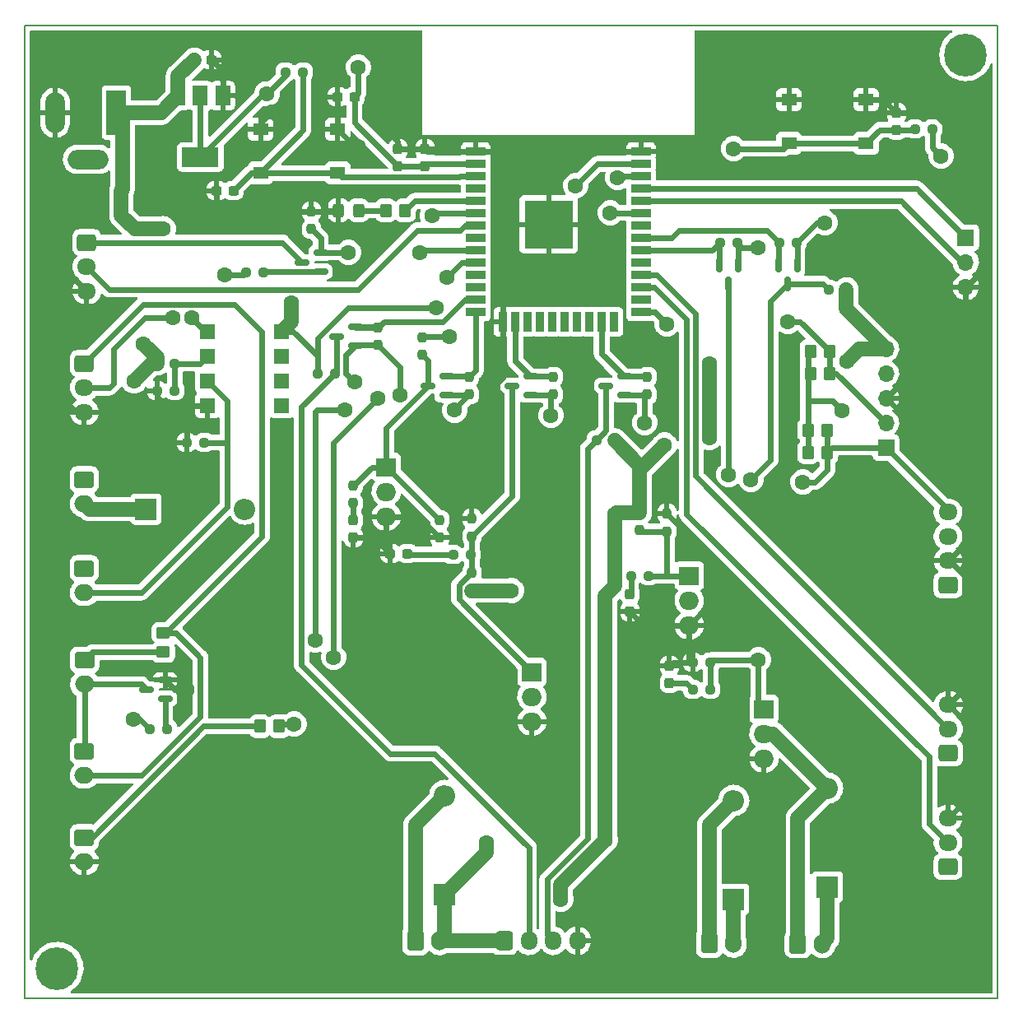
<source format=gbr>
%TF.GenerationSoftware,KiCad,Pcbnew,(6.0.7)*%
%TF.CreationDate,2022-10-25T22:42:20-05:00*%
%TF.ProjectId,embebidos,656d6265-6269-4646-9f73-2e6b69636164,rev?*%
%TF.SameCoordinates,Original*%
%TF.FileFunction,Copper,L1,Top*%
%TF.FilePolarity,Positive*%
%FSLAX46Y46*%
G04 Gerber Fmt 4.6, Leading zero omitted, Abs format (unit mm)*
G04 Created by KiCad (PCBNEW (6.0.7)) date 2022-10-25 22:42:20*
%MOMM*%
%LPD*%
G01*
G04 APERTURE LIST*
G04 Aperture macros list*
%AMRoundRect*
0 Rectangle with rounded corners*
0 $1 Rounding radius*
0 $2 $3 $4 $5 $6 $7 $8 $9 X,Y pos of 4 corners*
0 Add a 4 corners polygon primitive as box body*
4,1,4,$2,$3,$4,$5,$6,$7,$8,$9,$2,$3,0*
0 Add four circle primitives for the rounded corners*
1,1,$1+$1,$2,$3*
1,1,$1+$1,$4,$5*
1,1,$1+$1,$6,$7*
1,1,$1+$1,$8,$9*
0 Add four rect primitives between the rounded corners*
20,1,$1+$1,$2,$3,$4,$5,0*
20,1,$1+$1,$4,$5,$6,$7,0*
20,1,$1+$1,$6,$7,$8,$9,0*
20,1,$1+$1,$8,$9,$2,$3,0*%
G04 Aperture macros list end*
%TA.AperFunction,Profile*%
%ADD10C,0.150000*%
%TD*%
%TA.AperFunction,ComponentPad*%
%ADD11R,2.200000X2.200000*%
%TD*%
%TA.AperFunction,ComponentPad*%
%ADD12O,2.200000X2.200000*%
%TD*%
%TA.AperFunction,ComponentPad*%
%ADD13RoundRect,0.250000X-0.600000X-0.750000X0.600000X-0.750000X0.600000X0.750000X-0.600000X0.750000X0*%
%TD*%
%TA.AperFunction,ComponentPad*%
%ADD14O,1.700000X2.000000*%
%TD*%
%TA.AperFunction,SMDPad,CuDef*%
%ADD15RoundRect,0.237500X-0.237500X0.250000X-0.237500X-0.250000X0.237500X-0.250000X0.237500X0.250000X0*%
%TD*%
%TA.AperFunction,SMDPad,CuDef*%
%ADD16RoundRect,0.237500X0.237500X-0.250000X0.237500X0.250000X-0.237500X0.250000X-0.237500X-0.250000X0*%
%TD*%
%TA.AperFunction,SMDPad,CuDef*%
%ADD17RoundRect,0.237500X-0.237500X0.287500X-0.237500X-0.287500X0.237500X-0.287500X0.237500X0.287500X0*%
%TD*%
%TA.AperFunction,ComponentPad*%
%ADD18RoundRect,0.250000X-0.725000X0.600000X-0.725000X-0.600000X0.725000X-0.600000X0.725000X0.600000X0*%
%TD*%
%TA.AperFunction,ComponentPad*%
%ADD19O,1.950000X1.700000*%
%TD*%
%TA.AperFunction,SMDPad,CuDef*%
%ADD20RoundRect,0.237500X0.237500X-0.287500X0.237500X0.287500X-0.237500X0.287500X-0.237500X-0.287500X0*%
%TD*%
%TA.AperFunction,SMDPad,CuDef*%
%ADD21RoundRect,0.237500X-0.250000X-0.237500X0.250000X-0.237500X0.250000X0.237500X-0.250000X0.237500X0*%
%TD*%
%TA.AperFunction,SMDPad,CuDef*%
%ADD22RoundRect,0.237500X0.237500X-0.300000X0.237500X0.300000X-0.237500X0.300000X-0.237500X-0.300000X0*%
%TD*%
%TA.AperFunction,SMDPad,CuDef*%
%ADD23RoundRect,0.237500X-0.300000X-0.237500X0.300000X-0.237500X0.300000X0.237500X-0.300000X0.237500X0*%
%TD*%
%TA.AperFunction,SMDPad,CuDef*%
%ADD24RoundRect,0.250000X-0.350000X-0.450000X0.350000X-0.450000X0.350000X0.450000X-0.350000X0.450000X0*%
%TD*%
%TA.AperFunction,ComponentPad*%
%ADD25R,2.000000X1.905000*%
%TD*%
%TA.AperFunction,ComponentPad*%
%ADD26O,2.000000X1.905000*%
%TD*%
%TA.AperFunction,SMDPad,CuDef*%
%ADD27RoundRect,0.237500X0.300000X0.237500X-0.300000X0.237500X-0.300000X-0.237500X0.300000X-0.237500X0*%
%TD*%
%TA.AperFunction,SMDPad,CuDef*%
%ADD28RoundRect,0.237500X0.250000X0.237500X-0.250000X0.237500X-0.250000X-0.237500X0.250000X-0.237500X0*%
%TD*%
%TA.AperFunction,SMDPad,CuDef*%
%ADD29RoundRect,0.250000X0.350000X0.450000X-0.350000X0.450000X-0.350000X-0.450000X0.350000X-0.450000X0*%
%TD*%
%TA.AperFunction,ComponentPad*%
%ADD30R,1.700000X1.700000*%
%TD*%
%TA.AperFunction,ComponentPad*%
%ADD31O,1.700000X1.700000*%
%TD*%
%TA.AperFunction,ComponentPad*%
%ADD32RoundRect,0.250000X0.725000X-0.600000X0.725000X0.600000X-0.725000X0.600000X-0.725000X-0.600000X0*%
%TD*%
%TA.AperFunction,ComponentPad*%
%ADD33RoundRect,0.250000X-0.750000X0.600000X-0.750000X-0.600000X0.750000X-0.600000X0.750000X0.600000X0*%
%TD*%
%TA.AperFunction,ComponentPad*%
%ADD34O,2.000000X1.700000*%
%TD*%
%TA.AperFunction,SMDPad,CuDef*%
%ADD35R,2.000000X0.900000*%
%TD*%
%TA.AperFunction,SMDPad,CuDef*%
%ADD36R,0.900000X2.000000*%
%TD*%
%TA.AperFunction,SMDPad,CuDef*%
%ADD37R,5.000000X5.000000*%
%TD*%
%TA.AperFunction,ConnectorPad*%
%ADD38C,4.400000*%
%TD*%
%TA.AperFunction,ComponentPad*%
%ADD39C,2.600000*%
%TD*%
%TA.AperFunction,SMDPad,CuDef*%
%ADD40RoundRect,0.250000X-0.325000X-0.450000X0.325000X-0.450000X0.325000X0.450000X-0.325000X0.450000X0*%
%TD*%
%TA.AperFunction,SMDPad,CuDef*%
%ADD41R,1.550000X1.300000*%
%TD*%
%TA.AperFunction,SMDPad,CuDef*%
%ADD42RoundRect,0.150000X0.587500X0.150000X-0.587500X0.150000X-0.587500X-0.150000X0.587500X-0.150000X0*%
%TD*%
%TA.AperFunction,SMDPad,CuDef*%
%ADD43R,1.500000X2.000000*%
%TD*%
%TA.AperFunction,SMDPad,CuDef*%
%ADD44R,3.800000X2.000000*%
%TD*%
%TA.AperFunction,ComponentPad*%
%ADD45R,2.000000X4.600000*%
%TD*%
%TA.AperFunction,ComponentPad*%
%ADD46O,2.000000X4.200000*%
%TD*%
%TA.AperFunction,ComponentPad*%
%ADD47O,4.200000X2.000000*%
%TD*%
%TA.AperFunction,SMDPad,CuDef*%
%ADD48R,1.600000X1.600000*%
%TD*%
%TA.AperFunction,SMDPad,CuDef*%
%ADD49RoundRect,0.237500X-0.287500X-0.237500X0.287500X-0.237500X0.287500X0.237500X-0.287500X0.237500X0*%
%TD*%
%TA.AperFunction,SMDPad,CuDef*%
%ADD50RoundRect,0.250000X-0.450000X0.350000X-0.450000X-0.350000X0.450000X-0.350000X0.450000X0.350000X0*%
%TD*%
%TA.AperFunction,SMDPad,CuDef*%
%ADD51RoundRect,0.150000X-0.150000X0.587500X-0.150000X-0.587500X0.150000X-0.587500X0.150000X0.587500X0*%
%TD*%
%TA.AperFunction,ComponentPad*%
%ADD52RoundRect,0.250000X-0.600000X-0.725000X0.600000X-0.725000X0.600000X0.725000X-0.600000X0.725000X0*%
%TD*%
%TA.AperFunction,ComponentPad*%
%ADD53O,1.700000X1.950000*%
%TD*%
%TA.AperFunction,ViaPad*%
%ADD54C,1.600000*%
%TD*%
%TA.AperFunction,Conductor*%
%ADD55C,0.600000*%
%TD*%
%TA.AperFunction,Conductor*%
%ADD56C,1.500000*%
%TD*%
G04 APERTURE END LIST*
D10*
X53594000Y-41910000D02*
X153670000Y-41910000D01*
X153670000Y-41910000D02*
X153670000Y-141986000D01*
X153670000Y-141986000D02*
X53594000Y-141986000D01*
X53594000Y-141986000D02*
X53594000Y-41910000D01*
D11*
%TO.P,D7,1,K*%
%TO.N,5v*%
X96774000Y-131318000D03*
D12*
%TO.P,D7,2,A*%
%TO.N,Net-(D7-Pad2)*%
X96774000Y-121158000D03*
%TD*%
D13*
%TO.P,Vent1,1,Pin_1*%
%TO.N,Net-(D3-Pad2)*%
X123972000Y-136352000D03*
D14*
%TO.P,Vent1,2,Pin_2*%
%TO.N,5v*%
X126472000Y-136352000D03*
%TD*%
D15*
%TO.P,R9,1*%
%TO.N,/Actuadores/Conversor_NLog4/HV1*%
X87376000Y-89257500D03*
%TO.P,R9,2*%
%TO.N,Net-(D5-Pad2)*%
X87376000Y-91082500D03*
%TD*%
%TO.P,R16,1*%
%TO.N,5v*%
X116840000Y-92051500D03*
%TO.P,R16,2*%
%TO.N,/Actuadores/Conversor_NLog1/HV1*%
X116840000Y-93876500D03*
%TD*%
D16*
%TO.P,R12,1*%
%TO.N,5v*%
X99568000Y-100076000D03*
%TO.P,R12,2*%
%TO.N,/Actuadores/Conversor_NLog3/HV1*%
X99568000Y-98251000D03*
%TD*%
D17*
%TO.P,D6,1,K*%
%TO.N,GND*%
X119888000Y-107837000D03*
%TO.P,D6,2,A*%
%TO.N,Net-(D6-Pad2)*%
X119888000Y-109587000D03*
%TD*%
D18*
%TO.P,Botones_M1,1,Pin_1*%
%TO.N,3.3v*%
X59690000Y-76708000D03*
D19*
%TO.P,Botones_M1,2,Pin_2*%
%TO.N,/Botones*%
X59690000Y-79208000D03*
%TO.P,Botones_M1,3,Pin_3*%
%TO.N,GND*%
X59690000Y-81708000D03*
%TD*%
D13*
%TO.P,Vent2,1,Pin_1*%
%TO.N,Net-(D8-Pad2)*%
X133096000Y-136398000D03*
D14*
%TO.P,Vent2,2,Pin_2*%
%TO.N,5v*%
X135596000Y-136398000D03*
%TD*%
D20*
%TO.P,D1,1,K*%
%TO.N,GND*%
X115824000Y-102221000D03*
%TO.P,D1,2,A*%
%TO.N,Net-(D1-Pad2)*%
X115824000Y-100471000D03*
%TD*%
D16*
%TO.P,R29,1*%
%TO.N,3.3v*%
X117602000Y-79906500D03*
%TO.P,R29,2*%
%TO.N,/HC-SR04Echo*%
X117602000Y-78081500D03*
%TD*%
D21*
%TO.P,R28,1*%
%TO.N,5v*%
X83669500Y-77724000D03*
%TO.P,R28,2*%
%TO.N,/Sensores/Conversor_NLog5/HV1*%
X85494500Y-77724000D03*
%TD*%
D22*
%TO.P,C2,1*%
%TO.N,3.3v*%
X91948000Y-56388000D03*
%TO.P,C2,2*%
%TO.N,GND*%
X91948000Y-54663000D03*
%TD*%
D23*
%TO.P,C1,1*%
%TO.N,GND*%
X73305500Y-58928000D03*
%TO.P,C1,2*%
%TO.N,Net-(C1-Pad2)*%
X75030500Y-58928000D03*
%TD*%
D24*
%TO.P,R_p1,1*%
%TO.N,Net-(L_p1-Pad2)*%
X90694000Y-60960000D03*
%TO.P,R_p1,2*%
%TO.N,/LedU1*%
X92694000Y-60960000D03*
%TD*%
D21*
%TO.P,10k3,1*%
%TO.N,Net-(10k3-Pad1)*%
X76303500Y-67310000D03*
%TO.P,10k3,2*%
%TO.N,Net-(10k3-Pad2)*%
X78128500Y-67310000D03*
%TD*%
D16*
%TO.P,R27,1*%
%TO.N,3.3v*%
X89916000Y-74826500D03*
%TO.P,R27,2*%
%TO.N,/HC-SR04Trig*%
X89916000Y-73001500D03*
%TD*%
D25*
%TO.P,Q2,1,G*%
%TO.N,/Actuadores/Conversor_NLog1/HV1*%
X121920000Y-98552000D03*
D26*
%TO.P,Q2,2,D*%
%TO.N,Net-(D3-Pad2)*%
X121920000Y-101092000D03*
%TO.P,Q2,3,S*%
%TO.N,GND*%
X121920000Y-103632000D03*
%TD*%
D16*
%TO.P,10k4,1*%
%TO.N,/lm393_d*%
X83058000Y-62888500D03*
%TO.P,10k4,2*%
%TO.N,GND*%
X83058000Y-61063500D03*
%TD*%
D27*
%TO.P,C6,1*%
%TO.N,3.3v*%
X87476500Y-49276000D03*
%TO.P,C6,2*%
%TO.N,GND*%
X85751500Y-49276000D03*
%TD*%
D28*
%TO.P,R10,1*%
%TO.N,/Actuadores/Conversor_NLog2/HV1*%
X124102500Y-110236000D03*
%TO.P,R10,2*%
%TO.N,Net-(D6-Pad2)*%
X122277500Y-110236000D03*
%TD*%
D13*
%TO.P,Humi1,1,Pin_1*%
%TO.N,Net-(D7-Pad2)*%
X93746000Y-136098000D03*
D14*
%TO.P,Humi1,2,Pin_2*%
%TO.N,5v*%
X96246000Y-136098000D03*
%TD*%
D29*
%TO.P,RCL2,1*%
%TO.N,SCL*%
X136128000Y-85852000D03*
%TO.P,RCL2,2*%
%TO.N,3.3v*%
X134128000Y-85852000D03*
%TD*%
D30*
%TO.P,J_I2C1,1,Pin_1*%
%TO.N,SCL*%
X142158000Y-85364000D03*
D31*
%TO.P,J_I2C1,2,Pin_2*%
%TO.N,SDA*%
X142158000Y-82824000D03*
%TO.P,J_I2C1,3,Pin_3*%
%TO.N,GND*%
X142158000Y-80284000D03*
%TO.P,J_I2C1,4,Pin_4*%
%TO.N,3.3v*%
X142158000Y-77744000D03*
%TO.P,J_I2C1,5,Pin_5*%
%TO.N,5v*%
X142158000Y-75204000D03*
%TD*%
D15*
%TO.P,R7,1*%
%TO.N,/Actuadores/Conversor_NLog4/HV1*%
X96266000Y-92813500D03*
%TO.P,R7,2*%
%TO.N,GND*%
X96266000Y-94638500D03*
%TD*%
D16*
%TO.P,R3,1*%
%TO.N,/Actuadores/Conversor_NLog1/HV1*%
X119634000Y-93980000D03*
%TO.P,R3,2*%
%TO.N,GND*%
X119634000Y-92155000D03*
%TD*%
D11*
%TO.P,D8,1,K*%
%TO.N,5v*%
X136144000Y-130556000D03*
D12*
%TO.P,D8,2,A*%
%TO.N,Net-(D8-Pad2)*%
X136144000Y-120396000D03*
%TD*%
D32*
%TO.P,DHT11_2,1,Pin_1*%
%TO.N,3.3v*%
X148590000Y-116800000D03*
D19*
%TO.P,DHT11_2,2,Pin_2*%
%TO.N,/dht11_2d*%
X148590000Y-114300000D03*
%TO.P,DHT11_2,3,Pin_3*%
%TO.N,GND*%
X148590000Y-111800000D03*
%TD*%
D16*
%TO.P,R11,1*%
%TO.N,3.3v*%
X107950000Y-79906500D03*
%TO.P,R11,2*%
%TO.N,/c_bomba*%
X107950000Y-78081500D03*
%TD*%
D18*
%TO.P,SE1,1,Pin_1*%
%TO.N,3.3v*%
X59944000Y-64262000D03*
D19*
%TO.P,SE1,2,Pin_2*%
%TO.N,/se093_d*%
X59944000Y-66762000D03*
%TO.P,SE1,3,Pin_3*%
%TO.N,GND*%
X59944000Y-69262000D03*
%TD*%
D22*
%TO.P,C4,1*%
%TO.N,/Esp32Schematic/BOOT*%
X143256000Y-52678500D03*
%TO.P,C4,2*%
%TO.N,GND*%
X143256000Y-50953500D03*
%TD*%
D33*
%TO.P,LedRojo1,1,Pin_1*%
%TO.N,Net-(LedRojo1-Pad1)*%
X59736000Y-107208000D03*
D34*
%TO.P,LedRojo1,2,Pin_2*%
%TO.N,Net-(Buzzer1-Pad1)*%
X59736000Y-109708000D03*
%TD*%
D25*
%TO.P,Q3,1,G*%
%TO.N,/Actuadores/Conversor_NLog3/HV1*%
X105735000Y-108458000D03*
D26*
%TO.P,Q3,2,D*%
%TO.N,Net-(Bomba1-Pad1)*%
X105735000Y-110998000D03*
%TO.P,Q3,3,S*%
%TO.N,GND*%
X105735000Y-113538000D03*
%TD*%
D35*
%TO.P,U1,1,GND*%
%TO.N,GND*%
X99958000Y-54907000D03*
%TO.P,U1,2,VDD*%
%TO.N,3.3v*%
X99958000Y-56177000D03*
%TO.P,U1,3,EN*%
%TO.N,Net-(C1-Pad2)*%
X99958000Y-57447000D03*
%TO.P,U1,4,SENSOR_VP*%
%TO.N,unconnected-(U1-Pad4)*%
X99958000Y-58717000D03*
%TO.P,U1,5,SENSOR_VN*%
%TO.N,/LedU1*%
X99958000Y-59987000D03*
%TO.P,U1,6,IO34*%
%TO.N,/Botones*%
X99958000Y-61257000D03*
%TO.P,U1,7,IO35*%
%TO.N,/se093_d*%
X99958000Y-62527000D03*
%TO.P,U1,8,IO32*%
%TO.N,/Esp32Schematic/IO32*%
X99958000Y-63797000D03*
%TO.P,U1,9,IO33*%
%TO.N,/lm393_d*%
X99958000Y-65067000D03*
%TO.P,U1,10,IO25*%
%TO.N,/Led_Verde*%
X99958000Y-66337000D03*
%TO.P,U1,11,IO26*%
%TO.N,/Esp32Schematic/IO26*%
X99958000Y-67607000D03*
%TO.P,U1,12,IO27*%
%TO.N,/Esp32Schematic/IO27*%
X99958000Y-68877000D03*
%TO.P,U1,13,IO14*%
%TO.N,/HC-SR04Trig*%
X99958000Y-70147000D03*
%TO.P,U1,14,IO12*%
%TO.N,/c_hum*%
X99958000Y-71417000D03*
D36*
%TO.P,U1,15,GND*%
%TO.N,GND*%
X102743000Y-72417000D03*
%TO.P,U1,16,IO13*%
%TO.N,/c_bomba*%
X104013000Y-72417000D03*
%TO.P,U1,17,SHD/SD2*%
%TO.N,unconnected-(U1-Pad17)*%
X105283000Y-72417000D03*
%TO.P,U1,18,SWP/SD3*%
%TO.N,unconnected-(U1-Pad18)*%
X106553000Y-72417000D03*
%TO.P,U1,19,SCS/CMD*%
%TO.N,unconnected-(U1-Pad19)*%
X107823000Y-72417000D03*
%TO.P,U1,20,SCK/CLK*%
%TO.N,unconnected-(U1-Pad20)*%
X109093000Y-72417000D03*
%TO.P,U1,21,SDO/SD0*%
%TO.N,unconnected-(U1-Pad21)*%
X110363000Y-72417000D03*
%TO.P,U1,22,SDI/SD1*%
%TO.N,unconnected-(U1-Pad22)*%
X111633000Y-72417000D03*
%TO.P,U1,23,IO15*%
%TO.N,/HC-SR04Echo*%
X112903000Y-72417000D03*
%TO.P,U1,24,IO2*%
%TO.N,/Esp32Schematic/IO2*%
X114173000Y-72417000D03*
D35*
%TO.P,U1,25,IO0*%
%TO.N,/Esp32Schematic/BOOT*%
X116958000Y-71417000D03*
%TO.P,U1,26,IO4*%
%TO.N,/Esp32Schematic/IO4*%
X116958000Y-70147000D03*
%TO.P,U1,27,IO16*%
%TO.N,/dht11_1d*%
X116958000Y-68877000D03*
%TO.P,U1,28,IO17*%
%TO.N,/dht11_2d*%
X116958000Y-67607000D03*
%TO.P,U1,29,IO5*%
%TO.N,/Esp32Schematic/IO5*%
X116958000Y-66337000D03*
%TO.P,U1,30,IO18*%
%TO.N,/c_vent1*%
X116958000Y-65067000D03*
%TO.P,U1,31,IO19*%
%TO.N,/c_vent2*%
X116958000Y-63797000D03*
%TO.P,U1,32,NC*%
%TO.N,unconnected-(U1-Pad32)*%
X116958000Y-62527000D03*
%TO.P,U1,33,IO21*%
%TO.N,SDA*%
X116958000Y-61257000D03*
%TO.P,U1,34,RXD0/IO3*%
%TO.N,/Prog_Tx*%
X116958000Y-59987000D03*
%TO.P,U1,35,TXD0/IO1*%
%TO.N,/Prog_Rx*%
X116958000Y-58717000D03*
%TO.P,U1,36,IO22*%
%TO.N,SCL*%
X116958000Y-57447000D03*
%TO.P,U1,37,IO23*%
%TO.N,/Buzzer*%
X116958000Y-56177000D03*
%TO.P,U1,38,GND*%
%TO.N,GND*%
X116958000Y-54907000D03*
D37*
%TO.P,U1,39,GND*%
X107458000Y-62407000D03*
%TD*%
D21*
%TO.P,R1,1*%
%TO.N,3.3v*%
X80367500Y-46736000D03*
%TO.P,R1,2*%
%TO.N,Net-(C1-Pad2)*%
X82192500Y-46736000D03*
%TD*%
D38*
%TO.P,REF\u002A\u002A,1*%
%TO.N,N/C*%
X150368000Y-44958000D03*
D39*
X150368000Y-44958000D03*
%TD*%
D33*
%TO.P,LedVerde1,1,Pin_1*%
%TO.N,Net-(LedVerde1-Pad1)*%
X59690000Y-125476000D03*
D34*
%TO.P,LedVerde1,2,Pin_2*%
%TO.N,GND*%
X59690000Y-127976000D03*
%TD*%
D33*
%TO.P,J3,1,Pin_1*%
%TO.N,5v*%
X59690000Y-97790000D03*
D34*
%TO.P,J3,2,Pin_2*%
%TO.N,Net-(7k1-Pad1)*%
X59690000Y-100290000D03*
%TD*%
D33*
%TO.P,Buzzer1,1,Pin_1*%
%TO.N,Net-(Buzzer1-Pad1)*%
X59690000Y-116586000D03*
D34*
%TO.P,Buzzer1,2,Pin_2*%
%TO.N,3.3v*%
X59690000Y-119086000D03*
%TD*%
D40*
%TO.P,L_p1,1,K*%
%TO.N,GND*%
X85843000Y-60960000D03*
%TO.P,L_p1,2,A*%
%TO.N,Net-(L_p1-Pad2)*%
X87893000Y-60960000D03*
%TD*%
D28*
%TO.P,R20,1*%
%TO.N,5v*%
X138072500Y-69088000D03*
%TO.P,R20,2*%
%TO.N,/Actuadores/Conversor_NLog2/HV1*%
X136247500Y-69088000D03*
%TD*%
D16*
%TO.P,R4,1*%
%TO.N,/Actuadores/Conversor_NLog3/HV1*%
X99568000Y-94488000D03*
%TO.P,R4,2*%
%TO.N,GND*%
X99568000Y-92663000D03*
%TD*%
D38*
%TO.P,REF\u002A\u002A,1*%
%TO.N,N/C*%
X56896000Y-138938000D03*
D39*
X56896000Y-138938000D03*
%TD*%
D28*
%TO.P,R19,1*%
%TO.N,3.3v*%
X132992500Y-64262000D03*
%TO.P,R19,2*%
%TO.N,/c_vent2*%
X131167500Y-64262000D03*
%TD*%
D41*
%TO.P,BOOT1,1,1*%
%TO.N,/Esp32Schematic/BOOT*%
X140119000Y-54066000D03*
X132169000Y-54066000D03*
%TO.P,BOOT1,2,2*%
%TO.N,GND*%
X140119000Y-49566000D03*
X132169000Y-49566000D03*
%TD*%
D11*
%TO.P,D3,1,K*%
%TO.N,5v*%
X126492000Y-131826000D03*
D12*
%TO.P,D3,2,A*%
%TO.N,Net-(D3-Pad2)*%
X126492000Y-121666000D03*
%TD*%
D28*
%TO.P,R2,1*%
%TO.N,3.3v*%
X146962500Y-52578000D03*
%TO.P,R2,2*%
%TO.N,/Esp32Schematic/BOOT*%
X145137500Y-52578000D03*
%TD*%
D42*
%TO.P,Q15,1,G*%
%TO.N,3.3v*%
X87551500Y-74864000D03*
%TO.P,Q15,2,S*%
%TO.N,/HC-SR04Trig*%
X87551500Y-72964000D03*
%TO.P,Q15,3,D*%
%TO.N,/Sensores/Conversor_NLog5/HV1*%
X85676500Y-73914000D03*
%TD*%
D28*
%TO.P,R8,1*%
%TO.N,/Actuadores/Conversor_NLog2/HV1*%
X124102500Y-107442000D03*
%TO.P,R8,2*%
%TO.N,GND*%
X122277500Y-107442000D03*
%TD*%
D43*
%TO.P,U2,1,GND*%
%TO.N,GND*%
X73928000Y-49174000D03*
D44*
%TO.P,U2,2,VO*%
%TO.N,3.3v*%
X71628000Y-55474000D03*
D43*
X71628000Y-49174000D03*
%TO.P,U2,3,VI*%
%TO.N,5v*%
X69328000Y-49174000D03*
%TD*%
D11*
%TO.P,D4,1,K*%
%TO.N,5v*%
X66040000Y-91694000D03*
D12*
%TO.P,D4,2,A*%
%TO.N,Net-(Bomba1-Pad1)*%
X76200000Y-91694000D03*
%TD*%
D45*
%TO.P,J2,1*%
%TO.N,5v*%
X62992000Y-50912000D03*
D46*
%TO.P,J2,2*%
%TO.N,GND*%
X56692000Y-50912000D03*
D47*
%TO.P,J2,3*%
%TO.N,N/C*%
X60092000Y-55712000D03*
%TD*%
D28*
%TO.P,R15,1*%
%TO.N,3.3v*%
X126896500Y-64262000D03*
%TO.P,R15,2*%
%TO.N,/c_vent1*%
X125071500Y-64262000D03*
%TD*%
D42*
%TO.P,Q8,1,B*%
%TO.N,Net-(10k3-Pad2)*%
X83995500Y-67244000D03*
%TO.P,Q8,2,E*%
%TO.N,/lm393_d*%
X83995500Y-65344000D03*
%TO.P,Q8,3,C*%
%TO.N,3.3v*%
X82120500Y-66294000D03*
%TD*%
%TO.P,Q16,1,G*%
%TO.N,3.3v*%
X115237500Y-79944000D03*
%TO.P,Q16,2,S*%
%TO.N,/HC-SR04Echo*%
X115237500Y-78044000D03*
%TO.P,Q16,3,D*%
%TO.N,/Sensores/Conversor_NLog5/HV2*%
X113362500Y-78994000D03*
%TD*%
D28*
%TO.P,R6,1*%
%TO.N,/Actuadores/Conversor_NLog3/HV1*%
X99464500Y-96369500D03*
%TO.P,R6,2*%
%TO.N,Net-(D2-Pad2)*%
X97639500Y-96369500D03*
%TD*%
%TO.P,10k2,1*%
%TO.N,Net-(10k1-Pad2)*%
X68984500Y-79502000D03*
%TO.P,10k2,2*%
%TO.N,GND*%
X67159500Y-79502000D03*
%TD*%
D48*
%TO.P,U3,1,NULL*%
%TO.N,Net-(10k3-Pad1)*%
X72390000Y-73406000D03*
%TO.P,U3,2,-*%
%TO.N,Net-(10k1-Pad2)*%
X72390000Y-75946000D03*
%TO.P,U3,3,+*%
%TO.N,Net-(7k1-Pad1)*%
X72390000Y-78486000D03*
%TO.P,U3,4,V-*%
%TO.N,GND*%
X72390000Y-81026000D03*
%TO.P,U3,5,NULL*%
%TO.N,unconnected-(U3-Pad5)*%
X80010000Y-81026000D03*
%TO.P,U3,6*%
%TO.N,unconnected-(U3-Pad6)*%
X80010000Y-78486000D03*
%TO.P,U3,7,V+*%
%TO.N,unconnected-(U3-Pad7)*%
X80010000Y-75946000D03*
%TO.P,U3,8,IQ*%
%TO.N,5v*%
X80010000Y-73406000D03*
%TD*%
D32*
%TO.P,DHT11_1,1,Pin_1*%
%TO.N,3.3v*%
X148544000Y-128484000D03*
D19*
%TO.P,DHT11_1,2,Pin_2*%
%TO.N,/dht11_1d*%
X148544000Y-125984000D03*
%TO.P,DHT11_1,3,Pin_3*%
%TO.N,GND*%
X148544000Y-123484000D03*
%TD*%
D15*
%TO.P,R24,1*%
%TO.N,5v*%
X94488000Y-74017500D03*
%TO.P,R24,2*%
%TO.N,/Actuadores/Conversor_NLog4/HV1*%
X94488000Y-75842500D03*
%TD*%
D16*
%TO.P,R23,1*%
%TO.N,3.3v*%
X99314000Y-79906500D03*
%TO.P,R23,2*%
%TO.N,/c_hum*%
X99314000Y-78081500D03*
%TD*%
D49*
%TO.P,D2,1,K*%
%TO.N,GND*%
X91186000Y-96266000D03*
%TO.P,D2,2,A*%
%TO.N,Net-(D2-Pad2)*%
X92936000Y-96266000D03*
%TD*%
D32*
%TO.P,Pantalla-I2C1,1,Pin_1*%
%TO.N,3.3v*%
X148544000Y-99508000D03*
D19*
%TO.P,Pantalla-I2C1,2,Pin_2*%
%TO.N,GND*%
X148544000Y-97008000D03*
%TO.P,Pantalla-I2C1,3,Pin_3*%
%TO.N,SDA*%
X148544000Y-94508000D03*
%TO.P,Pantalla-I2C1,4,Pin_4*%
%TO.N,SCL*%
X148544000Y-92008000D03*
%TD*%
D28*
%TO.P,R5,1*%
%TO.N,/Actuadores/Conversor_NLog1/HV1*%
X117752500Y-98552000D03*
%TO.P,R5,2*%
%TO.N,Net-(D1-Pad2)*%
X115927500Y-98552000D03*
%TD*%
D21*
%TO.P,10k1,1*%
%TO.N,5v*%
X67159500Y-76708000D03*
%TO.P,10k1,2*%
%TO.N,Net-(10k1-Pad2)*%
X68984500Y-76708000D03*
%TD*%
D41*
%TO.P,EN1,1,1*%
%TO.N,GND*%
X85763000Y-52614000D03*
X77813000Y-52614000D03*
%TO.P,EN1,2,2*%
%TO.N,Net-(C1-Pad2)*%
X85763000Y-57114000D03*
X77813000Y-57114000D03*
%TD*%
D25*
%TO.P,Q4,1,G*%
%TO.N,/Actuadores/Conversor_NLog4/HV1*%
X90749000Y-87376000D03*
D26*
%TO.P,Q4,2,D*%
%TO.N,Net-(D7-Pad2)*%
X90749000Y-89916000D03*
%TO.P,Q4,3,S*%
%TO.N,GND*%
X90749000Y-92456000D03*
%TD*%
D29*
%TO.P,RDA1,1*%
%TO.N,SDA*%
X136382000Y-75438000D03*
%TO.P,RDA1,2*%
%TO.N,3.3v*%
X134382000Y-75438000D03*
%TD*%
%TO.P,RDA2,1*%
%TO.N,SDA*%
X136382000Y-77724000D03*
%TO.P,RDA2,2*%
%TO.N,3.3v*%
X134382000Y-77724000D03*
%TD*%
D50*
%TO.P,R_p3,1*%
%TO.N,3.3v*%
X67818000Y-104410000D03*
%TO.P,R_p3,2*%
%TO.N,Net-(LedRojo1-Pad1)*%
X67818000Y-106410000D03*
%TD*%
D23*
%TO.P,C5,1*%
%TO.N,5v*%
X71019500Y-45466000D03*
%TO.P,C5,2*%
%TO.N,GND*%
X72744500Y-45466000D03*
%TD*%
D42*
%TO.P,Q1,1,G*%
%TO.N,Net-(Q1-Pad1)*%
X67993500Y-111186000D03*
%TO.P,Q1,2,S*%
%TO.N,GND*%
X67993500Y-109286000D03*
%TO.P,Q1,3,D*%
%TO.N,Net-(Buzzer1-Pad1)*%
X66118500Y-110236000D03*
%TD*%
D29*
%TO.P,RCL1,1*%
%TO.N,SCL*%
X136128000Y-83566000D03*
%TO.P,RCL1,2*%
%TO.N,3.3v*%
X134128000Y-83566000D03*
%TD*%
D28*
%TO.P,Rb1,1*%
%TO.N,Net-(Q1-Pad1)*%
X68222500Y-114300000D03*
%TO.P,Rb1,2*%
%TO.N,/Buzzer*%
X66397500Y-114300000D03*
%TD*%
D33*
%TO.P,Bomba1,1,Pin_1*%
%TO.N,Net-(Bomba1-Pad1)*%
X59690000Y-88646000D03*
D34*
%TO.P,Bomba1,2,Pin_2*%
%TO.N,5v*%
X59690000Y-91146000D03*
%TD*%
D28*
%TO.P,R30,1*%
%TO.N,5v*%
X114196500Y-84582000D03*
%TO.P,R30,2*%
%TO.N,/Sensores/Conversor_NLog5/HV2*%
X112371500Y-84582000D03*
%TD*%
D22*
%TO.P,C3,1*%
%TO.N,3.3v*%
X94742000Y-56388000D03*
%TO.P,C3,2*%
%TO.N,GND*%
X94742000Y-54663000D03*
%TD*%
D51*
%TO.P,Q11,1,G*%
%TO.N,3.3v*%
X133030000Y-66626500D03*
%TO.P,Q11,2,S*%
%TO.N,/c_vent2*%
X131130000Y-66626500D03*
%TO.P,Q11,3,D*%
%TO.N,/Actuadores/Conversor_NLog2/HV1*%
X132080000Y-68501500D03*
%TD*%
D52*
%TO.P,HC-SR1,1,Pin_1*%
%TO.N,5v*%
X102930000Y-136098000D03*
D53*
%TO.P,HC-SR1,2,Pin_2*%
%TO.N,/Sensores/Conversor_NLog5/HV1*%
X105430000Y-136098000D03*
%TO.P,HC-SR1,3,Pin_3*%
%TO.N,/Sensores/Conversor_NLog5/HV2*%
X107930000Y-136098000D03*
%TO.P,HC-SR1,4,Pin_4*%
%TO.N,GND*%
X110430000Y-136098000D03*
%TD*%
D42*
%TO.P,Q6,1,G*%
%TO.N,3.3v*%
X105585500Y-79944000D03*
%TO.P,Q6,2,S*%
%TO.N,/c_bomba*%
X105585500Y-78044000D03*
%TO.P,Q6,3,D*%
%TO.N,/Actuadores/Conversor_NLog3/HV1*%
X103710500Y-78994000D03*
%TD*%
D25*
%TO.P,Q5,1,G*%
%TO.N,/Actuadores/Conversor_NLog2/HV1*%
X129611000Y-112268000D03*
D26*
%TO.P,Q5,2,D*%
%TO.N,Net-(D8-Pad2)*%
X129611000Y-114808000D03*
%TO.P,Q5,3,S*%
%TO.N,GND*%
X129611000Y-117348000D03*
%TD*%
D20*
%TO.P,D5,1,K*%
%TO.N,GND*%
X87376000Y-94601000D03*
%TO.P,D5,2,A*%
%TO.N,Net-(D5-Pad2)*%
X87376000Y-92851000D03*
%TD*%
D24*
%TO.P,R_p2,1*%
%TO.N,Net-(LedVerde1-Pad1)*%
X77733645Y-114038548D03*
%TO.P,R_p2,2*%
%TO.N,/Led_Verde*%
X79733645Y-114038548D03*
%TD*%
D30*
%TO.P,J1,1,Pin_1*%
%TO.N,/Prog_Rx*%
X150368000Y-63769000D03*
D31*
%TO.P,J1,2,Pin_2*%
%TO.N,/Prog_Tx*%
X150368000Y-66309000D03*
%TO.P,J1,3,Pin_3*%
%TO.N,GND*%
X150368000Y-68849000D03*
%TD*%
D42*
%TO.P,Q13,1,G*%
%TO.N,3.3v*%
X96949500Y-79944000D03*
%TO.P,Q13,2,S*%
%TO.N,/c_hum*%
X96949500Y-78044000D03*
%TO.P,Q13,3,D*%
%TO.N,/Actuadores/Conversor_NLog4/HV1*%
X95074500Y-78994000D03*
%TD*%
D51*
%TO.P,Q9,1,G*%
%TO.N,3.3v*%
X126934000Y-66626500D03*
%TO.P,Q9,2,S*%
%TO.N,/c_vent1*%
X125034000Y-66626500D03*
%TO.P,Q9,3,D*%
%TO.N,/Actuadores/Conversor_NLog1/HV1*%
X125984000Y-68501500D03*
%TD*%
D28*
%TO.P,7k1,1*%
%TO.N,Net-(7k1-Pad1)*%
X72032500Y-84836000D03*
%TO.P,7k1,2*%
%TO.N,GND*%
X70207500Y-84836000D03*
%TD*%
D54*
%TO.N,/lm393_d*%
X94234000Y-65278000D03*
X86868000Y-65278000D03*
%TO.N,Net-(10k3-Pad1)*%
X70733503Y-72011500D03*
X74168000Y-67564000D03*
%TO.N,/Botones*%
X68834000Y-72011500D03*
X95504000Y-61468000D03*
%TO.N,/Esp32Schematic/BOOT*%
X126492000Y-54610000D03*
X119634000Y-72644000D03*
%TO.N,GND*%
X70228500Y-110236000D03*
X87884000Y-54356000D03*
X78994000Y-50800000D03*
X89916000Y-51816000D03*
%TO.N,5v*%
X119380000Y-85090000D03*
X95858596Y-70966596D03*
X123965500Y-84328000D03*
X123965500Y-76708000D03*
X113284000Y-125730000D03*
X81026000Y-70487500D03*
X138176000Y-76454000D03*
X67818000Y-62862500D03*
X114300000Y-92202000D03*
X108712000Y-131826000D03*
X97282000Y-73914000D03*
X103632000Y-100076000D03*
X101092000Y-125984000D03*
X65786000Y-74676000D03*
X64799404Y-78497762D03*
%TO.N,3.3v*%
X107696000Y-82042000D03*
X87884000Y-46228000D03*
X137668000Y-81534000D03*
X87522653Y-78646153D03*
X135890000Y-62230000D03*
X117348000Y-82804000D03*
X92140654Y-79948654D03*
X129032000Y-64770000D03*
X97790000Y-81515500D03*
X78472166Y-48973582D03*
X147828000Y-55372000D03*
%TO.N,SCL*%
X133604000Y-88900000D03*
X114554000Y-57576500D03*
%TO.N,SDA*%
X132080000Y-72390000D03*
X113792000Y-61214000D03*
%TO.N,/Actuadores/Conversor_NLog1/HV1*%
X125984000Y-88138000D03*
%TO.N,/Actuadores/Conversor_NLog2/HV1*%
X128270000Y-88646000D03*
X129032000Y-107188000D03*
%TO.N,/Buzzer*%
X110236000Y-58420000D03*
X86513403Y-81515500D03*
X64770000Y-113284000D03*
X83441500Y-105156000D03*
%TO.N,/Led_Verde*%
X85344000Y-106934000D03*
X89916000Y-80264000D03*
X81280000Y-113792000D03*
X97028000Y-67818000D03*
%TD*%
D55*
%TO.N,/Esp32Schematic/BOOT*%
X132169000Y-54066000D02*
X140119000Y-54066000D01*
%TO.N,3.3v*%
X71628000Y-55474000D02*
X71628000Y-49174000D01*
D56*
%TO.N,5v*%
X63500000Y-61468000D02*
X64894500Y-62862500D01*
X63500000Y-58928000D02*
X63500000Y-61468000D01*
X64894500Y-62862500D02*
X67818000Y-62862500D01*
X63600596Y-51520596D02*
X62992000Y-50912000D01*
X63600596Y-58827404D02*
X63600596Y-51520596D01*
D55*
%TO.N,Net-(10k1-Pad2)*%
X68984500Y-76708000D02*
X69596000Y-76708000D01*
X69596000Y-76708000D02*
X71628000Y-76708000D01*
X71628000Y-76708000D02*
X72390000Y-75946000D01*
X68984500Y-79502000D02*
X68984500Y-76708000D01*
D56*
%TO.N,Net-(D7-Pad2)*%
X96774000Y-121158000D02*
X93746000Y-124186000D01*
X93746000Y-124186000D02*
X93746000Y-136098000D01*
D55*
%TO.N,/c_vent1*%
X125034000Y-66626500D02*
X125034000Y-64299500D01*
X125034000Y-64299500D02*
X125071500Y-64262000D01*
X116958000Y-65067000D02*
X124266500Y-65067000D01*
X124266500Y-65067000D02*
X125071500Y-64262000D01*
%TO.N,/c_vent2*%
X120099000Y-63797000D02*
X116958000Y-63797000D01*
X131130000Y-66626500D02*
X131130000Y-64299500D01*
X129897500Y-62992000D02*
X120904000Y-62992000D01*
X131167500Y-64262000D02*
X129897500Y-62992000D01*
X120904000Y-62992000D02*
X120099000Y-63797000D01*
X131130000Y-64299500D02*
X131167500Y-64262000D01*
%TO.N,/c_bomba*%
X105585500Y-78044000D02*
X107912500Y-78044000D01*
X105585500Y-78044000D02*
X104013000Y-76471500D01*
X104013000Y-76471500D02*
X104013000Y-72417000D01*
X107912500Y-78044000D02*
X107950000Y-78081500D01*
%TO.N,/lm393_d*%
X83995500Y-65344000D02*
X83995500Y-63826000D01*
X99958000Y-65067000D02*
X94445000Y-65067000D01*
X83995500Y-63826000D02*
X83058000Y-62888500D01*
X86868000Y-65278000D02*
X84061500Y-65278000D01*
X94445000Y-65067000D02*
X94234000Y-65278000D01*
X84061500Y-65278000D02*
X83995500Y-65344000D01*
%TO.N,/se093_d*%
X93936874Y-62992000D02*
X87840874Y-69088000D01*
X98358000Y-62992000D02*
X93936874Y-62992000D01*
X62270000Y-69088000D02*
X59944000Y-66762000D01*
X87840874Y-69088000D02*
X62270000Y-69088000D01*
X98823000Y-62527000D02*
X98358000Y-62992000D01*
X99958000Y-62527000D02*
X98823000Y-62527000D01*
%TO.N,Net-(10k3-Pad1)*%
X70733503Y-72011500D02*
X72128003Y-73406000D01*
X76049500Y-67564000D02*
X76303500Y-67310000D01*
X74168000Y-67564000D02*
X76049500Y-67564000D01*
X72128003Y-73406000D02*
X72390000Y-73406000D01*
%TO.N,/Botones*%
X95715000Y-61257000D02*
X95504000Y-61468000D01*
X99958000Y-61257000D02*
X95715000Y-61257000D01*
X68834000Y-72011500D02*
X65910500Y-72011500D01*
X62738000Y-78740000D02*
X62270000Y-79208000D01*
X62738000Y-75184000D02*
X62738000Y-78740000D01*
X65910500Y-72011500D02*
X62738000Y-75184000D01*
X62270000Y-79208000D02*
X59690000Y-79208000D01*
%TO.N,/HC-SR04Echo*%
X115237500Y-78044000D02*
X112903000Y-75709500D01*
X115237500Y-78044000D02*
X117564500Y-78044000D01*
X117564500Y-78044000D02*
X117602000Y-78081500D01*
X112903000Y-75709500D02*
X112903000Y-72417000D01*
%TO.N,/HC-SR04Trig*%
X90527500Y-72390000D02*
X89916000Y-73001500D01*
X99958000Y-70147000D02*
X98823000Y-70147000D01*
X87589000Y-73001500D02*
X87551500Y-72964000D01*
X87551500Y-72964000D02*
X89878500Y-72964000D01*
X96580000Y-72390000D02*
X90527500Y-72390000D01*
X98823000Y-70147000D02*
X96580000Y-72390000D01*
X89916000Y-73001500D02*
X87589000Y-73001500D01*
X89878500Y-72964000D02*
X89916000Y-73001500D01*
%TO.N,/Esp32Schematic/BOOT*%
X131625000Y-54610000D02*
X132169000Y-54066000D01*
X143256000Y-52678500D02*
X141506500Y-52678500D01*
X126492000Y-54610000D02*
X131625000Y-54610000D01*
X143256000Y-52678500D02*
X145037000Y-52678500D01*
X145037000Y-52678500D02*
X145137500Y-52578000D01*
X118407000Y-71417000D02*
X119634000Y-72644000D01*
X116958000Y-71417000D02*
X118407000Y-71417000D01*
X141506500Y-52678500D02*
X140119000Y-54066000D01*
%TO.N,GND*%
X148590000Y-111800000D02*
X150592129Y-113802129D01*
X59690000Y-81708000D02*
X58848000Y-81708000D01*
X68943500Y-110236000D02*
X67993500Y-109286000D01*
X143256000Y-50953500D02*
X147009904Y-50953500D01*
X150546129Y-95005871D02*
X148544000Y-97008000D01*
X85739500Y-61063500D02*
X85843000Y-60960000D01*
X58848000Y-81708000D02*
X57404000Y-80264000D01*
X147009904Y-50953500D02*
X152415839Y-56359435D01*
X94083500Y-92456000D02*
X90749000Y-92456000D01*
X89521000Y-94601000D02*
X91186000Y-96266000D01*
X150546129Y-109843871D02*
X148590000Y-111800000D01*
X94986000Y-54907000D02*
X94742000Y-54663000D01*
X73928000Y-46649500D02*
X73928000Y-49174000D01*
X70228500Y-110236000D02*
X68943500Y-110236000D01*
X85751500Y-49276000D02*
X85751500Y-52602500D01*
X121920000Y-107084500D02*
X122277500Y-107442000D01*
X72744500Y-45466000D02*
X73928000Y-46649500D01*
X85751500Y-52602500D02*
X85763000Y-52614000D01*
X73152000Y-60706000D02*
X73509500Y-61063500D01*
X67159500Y-79502000D02*
X67159500Y-80113500D01*
X150592129Y-121435871D02*
X148544000Y-123484000D01*
X148669000Y-97008000D02*
X150546129Y-98885129D01*
X59944000Y-69262000D02*
X58206000Y-67524000D01*
X91948000Y-53848000D02*
X89916000Y-51816000D01*
X141868500Y-49566000D02*
X143256000Y-50953500D01*
X121920000Y-103632000D02*
X124206000Y-101346000D01*
X73509500Y-61063500D02*
X83058000Y-61063500D01*
X152415839Y-56359435D02*
X152415839Y-66801161D01*
X150546129Y-88672129D02*
X150546129Y-95005871D01*
X102743000Y-72417000D02*
X102743000Y-78149404D01*
X121920000Y-103632000D02*
X121920000Y-107084500D01*
X87376000Y-94601000D02*
X89521000Y-94601000D01*
X73305500Y-60552500D02*
X73152000Y-60706000D01*
X124206000Y-101346000D02*
X124206000Y-96727000D01*
X102151000Y-54907000D02*
X116958000Y-54907000D01*
X99958000Y-54907000D02*
X94986000Y-54907000D01*
X87505000Y-54356000D02*
X85763000Y-52614000D01*
X99958000Y-54907000D02*
X102151000Y-54907000D01*
X150368000Y-68849000D02*
X150368000Y-72074000D01*
X90749000Y-92456000D02*
X90749000Y-95829000D01*
X91948000Y-54663000D02*
X91948000Y-53848000D01*
X68072000Y-81026000D02*
X72390000Y-81026000D01*
X142158000Y-80284000D02*
X150546129Y-88672129D01*
X77813000Y-52614000D02*
X77813000Y-51981000D01*
X115824000Y-102221000D02*
X117235000Y-103632000D01*
X152415839Y-66801161D02*
X150368000Y-68849000D01*
X102151000Y-54907000D02*
X102743000Y-55499000D01*
X57404000Y-68326000D02*
X58206000Y-67524000D01*
X148544000Y-97008000D02*
X148669000Y-97008000D01*
X140119000Y-49566000D02*
X141868500Y-49566000D01*
X150368000Y-72074000D02*
X142158000Y-80284000D01*
X73305500Y-58928000D02*
X73305500Y-60552500D01*
X94742000Y-54663000D02*
X91948000Y-54663000D01*
X90749000Y-95829000D02*
X91186000Y-96266000D01*
X67159500Y-80113500D02*
X68072000Y-81026000D01*
X124206000Y-96727000D02*
X119634000Y-92155000D01*
X150592129Y-113802129D02*
X150592129Y-121435871D01*
X117235000Y-103632000D02*
X121920000Y-103632000D01*
X102743000Y-78149404D02*
X101346000Y-79546404D01*
X102743000Y-55499000D02*
X102743000Y-72417000D01*
X57404000Y-80264000D02*
X57404000Y-68326000D01*
X96266000Y-94638500D02*
X94083500Y-92456000D01*
X87884000Y-54356000D02*
X87505000Y-54356000D01*
X150546129Y-98885129D02*
X150546129Y-109843871D01*
X122277500Y-107442000D02*
X120283000Y-107442000D01*
X70207500Y-83161500D02*
X68072000Y-81026000D01*
X120283000Y-107442000D02*
X119888000Y-107837000D01*
X83058000Y-61063500D02*
X85739500Y-61063500D01*
X70207500Y-84836000D02*
X70207500Y-83161500D01*
X77813000Y-51981000D02*
X78994000Y-50800000D01*
%TO.N,/dht11_1d*%
X146623000Y-124063000D02*
X148544000Y-125984000D01*
X146623000Y-117159000D02*
X146623000Y-124063000D01*
X121666000Y-92202000D02*
X146623000Y-117159000D01*
X116958000Y-68877000D02*
X118338000Y-68877000D01*
X121666000Y-72205000D02*
X121666000Y-92202000D01*
X118338000Y-68877000D02*
X121666000Y-72205000D01*
%TO.N,/dht11_2d*%
X122566000Y-88276000D02*
X148590000Y-114300000D01*
X122566000Y-71615000D02*
X122566000Y-88276000D01*
X116958000Y-67607000D02*
X118558000Y-67607000D01*
X118558000Y-67607000D02*
X122566000Y-71615000D01*
%TO.N,Net-(7k1-Pad1)*%
X74422000Y-91440000D02*
X65572000Y-100290000D01*
X72032500Y-84836000D02*
X74168000Y-84836000D01*
X74168000Y-84836000D02*
X74422000Y-84582000D01*
X72390000Y-78486000D02*
X74422000Y-80518000D01*
X74422000Y-84582000D02*
X74422000Y-91440000D01*
X74422000Y-80518000D02*
X74422000Y-84582000D01*
X65572000Y-100290000D02*
X59690000Y-100290000D01*
%TO.N,Net-(D1-Pad2)*%
X115927500Y-100367500D02*
X115824000Y-100471000D01*
X115927500Y-98552000D02*
X115927500Y-100367500D01*
%TO.N,Net-(D6-Pad2)*%
X119888000Y-109587000D02*
X121628500Y-109587000D01*
X121628500Y-109587000D02*
X122277500Y-110236000D01*
D56*
%TO.N,Net-(D8-Pad2)*%
X129611000Y-114808000D02*
X130556000Y-114808000D01*
X133096000Y-123444000D02*
X133096000Y-136398000D01*
X136144000Y-120396000D02*
X133096000Y-123444000D01*
X130556000Y-114808000D02*
X136144000Y-120396000D01*
D55*
%TO.N,Net-(D2-Pad2)*%
X93039500Y-96369500D02*
X92936000Y-96266000D01*
X97639500Y-96369500D02*
X93039500Y-96369500D01*
D56*
%TO.N,5v*%
X108712000Y-130302000D02*
X113284000Y-125730000D01*
X96774000Y-135570000D02*
X96246000Y-136098000D01*
X60238000Y-91694000D02*
X59690000Y-91146000D01*
X108712000Y-131826000D02*
X108712000Y-130302000D01*
D55*
X94591500Y-73914000D02*
X94488000Y-74017500D01*
D56*
X138072500Y-71118500D02*
X142158000Y-75204000D01*
X96246000Y-136098000D02*
X102930000Y-136098000D01*
X103632000Y-100076000D02*
X99568000Y-100076000D01*
D55*
X83669500Y-75905500D02*
X81170000Y-73406000D01*
D56*
X116840000Y-87225500D02*
X114238594Y-84624094D01*
X69328000Y-47157500D02*
X71019500Y-45466000D01*
D55*
X97282000Y-73914000D02*
X94591500Y-73914000D01*
D56*
X101092000Y-125984000D02*
X101092000Y-127000000D01*
X116840000Y-87225500D02*
X117244500Y-87225500D01*
X113284000Y-100584000D02*
X113284000Y-125730000D01*
X114300000Y-92202000D02*
X114300000Y-99568000D01*
X126492000Y-131826000D02*
X126492000Y-136332000D01*
X67590000Y-50912000D02*
X69328000Y-49174000D01*
X114450500Y-92051500D02*
X116840000Y-92051500D01*
X81026000Y-72390000D02*
X80010000Y-73406000D01*
X66040000Y-91694000D02*
X60238000Y-91694000D01*
X69328000Y-49174000D02*
X69328000Y-47157500D01*
X114300000Y-99568000D02*
X113284000Y-100584000D01*
X138176000Y-76454000D02*
X139426000Y-75204000D01*
D55*
X86825744Y-70966596D02*
X95858596Y-70966596D01*
D56*
X136144000Y-135850000D02*
X135596000Y-136398000D01*
X66589166Y-76708000D02*
X64799404Y-78497762D01*
X81026000Y-70487500D02*
X81026000Y-72390000D01*
X101092000Y-127000000D02*
X96774000Y-131318000D01*
X136144000Y-130556000D02*
X136144000Y-135850000D01*
X139426000Y-75204000D02*
X142158000Y-75204000D01*
X96774000Y-131318000D02*
X96774000Y-135570000D01*
D55*
X83669500Y-75905500D02*
X83669500Y-74122840D01*
X83669500Y-74122840D02*
X86825744Y-70966596D01*
D56*
X62992000Y-50912000D02*
X67590000Y-50912000D01*
X126492000Y-136332000D02*
X126472000Y-136352000D01*
X116840000Y-92051500D02*
X116840000Y-87225500D01*
X67159500Y-76708000D02*
X66589166Y-76708000D01*
D55*
X83669500Y-77724000D02*
X83669500Y-75905500D01*
D56*
X138072500Y-71118500D02*
X138072500Y-69088000D01*
X114300000Y-92202000D02*
X114450500Y-92051500D01*
X67159500Y-76049500D02*
X65786000Y-74676000D01*
D55*
X81170000Y-73406000D02*
X80010000Y-73406000D01*
D56*
X67159500Y-76708000D02*
X67159500Y-76049500D01*
X123965500Y-84328000D02*
X123965500Y-76819000D01*
X117244500Y-87225500D02*
X119380000Y-85090000D01*
D55*
%TO.N,Net-(LedRojo1-Pad1)*%
X67818000Y-106410000D02*
X60534000Y-106410000D01*
X60534000Y-106410000D02*
X59736000Y-107208000D01*
%TO.N,Net-(10k3-Pad2)*%
X83995500Y-67244000D02*
X78194500Y-67244000D01*
X78194500Y-67244000D02*
X78128500Y-67310000D01*
%TO.N,Net-(C1-Pad2)*%
X82192500Y-52734500D02*
X82192500Y-46736000D01*
X77813000Y-57114000D02*
X85763000Y-57114000D01*
X99958000Y-57447000D02*
X98358000Y-57447000D01*
X98358000Y-57447000D02*
X98279500Y-57525500D01*
X76844500Y-57114000D02*
X75030500Y-58928000D01*
X77813000Y-57114000D02*
X76844500Y-57114000D01*
X98279500Y-57525500D02*
X86174500Y-57525500D01*
X86174500Y-57525500D02*
X85763000Y-57114000D01*
X77813000Y-57114000D02*
X82192500Y-52734500D01*
%TO.N,3.3v*%
X77978000Y-94488000D02*
X77978000Y-73406000D01*
X135024500Y-62230000D02*
X132992500Y-64262000D01*
X86614000Y-75801500D02*
X87551500Y-74864000D01*
X134128000Y-83566000D02*
X134128000Y-80534000D01*
X80367500Y-46736000D02*
X80367500Y-47078248D01*
X115237500Y-79944000D02*
X117564500Y-79944000D01*
X107696000Y-82042000D02*
X107696000Y-80160500D01*
X91948000Y-56388000D02*
X87476500Y-51916500D01*
X67818000Y-104410000D02*
X68056000Y-104410000D01*
X126934000Y-64299500D02*
X126896500Y-64262000D01*
X134128000Y-80534000D02*
X134128000Y-75692000D01*
X92140654Y-77051154D02*
X92140654Y-79948654D01*
X107912500Y-79944000D02*
X107950000Y-79906500D01*
X129032000Y-64770000D02*
X127404500Y-64770000D01*
X68056000Y-104410000D02*
X77978000Y-94488000D01*
X78128418Y-48973582D02*
X78472166Y-48973582D01*
X59690000Y-119086000D02*
X65572000Y-119086000D01*
X59944000Y-64262000D02*
X80088500Y-64262000D01*
X65786000Y-70612000D02*
X59690000Y-76708000D01*
X87589000Y-74826500D02*
X87551500Y-74864000D01*
X94953000Y-56177000D02*
X94742000Y-56388000D01*
X135890000Y-62230000D02*
X135024500Y-62230000D01*
X133030000Y-64299500D02*
X132992500Y-64262000D01*
X89916000Y-74826500D02*
X87589000Y-74826500D01*
X87884000Y-46228000D02*
X87884000Y-48868500D01*
X77978000Y-73406000D02*
X75184000Y-70612000D01*
X80088500Y-64262000D02*
X82120500Y-66294000D01*
X117348000Y-82804000D02*
X117348000Y-80160500D01*
X136668000Y-80534000D02*
X134128000Y-80534000D01*
X99276500Y-79944000D02*
X99314000Y-79906500D01*
X89916000Y-74826500D02*
X92140654Y-77051154D01*
X97790000Y-81515500D02*
X97790000Y-81430500D01*
X86614000Y-77737500D02*
X86614000Y-75801500D01*
X87522653Y-78646153D02*
X86614000Y-77737500D01*
X96949500Y-79944000D02*
X99276500Y-79944000D01*
X65572000Y-119086000D02*
X71628000Y-113030000D01*
X146962500Y-54506500D02*
X147828000Y-55372000D01*
X99958000Y-56177000D02*
X94953000Y-56177000D01*
X107696000Y-80160500D02*
X107950000Y-79906500D01*
X105585500Y-79944000D02*
X107912500Y-79944000D01*
X71628000Y-113030000D02*
X71628000Y-106934000D01*
X71628000Y-106934000D02*
X69104000Y-104410000D01*
X71628000Y-55474000D02*
X78128418Y-48973582D01*
X87884000Y-48868500D02*
X87476500Y-49276000D01*
X75184000Y-70612000D02*
X65786000Y-70612000D01*
X127404500Y-64770000D02*
X126896500Y-64262000D01*
X117564500Y-79944000D02*
X117602000Y-79906500D01*
X146962500Y-52578000D02*
X146962500Y-54506500D01*
X133030000Y-66626500D02*
X133030000Y-64299500D01*
X117348000Y-80160500D02*
X117602000Y-79906500D01*
X126934000Y-66626500D02*
X126934000Y-64299500D01*
X134128000Y-75692000D02*
X134382000Y-75438000D01*
X94742000Y-56388000D02*
X91948000Y-56388000D01*
X97790000Y-81430500D02*
X99314000Y-79906500D01*
X137668000Y-81534000D02*
X136668000Y-80534000D01*
X80367500Y-47078248D02*
X78472166Y-48973582D01*
X134128000Y-85852000D02*
X134128000Y-83566000D01*
X87476500Y-51916500D02*
X87476500Y-49276000D01*
X69104000Y-104410000D02*
X67818000Y-104410000D01*
%TO.N,Net-(Buzzer1-Pad1)*%
X65590500Y-109708000D02*
X59736000Y-109708000D01*
X59736000Y-116540000D02*
X59690000Y-116586000D01*
X66118500Y-110236000D02*
X65590500Y-109708000D01*
X59736000Y-109708000D02*
X59736000Y-116540000D01*
%TO.N,SCL*%
X136128000Y-83566000D02*
X136128000Y-85852000D01*
X136128000Y-87646000D02*
X136128000Y-85852000D01*
X114554000Y-57576500D02*
X115143500Y-57576500D01*
X148544000Y-91750000D02*
X148544000Y-92008000D01*
X133604000Y-88900000D02*
X134874000Y-88900000D01*
X115143500Y-57576500D02*
X115273000Y-57447000D01*
X136616000Y-85364000D02*
X142158000Y-85364000D01*
X115273000Y-57447000D02*
X116958000Y-57447000D01*
X136128000Y-85852000D02*
X136616000Y-85364000D01*
X142158000Y-85364000D02*
X148544000Y-91750000D01*
X134874000Y-88900000D02*
X136128000Y-87646000D01*
%TO.N,SDA*%
X137058000Y-77724000D02*
X142158000Y-82824000D01*
X136382000Y-77724000D02*
X137058000Y-77724000D01*
X113792000Y-61214000D02*
X116915000Y-61214000D01*
X136382000Y-75438000D02*
X136382000Y-77724000D01*
X133336082Y-72390000D02*
X136382000Y-75435918D01*
X132080000Y-72390000D02*
X133336082Y-72390000D01*
X116915000Y-61214000D02*
X116958000Y-61257000D01*
X136382000Y-75435918D02*
X136382000Y-75438000D01*
%TO.N,/Prog_Rx*%
X116958000Y-58717000D02*
X145316000Y-58717000D01*
X145316000Y-58717000D02*
X150368000Y-63769000D01*
%TO.N,/Prog_Tx*%
X116958000Y-59987000D02*
X143686000Y-59987000D01*
X143686000Y-59987000D02*
X150008000Y-66309000D01*
X150008000Y-66309000D02*
X150368000Y-66309000D01*
%TO.N,Net-(L_p1-Pad2)*%
X90694000Y-60960000D02*
X87893000Y-60960000D01*
%TO.N,/LedU1*%
X93667000Y-59987000D02*
X99958000Y-59987000D01*
X92694000Y-60960000D02*
X93667000Y-59987000D01*
D56*
%TO.N,Net-(D3-Pad2)*%
X126492000Y-121666000D02*
X123972000Y-124186000D01*
X123972000Y-124186000D02*
X123972000Y-136352000D01*
D55*
%TO.N,Net-(D5-Pad2)*%
X87376000Y-91082500D02*
X87376000Y-92851000D01*
%TO.N,/Sensores/Conversor_NLog5/HV1*%
X91186000Y-116840000D02*
X95758000Y-116840000D01*
X82042000Y-107696000D02*
X91186000Y-116840000D01*
X82042000Y-81176500D02*
X82042000Y-107696000D01*
X105430000Y-126512000D02*
X105430000Y-136098000D01*
X95758000Y-116840000D02*
X105430000Y-126512000D01*
X85494500Y-77724000D02*
X82042000Y-81176500D01*
X85676500Y-77542000D02*
X85494500Y-77724000D01*
X85676500Y-73914000D02*
X85676500Y-77542000D01*
%TO.N,/Sensores/Conversor_NLog5/HV2*%
X112371500Y-84582000D02*
X111506000Y-85447500D01*
X111506000Y-92964000D02*
X111506000Y-125598812D01*
X107312000Y-129792812D02*
X107312000Y-135480000D01*
X111506000Y-85447500D02*
X111506000Y-92964000D01*
X113362500Y-83591000D02*
X112371500Y-84582000D01*
X113362500Y-78994000D02*
X113362500Y-83591000D01*
X111506000Y-125598812D02*
X107312000Y-129792812D01*
X107312000Y-135480000D02*
X107930000Y-136098000D01*
%TO.N,Net-(Q1-Pad1)*%
X67993500Y-114071000D02*
X68222500Y-114300000D01*
X67993500Y-111186000D02*
X67993500Y-114071000D01*
%TO.N,/Actuadores/Conversor_NLog1/HV1*%
X121920000Y-98552000D02*
X119634000Y-98552000D01*
X125984000Y-68501500D02*
X125984000Y-88138000D01*
X116943500Y-93980000D02*
X116840000Y-93876500D01*
X119634000Y-93980000D02*
X116943500Y-93980000D01*
X119634000Y-98552000D02*
X117752500Y-98552000D01*
X119634000Y-98552000D02*
X119634000Y-93980000D01*
%TO.N,/Actuadores/Conversor_NLog3/HV1*%
X103710500Y-78994000D02*
X103710500Y-90345500D01*
X99483812Y-98251000D02*
X98218000Y-99516812D01*
X99568000Y-96266000D02*
X99464500Y-96369500D01*
X99568000Y-96473000D02*
X99464500Y-96369500D01*
X99568000Y-98251000D02*
X99568000Y-96473000D01*
X98218000Y-100941000D02*
X105735000Y-108458000D01*
X103710500Y-90345500D02*
X99568000Y-94488000D01*
X99568000Y-98251000D02*
X99483812Y-98251000D01*
X99568000Y-94488000D02*
X99568000Y-96266000D01*
X98218000Y-99516812D02*
X98218000Y-100941000D01*
%TO.N,/Actuadores/Conversor_NLog4/HV1*%
X90749000Y-83319500D02*
X90749000Y-87376000D01*
X90749000Y-87376000D02*
X89257500Y-87376000D01*
X95074500Y-78994000D02*
X90749000Y-83319500D01*
X89257500Y-87376000D02*
X87376000Y-89257500D01*
X95074500Y-76429000D02*
X94488000Y-75842500D01*
X90828500Y-87376000D02*
X96266000Y-92813500D01*
X90749000Y-87376000D02*
X90828500Y-87376000D01*
X95074500Y-78994000D02*
X95074500Y-76429000D01*
%TO.N,/Actuadores/Conversor_NLog2/HV1*%
X124102500Y-107442000D02*
X124102500Y-110236000D01*
X130302000Y-70279500D02*
X130302000Y-77724000D01*
X129032000Y-107188000D02*
X129032000Y-111689000D01*
X130302000Y-86614000D02*
X128270000Y-88646000D01*
X129032000Y-107188000D02*
X124356500Y-107188000D01*
X132080000Y-68501500D02*
X130302000Y-70279500D01*
X129032000Y-111689000D02*
X129611000Y-112268000D01*
X130302000Y-77724000D02*
X130302000Y-86614000D01*
X124356500Y-107188000D02*
X124102500Y-107442000D01*
X135661000Y-68501500D02*
X136247500Y-69088000D01*
X132080000Y-68501500D02*
X135661000Y-68501500D01*
%TO.N,/c_hum*%
X96949500Y-78044000D02*
X99276500Y-78044000D01*
X99958000Y-77437500D02*
X99958000Y-71417000D01*
X99314000Y-78081500D02*
X99958000Y-77437500D01*
X99276500Y-78044000D02*
X99314000Y-78081500D01*
%TO.N,/Buzzer*%
X83441500Y-81658500D02*
X83441500Y-105156000D01*
X86513403Y-81515500D02*
X83584500Y-81515500D01*
X83584500Y-81515500D02*
X83441500Y-81658500D01*
X110236000Y-58420000D02*
X112479000Y-56177000D01*
X112479000Y-56177000D02*
X116958000Y-56177000D01*
X65381500Y-113284000D02*
X66397500Y-114300000D01*
X64770000Y-113284000D02*
X65381500Y-113284000D01*
%TO.N,Net-(LedVerde1-Pad1)*%
X71892244Y-114038548D02*
X60454792Y-125476000D01*
X77733645Y-114038548D02*
X71892244Y-114038548D01*
X60454792Y-125476000D02*
X59690000Y-125476000D01*
%TO.N,/Led_Verde*%
X79980193Y-113792000D02*
X79733645Y-114038548D01*
X99958000Y-66337000D02*
X98509000Y-66337000D01*
X98509000Y-66337000D02*
X97028000Y-67818000D01*
X85344000Y-84836000D02*
X85344000Y-106934000D01*
X81280000Y-113792000D02*
X79980193Y-113792000D01*
X89916000Y-80264000D02*
X85344000Y-84836000D01*
%TD*%
%TA.AperFunction,Conductor*%
%TO.N,GND*%
G36*
X94400121Y-42438502D02*
G01*
X94446614Y-42492158D01*
X94458000Y-42544500D01*
X94458000Y-53192000D01*
X122458000Y-53192000D01*
X122458000Y-50260669D01*
X130886001Y-50260669D01*
X130886371Y-50267490D01*
X130891895Y-50318352D01*
X130895521Y-50333604D01*
X130940676Y-50454054D01*
X130949214Y-50469649D01*
X131025715Y-50571724D01*
X131038276Y-50584285D01*
X131140351Y-50660786D01*
X131155946Y-50669324D01*
X131276394Y-50714478D01*
X131291649Y-50718105D01*
X131342514Y-50723631D01*
X131349328Y-50724000D01*
X131896885Y-50724000D01*
X131912124Y-50719525D01*
X131913329Y-50718135D01*
X131915000Y-50710452D01*
X131915000Y-50705884D01*
X132423000Y-50705884D01*
X132427475Y-50721123D01*
X132428865Y-50722328D01*
X132436548Y-50723999D01*
X132988669Y-50723999D01*
X132995490Y-50723629D01*
X133046352Y-50718105D01*
X133061604Y-50714479D01*
X133182054Y-50669324D01*
X133197649Y-50660786D01*
X133299724Y-50584285D01*
X133312285Y-50571724D01*
X133388786Y-50469649D01*
X133397324Y-50454054D01*
X133442478Y-50333606D01*
X133446105Y-50318351D01*
X133451631Y-50267486D01*
X133452000Y-50260672D01*
X133452000Y-50260669D01*
X138836001Y-50260669D01*
X138836371Y-50267490D01*
X138841895Y-50318352D01*
X138845521Y-50333604D01*
X138890676Y-50454054D01*
X138899214Y-50469649D01*
X138975715Y-50571724D01*
X138988276Y-50584285D01*
X139090351Y-50660786D01*
X139105946Y-50669324D01*
X139226394Y-50714478D01*
X139241649Y-50718105D01*
X139292514Y-50723631D01*
X139299328Y-50724000D01*
X139846885Y-50724000D01*
X139862124Y-50719525D01*
X139863329Y-50718135D01*
X139865000Y-50710452D01*
X139865000Y-50705884D01*
X140373000Y-50705884D01*
X140377475Y-50721123D01*
X140378865Y-50722328D01*
X140386548Y-50723999D01*
X140938669Y-50723999D01*
X140945490Y-50723629D01*
X140996352Y-50718105D01*
X141011604Y-50714479D01*
X141099882Y-50681385D01*
X142273000Y-50681385D01*
X142277475Y-50696624D01*
X142278865Y-50697829D01*
X142286548Y-50699500D01*
X142983885Y-50699500D01*
X142999124Y-50695025D01*
X143000329Y-50693635D01*
X143002000Y-50685952D01*
X143002000Y-50681385D01*
X143510000Y-50681385D01*
X143514475Y-50696624D01*
X143515865Y-50697829D01*
X143523548Y-50699500D01*
X144220885Y-50699500D01*
X144236124Y-50695025D01*
X144237329Y-50693635D01*
X144239000Y-50685952D01*
X144239000Y-50607234D01*
X144238663Y-50600718D01*
X144228925Y-50506868D01*
X144226032Y-50493472D01*
X144175512Y-50342047D01*
X144169347Y-50328885D01*
X144085574Y-50193508D01*
X144076540Y-50182110D01*
X143963871Y-50069637D01*
X143952460Y-50060625D01*
X143816937Y-49977088D01*
X143803759Y-49970944D01*
X143652234Y-49920685D01*
X143638868Y-49917819D01*
X143546230Y-49908328D01*
X143539815Y-49908000D01*
X143528115Y-49908000D01*
X143512876Y-49912475D01*
X143511671Y-49913865D01*
X143510000Y-49921548D01*
X143510000Y-50681385D01*
X143002000Y-50681385D01*
X143002000Y-49926115D01*
X142997525Y-49910876D01*
X142996135Y-49909671D01*
X142988452Y-49908000D01*
X142972234Y-49908000D01*
X142965718Y-49908337D01*
X142871868Y-49918075D01*
X142858472Y-49920968D01*
X142707047Y-49971488D01*
X142693885Y-49977653D01*
X142558508Y-50061426D01*
X142547110Y-50070460D01*
X142434637Y-50183129D01*
X142425625Y-50194540D01*
X142342088Y-50330063D01*
X142335944Y-50343241D01*
X142285685Y-50494766D01*
X142282819Y-50508132D01*
X142273328Y-50600770D01*
X142273000Y-50607185D01*
X142273000Y-50681385D01*
X141099882Y-50681385D01*
X141132054Y-50669324D01*
X141147649Y-50660786D01*
X141249724Y-50584285D01*
X141262285Y-50571724D01*
X141338786Y-50469649D01*
X141347324Y-50454054D01*
X141392478Y-50333606D01*
X141396105Y-50318351D01*
X141401631Y-50267486D01*
X141402000Y-50260672D01*
X141402000Y-49838115D01*
X141397525Y-49822876D01*
X141396135Y-49821671D01*
X141388452Y-49820000D01*
X140391115Y-49820000D01*
X140375876Y-49824475D01*
X140374671Y-49825865D01*
X140373000Y-49833548D01*
X140373000Y-50705884D01*
X139865000Y-50705884D01*
X139865000Y-49838115D01*
X139860525Y-49822876D01*
X139859135Y-49821671D01*
X139851452Y-49820000D01*
X138854116Y-49820000D01*
X138838877Y-49824475D01*
X138837672Y-49825865D01*
X138836001Y-49833548D01*
X138836001Y-50260669D01*
X133452000Y-50260669D01*
X133452000Y-49838115D01*
X133447525Y-49822876D01*
X133446135Y-49821671D01*
X133438452Y-49820000D01*
X132441115Y-49820000D01*
X132425876Y-49824475D01*
X132424671Y-49825865D01*
X132423000Y-49833548D01*
X132423000Y-50705884D01*
X131915000Y-50705884D01*
X131915000Y-49838115D01*
X131910525Y-49822876D01*
X131909135Y-49821671D01*
X131901452Y-49820000D01*
X130904116Y-49820000D01*
X130888877Y-49824475D01*
X130887672Y-49825865D01*
X130886001Y-49833548D01*
X130886001Y-50260669D01*
X122458000Y-50260669D01*
X122458000Y-49293885D01*
X130886000Y-49293885D01*
X130890475Y-49309124D01*
X130891865Y-49310329D01*
X130899548Y-49312000D01*
X131896885Y-49312000D01*
X131912124Y-49307525D01*
X131913329Y-49306135D01*
X131915000Y-49298452D01*
X131915000Y-49293885D01*
X132423000Y-49293885D01*
X132427475Y-49309124D01*
X132428865Y-49310329D01*
X132436548Y-49312000D01*
X133433884Y-49312000D01*
X133449123Y-49307525D01*
X133450328Y-49306135D01*
X133451999Y-49298452D01*
X133451999Y-49293885D01*
X138836000Y-49293885D01*
X138840475Y-49309124D01*
X138841865Y-49310329D01*
X138849548Y-49312000D01*
X139846885Y-49312000D01*
X139862124Y-49307525D01*
X139863329Y-49306135D01*
X139865000Y-49298452D01*
X139865000Y-49293885D01*
X140373000Y-49293885D01*
X140377475Y-49309124D01*
X140378865Y-49310329D01*
X140386548Y-49312000D01*
X141383884Y-49312000D01*
X141399123Y-49307525D01*
X141400328Y-49306135D01*
X141401999Y-49298452D01*
X141401999Y-48871331D01*
X141401629Y-48864510D01*
X141396105Y-48813648D01*
X141392479Y-48798396D01*
X141347324Y-48677946D01*
X141338786Y-48662351D01*
X141262285Y-48560276D01*
X141249724Y-48547715D01*
X141147649Y-48471214D01*
X141132054Y-48462676D01*
X141011606Y-48417522D01*
X140996351Y-48413895D01*
X140945486Y-48408369D01*
X140938672Y-48408000D01*
X140391115Y-48408000D01*
X140375876Y-48412475D01*
X140374671Y-48413865D01*
X140373000Y-48421548D01*
X140373000Y-49293885D01*
X139865000Y-49293885D01*
X139865000Y-48426116D01*
X139860525Y-48410877D01*
X139859135Y-48409672D01*
X139851452Y-48408001D01*
X139299331Y-48408001D01*
X139292510Y-48408371D01*
X139241648Y-48413895D01*
X139226396Y-48417521D01*
X139105946Y-48462676D01*
X139090351Y-48471214D01*
X138988276Y-48547715D01*
X138975715Y-48560276D01*
X138899214Y-48662351D01*
X138890676Y-48677946D01*
X138845522Y-48798394D01*
X138841895Y-48813649D01*
X138836369Y-48864514D01*
X138836000Y-48871328D01*
X138836000Y-49293885D01*
X133451999Y-49293885D01*
X133451999Y-48871331D01*
X133451629Y-48864510D01*
X133446105Y-48813648D01*
X133442479Y-48798396D01*
X133397324Y-48677946D01*
X133388786Y-48662351D01*
X133312285Y-48560276D01*
X133299724Y-48547715D01*
X133197649Y-48471214D01*
X133182054Y-48462676D01*
X133061606Y-48417522D01*
X133046351Y-48413895D01*
X132995486Y-48408369D01*
X132988672Y-48408000D01*
X132441115Y-48408000D01*
X132425876Y-48412475D01*
X132424671Y-48413865D01*
X132423000Y-48421548D01*
X132423000Y-49293885D01*
X131915000Y-49293885D01*
X131915000Y-48426116D01*
X131910525Y-48410877D01*
X131909135Y-48409672D01*
X131901452Y-48408001D01*
X131349331Y-48408001D01*
X131342510Y-48408371D01*
X131291648Y-48413895D01*
X131276396Y-48417521D01*
X131155946Y-48462676D01*
X131140351Y-48471214D01*
X131038276Y-48547715D01*
X131025715Y-48560276D01*
X130949214Y-48662351D01*
X130940676Y-48677946D01*
X130895522Y-48798394D01*
X130891895Y-48813649D01*
X130886369Y-48864514D01*
X130886000Y-48871328D01*
X130886000Y-49293885D01*
X122458000Y-49293885D01*
X122458000Y-42544500D01*
X122478002Y-42476379D01*
X122531658Y-42429886D01*
X122584000Y-42418500D01*
X148880876Y-42418500D01*
X148948997Y-42438502D01*
X148995490Y-42492158D01*
X149005594Y-42562432D01*
X148976100Y-42627012D01*
X148945299Y-42652785D01*
X148846074Y-42711817D01*
X148846068Y-42711821D01*
X148842814Y-42713757D01*
X148584244Y-42913243D01*
X148351513Y-43142347D01*
X148349149Y-43145314D01*
X148349146Y-43145317D01*
X148332220Y-43166558D01*
X148147991Y-43397751D01*
X147976626Y-43675757D01*
X147839902Y-43972336D01*
X147838741Y-43975940D01*
X147838741Y-43975941D01*
X147830194Y-44002482D01*
X147739797Y-44283192D01*
X147739079Y-44286903D01*
X147739078Y-44286907D01*
X147678482Y-44600105D01*
X147678481Y-44600114D01*
X147677763Y-44603824D01*
X147677496Y-44607600D01*
X147677495Y-44607605D01*
X147654966Y-44925796D01*
X147654698Y-44929585D01*
X147656113Y-44958000D01*
X147669440Y-45225699D01*
X147670936Y-45255759D01*
X147671577Y-45259490D01*
X147671578Y-45259498D01*
X147725147Y-45571251D01*
X147726241Y-45577619D01*
X147727329Y-45581258D01*
X147727330Y-45581261D01*
X147794660Y-45806394D01*
X147819814Y-45890504D01*
X147821327Y-45893975D01*
X147821329Y-45893981D01*
X147889707Y-46050865D01*
X147950297Y-46189881D01*
X147952220Y-46193152D01*
X147952222Y-46193156D01*
X148012431Y-46295574D01*
X148115802Y-46471414D01*
X148118103Y-46474429D01*
X148311631Y-46728012D01*
X148311636Y-46728017D01*
X148313931Y-46731025D01*
X148373606Y-46792283D01*
X148463683Y-46884749D01*
X148541814Y-46964953D01*
X148613971Y-47023072D01*
X148793196Y-47167431D01*
X148793201Y-47167435D01*
X148796149Y-47169809D01*
X149073253Y-47342627D01*
X149369112Y-47480903D01*
X149372721Y-47482086D01*
X149628607Y-47565970D01*
X149679440Y-47582634D01*
X149999742Y-47646346D01*
X150003514Y-47646633D01*
X150003522Y-47646634D01*
X150321602Y-47670829D01*
X150321607Y-47670829D01*
X150325379Y-47671116D01*
X150651633Y-47656586D01*
X150669249Y-47653654D01*
X150970037Y-47603590D01*
X150970042Y-47603589D01*
X150973778Y-47602967D01*
X151287149Y-47511034D01*
X151290616Y-47509544D01*
X151290620Y-47509543D01*
X151583721Y-47383616D01*
X151583723Y-47383615D01*
X151587205Y-47382119D01*
X151869601Y-47218091D01*
X152130245Y-47021324D01*
X152332493Y-46826357D01*
X152362632Y-46797303D01*
X152362635Y-46797300D01*
X152365363Y-46794670D01*
X152516970Y-46608450D01*
X152569155Y-46544351D01*
X152569158Y-46544347D01*
X152571549Y-46541410D01*
X152627870Y-46452146D01*
X152743788Y-46268428D01*
X152743790Y-46268425D01*
X152745815Y-46265215D01*
X152763742Y-46227377D01*
X152856319Y-46031969D01*
X152885638Y-45970084D01*
X152903994Y-45915066D01*
X152915976Y-45879150D01*
X152956509Y-45820861D01*
X153022121Y-45793738D01*
X153091980Y-45806394D01*
X153143908Y-45854809D01*
X153161500Y-45919026D01*
X153161500Y-141351500D01*
X153141498Y-141419621D01*
X153087842Y-141466114D01*
X153035500Y-141477500D01*
X58384351Y-141477500D01*
X58316230Y-141457498D01*
X58269737Y-141403842D01*
X58259633Y-141333568D01*
X58289127Y-141268988D01*
X58321066Y-141242546D01*
X58339450Y-141231868D01*
X58397601Y-141198091D01*
X58658245Y-141001324D01*
X58893363Y-140774670D01*
X59099549Y-140521410D01*
X59273815Y-140245215D01*
X59413638Y-139950084D01*
X59414840Y-139946482D01*
X59515790Y-139643897D01*
X59515792Y-139643891D01*
X59516992Y-139640293D01*
X59582381Y-139320329D01*
X59608856Y-138994826D01*
X59609451Y-138938000D01*
X59589798Y-138612015D01*
X59584650Y-138583824D01*
X59531805Y-138294473D01*
X59531804Y-138294469D01*
X59531125Y-138290751D01*
X59434282Y-137978863D01*
X59300670Y-137680869D01*
X59132226Y-137401084D01*
X59129899Y-137398100D01*
X59129894Y-137398093D01*
X58933726Y-137146558D01*
X58933724Y-137146556D01*
X58931390Y-137143563D01*
X58701070Y-136912034D01*
X58444603Y-136709852D01*
X58165705Y-136539945D01*
X58162261Y-136538379D01*
X58162257Y-136538377D01*
X57920383Y-136428404D01*
X57868414Y-136404775D01*
X57557037Y-136306300D01*
X57339492Y-136265390D01*
X57239809Y-136246645D01*
X57239807Y-136246645D01*
X57236086Y-136245945D01*
X56910208Y-136224586D01*
X56906428Y-136224794D01*
X56906427Y-136224794D01*
X56808897Y-136230162D01*
X56584124Y-136242532D01*
X56580397Y-136243193D01*
X56580393Y-136243193D01*
X56423340Y-136271027D01*
X56262557Y-136299522D01*
X56258941Y-136300624D01*
X56258933Y-136300626D01*
X56011602Y-136376007D01*
X55950167Y-136394731D01*
X55651477Y-136526781D01*
X55626041Y-136541914D01*
X55374074Y-136691817D01*
X55374068Y-136691821D01*
X55370814Y-136693757D01*
X55367812Y-136696073D01*
X55158995Y-136857175D01*
X55112244Y-136893243D01*
X55040619Y-136963752D01*
X54898996Y-137103168D01*
X54879513Y-137122347D01*
X54877149Y-137125314D01*
X54877146Y-137125317D01*
X54835944Y-137177023D01*
X54675991Y-137377751D01*
X54504626Y-137655757D01*
X54474800Y-137720456D01*
X54389033Y-137906500D01*
X54367902Y-137952336D01*
X54366742Y-137955939D01*
X54366739Y-137955946D01*
X54348435Y-138012786D01*
X54308515Y-138071497D01*
X54243190Y-138099305D01*
X54173202Y-138087381D01*
X54120771Y-138039512D01*
X54102500Y-137974164D01*
X54102500Y-128244580D01*
X58208752Y-128244580D01*
X58233477Y-128362421D01*
X58236537Y-128372617D01*
X58317263Y-128577029D01*
X58321994Y-128586561D01*
X58436016Y-128774462D01*
X58442280Y-128783052D01*
X58586327Y-128949052D01*
X58593958Y-128956472D01*
X58763911Y-129095826D01*
X58772678Y-129101850D01*
X58963682Y-129210576D01*
X58973346Y-129215041D01*
X59179941Y-129290031D01*
X59190208Y-129292802D01*
X59407655Y-129332123D01*
X59415884Y-129333056D01*
X59420376Y-129333268D01*
X59433124Y-129329525D01*
X59434329Y-129328135D01*
X59436000Y-129320452D01*
X59436000Y-129311970D01*
X59944000Y-129311970D01*
X59948310Y-129326648D01*
X59960193Y-129328711D01*
X60064325Y-129319876D01*
X60074797Y-129318086D01*
X60287535Y-129262870D01*
X60297575Y-129259335D01*
X60497970Y-129169063D01*
X60507256Y-129163894D01*
X60689575Y-129041150D01*
X60697870Y-129034481D01*
X60856900Y-128882772D01*
X60863941Y-128874814D01*
X60995141Y-128698475D01*
X61000745Y-128689438D01*
X61100357Y-128493516D01*
X61104357Y-128483665D01*
X61169534Y-128273760D01*
X61171817Y-128263376D01*
X61173861Y-128247957D01*
X61171665Y-128233793D01*
X61158478Y-128230000D01*
X59962115Y-128230000D01*
X59946876Y-128234475D01*
X59945671Y-128235865D01*
X59944000Y-128243548D01*
X59944000Y-129311970D01*
X59436000Y-129311970D01*
X59436000Y-128248115D01*
X59431525Y-128232876D01*
X59430135Y-128231671D01*
X59422452Y-128230000D01*
X58223808Y-128230000D01*
X58210277Y-128233973D01*
X58208752Y-128244580D01*
X54102500Y-128244580D01*
X54102500Y-91081774D01*
X58178102Y-91081774D01*
X58186751Y-91312158D01*
X58234093Y-91537791D01*
X58236051Y-91542750D01*
X58236052Y-91542752D01*
X58315914Y-91744973D01*
X58318776Y-91752221D01*
X58321543Y-91756780D01*
X58321544Y-91756783D01*
X58357760Y-91816464D01*
X58438377Y-91949317D01*
X58497467Y-92017412D01*
X58571907Y-92103197D01*
X58589477Y-92123445D01*
X58609332Y-92139725D01*
X58763627Y-92266240D01*
X58763633Y-92266244D01*
X58767755Y-92269624D01*
X58772391Y-92272263D01*
X58772394Y-92272265D01*
X58896899Y-92343137D01*
X58968114Y-92383675D01*
X59184825Y-92462337D01*
X59196967Y-92464532D01*
X59263637Y-92499426D01*
X59283481Y-92519270D01*
X59294343Y-92531654D01*
X59307877Y-92549292D01*
X59312022Y-92553063D01*
X59312025Y-92553067D01*
X59368164Y-92604149D01*
X59372459Y-92608247D01*
X59388410Y-92624198D01*
X59390557Y-92625993D01*
X59390559Y-92625995D01*
X59408423Y-92640932D01*
X59412398Y-92644400D01*
X59469888Y-92696712D01*
X59469897Y-92696719D01*
X59474036Y-92700485D01*
X59478782Y-92703462D01*
X59478783Y-92703463D01*
X59489225Y-92710013D01*
X59503093Y-92720089D01*
X59512549Y-92727996D01*
X59512559Y-92728003D01*
X59516854Y-92731594D01*
X59589240Y-92772882D01*
X59593768Y-92775592D01*
X59659596Y-92816886D01*
X59659599Y-92816888D01*
X59664344Y-92819864D01*
X59669549Y-92821957D01*
X59669552Y-92821958D01*
X59680979Y-92826552D01*
X59696411Y-92834012D01*
X59707119Y-92840120D01*
X59707128Y-92840124D01*
X59711993Y-92842899D01*
X59717270Y-92844768D01*
X59717275Y-92844770D01*
X59790542Y-92870715D01*
X59795478Y-92872580D01*
X59872783Y-92903656D01*
X59878270Y-92904792D01*
X59878272Y-92904793D01*
X59890349Y-92907294D01*
X59906844Y-92911899D01*
X59923759Y-92917889D01*
X60006010Y-92931359D01*
X60011180Y-92932317D01*
X60092767Y-92949213D01*
X60097379Y-92949479D01*
X60097380Y-92949479D01*
X60120548Y-92950815D01*
X60133653Y-92952262D01*
X60139910Y-92953286D01*
X60139914Y-92953286D01*
X60145457Y-92954194D01*
X60151070Y-92954106D01*
X60151072Y-92954106D01*
X60252264Y-92952516D01*
X60254243Y-92952500D01*
X64368991Y-92952500D01*
X64437112Y-92972502D01*
X64483605Y-93026158D01*
X64485903Y-93031694D01*
X64486232Y-93032296D01*
X64489385Y-93040705D01*
X64576739Y-93157261D01*
X64693295Y-93244615D01*
X64829684Y-93295745D01*
X64891866Y-93302500D01*
X67188134Y-93302500D01*
X67250316Y-93295745D01*
X67386705Y-93244615D01*
X67503261Y-93157261D01*
X67590615Y-93040705D01*
X67641745Y-92904316D01*
X67648500Y-92842134D01*
X67648500Y-90545866D01*
X67641745Y-90483684D01*
X67590615Y-90347295D01*
X67503261Y-90230739D01*
X67386705Y-90143385D01*
X67250316Y-90092255D01*
X67188134Y-90085500D01*
X64891866Y-90085500D01*
X64829684Y-90092255D01*
X64693295Y-90143385D01*
X64576739Y-90230739D01*
X64489385Y-90347295D01*
X64486233Y-90355703D01*
X64481923Y-90363575D01*
X64480259Y-90362664D01*
X64444337Y-90410490D01*
X64377776Y-90435193D01*
X64368991Y-90435500D01*
X61068871Y-90435500D01*
X61000750Y-90415498D01*
X60961152Y-90374865D01*
X60944394Y-90347248D01*
X60944389Y-90347241D01*
X60941623Y-90342683D01*
X60870885Y-90261164D01*
X60794023Y-90172588D01*
X60794021Y-90172586D01*
X60790523Y-90168555D01*
X60754880Y-90139330D01*
X60714886Y-90080671D01*
X60712954Y-90009701D01*
X60749698Y-89948952D01*
X60768468Y-89934752D01*
X60908120Y-89848332D01*
X60914348Y-89844478D01*
X61039305Y-89719303D01*
X61043146Y-89713072D01*
X61128275Y-89574968D01*
X61128276Y-89574966D01*
X61132115Y-89568738D01*
X61171002Y-89451498D01*
X61185632Y-89407389D01*
X61185632Y-89407387D01*
X61187797Y-89400861D01*
X61198500Y-89296400D01*
X61198500Y-87995600D01*
X61196666Y-87977921D01*
X61188238Y-87896692D01*
X61188237Y-87896688D01*
X61187526Y-87889834D01*
X61146090Y-87765634D01*
X61133868Y-87729002D01*
X61131550Y-87722054D01*
X61038478Y-87571652D01*
X60913303Y-87446695D01*
X60907072Y-87442854D01*
X60768968Y-87357725D01*
X60768966Y-87357724D01*
X60762738Y-87353885D01*
X60633769Y-87311108D01*
X60601389Y-87300368D01*
X60601387Y-87300368D01*
X60594861Y-87298203D01*
X60588025Y-87297503D01*
X60588022Y-87297502D01*
X60544969Y-87293091D01*
X60490400Y-87287500D01*
X58889600Y-87287500D01*
X58886354Y-87287837D01*
X58886350Y-87287837D01*
X58790692Y-87297762D01*
X58790688Y-87297763D01*
X58783834Y-87298474D01*
X58777298Y-87300655D01*
X58777296Y-87300655D01*
X58681840Y-87332502D01*
X58616054Y-87354450D01*
X58465652Y-87447522D01*
X58340695Y-87572697D01*
X58336855Y-87578927D01*
X58336854Y-87578928D01*
X58263141Y-87698513D01*
X58247885Y-87723262D01*
X58245581Y-87730209D01*
X58210056Y-87837315D01*
X58192203Y-87891139D01*
X58191503Y-87897975D01*
X58191502Y-87897978D01*
X58187091Y-87941031D01*
X58181500Y-87995600D01*
X58181500Y-89296400D01*
X58181837Y-89299646D01*
X58181837Y-89299650D01*
X58190225Y-89380487D01*
X58192474Y-89402166D01*
X58194655Y-89408702D01*
X58194655Y-89408704D01*
X58214966Y-89469582D01*
X58248450Y-89569946D01*
X58341522Y-89720348D01*
X58466697Y-89845305D01*
X58612340Y-89935081D01*
X58659832Y-89987852D01*
X58671256Y-90057924D01*
X58642982Y-90123048D01*
X58633195Y-90133510D01*
X58617198Y-90148771D01*
X58518865Y-90242576D01*
X58515682Y-90246854D01*
X58507664Y-90257630D01*
X58381246Y-90427542D01*
X58378830Y-90432293D01*
X58378828Y-90432297D01*
X58356464Y-90476285D01*
X58276760Y-90633051D01*
X58275178Y-90638145D01*
X58275177Y-90638148D01*
X58224655Y-90800855D01*
X58208393Y-90853227D01*
X58207692Y-90858516D01*
X58179129Y-91074026D01*
X58178102Y-91081774D01*
X54102500Y-91081774D01*
X54102500Y-85119766D01*
X69212000Y-85119766D01*
X69212337Y-85126282D01*
X69222075Y-85220132D01*
X69224968Y-85233528D01*
X69275488Y-85384953D01*
X69281653Y-85398115D01*
X69365426Y-85533492D01*
X69374460Y-85544890D01*
X69487129Y-85657363D01*
X69498540Y-85666375D01*
X69634063Y-85749912D01*
X69647241Y-85756056D01*
X69798766Y-85806315D01*
X69812132Y-85809181D01*
X69904770Y-85818672D01*
X69911185Y-85819000D01*
X69935385Y-85819000D01*
X69950624Y-85814525D01*
X69951829Y-85813135D01*
X69953500Y-85805452D01*
X69953500Y-85108115D01*
X69949025Y-85092876D01*
X69947635Y-85091671D01*
X69939952Y-85090000D01*
X69230115Y-85090000D01*
X69214876Y-85094475D01*
X69213671Y-85095865D01*
X69212000Y-85103548D01*
X69212000Y-85119766D01*
X54102500Y-85119766D01*
X54102500Y-84563885D01*
X69212000Y-84563885D01*
X69216475Y-84579124D01*
X69217865Y-84580329D01*
X69225548Y-84582000D01*
X69935385Y-84582000D01*
X69950624Y-84577525D01*
X69951829Y-84576135D01*
X69953500Y-84568452D01*
X69953500Y-83871115D01*
X69949025Y-83855876D01*
X69947635Y-83854671D01*
X69939952Y-83853000D01*
X69911234Y-83853000D01*
X69904718Y-83853337D01*
X69810868Y-83863075D01*
X69797472Y-83865968D01*
X69646047Y-83916488D01*
X69632885Y-83922653D01*
X69497508Y-84006426D01*
X69486110Y-84015460D01*
X69373637Y-84128129D01*
X69364625Y-84139540D01*
X69281088Y-84275063D01*
X69274944Y-84288241D01*
X69224685Y-84439766D01*
X69221819Y-84453132D01*
X69212328Y-84545770D01*
X69212000Y-84552185D01*
X69212000Y-84563885D01*
X54102500Y-84563885D01*
X54102500Y-81976580D01*
X58233752Y-81976580D01*
X58258477Y-82094421D01*
X58261537Y-82104617D01*
X58342263Y-82309029D01*
X58346994Y-82318561D01*
X58461016Y-82506462D01*
X58467280Y-82515052D01*
X58611327Y-82681052D01*
X58618958Y-82688472D01*
X58788911Y-82827826D01*
X58797678Y-82833850D01*
X58988682Y-82942576D01*
X58998346Y-82947041D01*
X59204941Y-83022031D01*
X59215208Y-83024802D01*
X59418174Y-83061504D01*
X59431414Y-83060085D01*
X59436000Y-83045450D01*
X59436000Y-83041849D01*
X59944000Y-83041849D01*
X59948310Y-83056527D01*
X59960193Y-83058590D01*
X60039325Y-83051876D01*
X60049797Y-83050086D01*
X60262535Y-82994870D01*
X60272575Y-82991335D01*
X60472970Y-82901063D01*
X60482256Y-82895894D01*
X60664575Y-82773150D01*
X60672870Y-82766481D01*
X60831900Y-82614772D01*
X60838941Y-82606814D01*
X60970141Y-82430475D01*
X60975745Y-82421438D01*
X61075357Y-82225516D01*
X61079357Y-82215665D01*
X61144534Y-82005760D01*
X61146817Y-81995376D01*
X61148861Y-81979957D01*
X61146665Y-81965793D01*
X61133478Y-81962000D01*
X59962115Y-81962000D01*
X59946876Y-81966475D01*
X59945671Y-81967865D01*
X59944000Y-81975548D01*
X59944000Y-83041849D01*
X59436000Y-83041849D01*
X59436000Y-81980115D01*
X59431525Y-81964876D01*
X59430135Y-81963671D01*
X59422452Y-81962000D01*
X58248808Y-81962000D01*
X58235277Y-81965973D01*
X58233752Y-81976580D01*
X54102500Y-81976580D01*
X54102500Y-81870669D01*
X71082001Y-81870669D01*
X71082371Y-81877490D01*
X71087895Y-81928352D01*
X71091521Y-81943604D01*
X71136676Y-82064054D01*
X71145214Y-82079649D01*
X71221715Y-82181724D01*
X71234276Y-82194285D01*
X71336351Y-82270786D01*
X71351946Y-82279324D01*
X71472394Y-82324478D01*
X71487649Y-82328105D01*
X71538514Y-82333631D01*
X71545328Y-82334000D01*
X72117885Y-82334000D01*
X72133124Y-82329525D01*
X72134329Y-82328135D01*
X72136000Y-82320452D01*
X72136000Y-81298115D01*
X72131525Y-81282876D01*
X72130135Y-81281671D01*
X72122452Y-81280000D01*
X71100116Y-81280000D01*
X71084877Y-81284475D01*
X71083672Y-81285865D01*
X71082001Y-81293548D01*
X71082001Y-81870669D01*
X54102500Y-81870669D01*
X54102500Y-69530580D01*
X58487752Y-69530580D01*
X58512477Y-69648421D01*
X58515537Y-69658617D01*
X58596263Y-69863029D01*
X58600994Y-69872561D01*
X58715016Y-70060462D01*
X58721280Y-70069052D01*
X58865327Y-70235052D01*
X58872958Y-70242472D01*
X59042911Y-70381826D01*
X59051678Y-70387850D01*
X59242682Y-70496576D01*
X59252346Y-70501041D01*
X59458941Y-70576031D01*
X59469208Y-70578802D01*
X59672174Y-70615504D01*
X59685414Y-70614085D01*
X59690000Y-70599450D01*
X59690000Y-69534115D01*
X59685525Y-69518876D01*
X59684135Y-69517671D01*
X59676452Y-69516000D01*
X58502808Y-69516000D01*
X58489277Y-69519973D01*
X58487752Y-69530580D01*
X54102500Y-69530580D01*
X54102500Y-55764817D01*
X57479514Y-55764817D01*
X57480095Y-55769837D01*
X57480095Y-55769841D01*
X57502680Y-55965029D01*
X57507415Y-56005956D01*
X57508791Y-56010820D01*
X57508792Y-56010823D01*
X57532713Y-56095358D01*
X57573510Y-56239532D01*
X57575644Y-56244108D01*
X57575646Y-56244114D01*
X57673962Y-56454954D01*
X57676099Y-56459536D01*
X57812544Y-56660307D01*
X57979332Y-56836681D01*
X57983358Y-56839759D01*
X57983359Y-56839760D01*
X58168154Y-56981047D01*
X58168158Y-56981050D01*
X58172174Y-56984120D01*
X58386109Y-57098831D01*
X58615631Y-57177862D01*
X58674551Y-57188039D01*
X58850926Y-57218504D01*
X58850932Y-57218505D01*
X58854836Y-57219179D01*
X58858797Y-57219359D01*
X58858798Y-57219359D01*
X58882506Y-57220436D01*
X58882525Y-57220436D01*
X58883925Y-57220500D01*
X61253001Y-57220500D01*
X61255509Y-57220298D01*
X61255514Y-57220298D01*
X61428924Y-57206346D01*
X61428929Y-57206345D01*
X61433965Y-57205940D01*
X61438873Y-57204734D01*
X61438876Y-57204734D01*
X61664792Y-57149244D01*
X61669706Y-57148037D01*
X61674358Y-57146062D01*
X61674362Y-57146061D01*
X61833195Y-57078640D01*
X61893156Y-57053188D01*
X62000642Y-56985500D01*
X62094288Y-56926528D01*
X62094291Y-56926526D01*
X62098567Y-56923833D01*
X62132772Y-56893678D01*
X62197096Y-56863633D01*
X62267454Y-56873134D01*
X62321506Y-56919165D01*
X62342096Y-56988192D01*
X62342096Y-58409669D01*
X62333003Y-58456665D01*
X62290344Y-58562783D01*
X62289207Y-58568275D01*
X62289206Y-58568277D01*
X62267907Y-58671124D01*
X62244787Y-58782767D01*
X62244521Y-58787378D01*
X62244521Y-58787379D01*
X62243090Y-58812207D01*
X62241500Y-58839775D01*
X62241500Y-61376604D01*
X62240422Y-61393051D01*
X62237521Y-61415086D01*
X62240216Y-61472234D01*
X62241360Y-61496488D01*
X62241500Y-61502424D01*
X62241500Y-61524999D01*
X62242826Y-61539856D01*
X62243819Y-61550988D01*
X62244178Y-61556248D01*
X62248104Y-61639488D01*
X62249354Y-61644947D01*
X62249355Y-61644952D01*
X62252108Y-61656970D01*
X62254789Y-61673899D01*
X62256383Y-61691762D01*
X62257865Y-61697178D01*
X62257865Y-61697180D01*
X62278370Y-61772133D01*
X62279656Y-61777251D01*
X62285113Y-61801075D01*
X62298258Y-61858470D01*
X62300460Y-61863632D01*
X62305294Y-61874967D01*
X62310927Y-61891142D01*
X62314182Y-61903039D01*
X62315663Y-61908451D01*
X62318079Y-61913516D01*
X62351539Y-61983667D01*
X62353710Y-61988476D01*
X62366941Y-62019496D01*
X62386397Y-62065109D01*
X62396251Y-62080110D01*
X62404654Y-62095025D01*
X62412378Y-62111218D01*
X62460446Y-62178111D01*
X62460999Y-62178881D01*
X62463989Y-62183232D01*
X62507196Y-62249010D01*
X62507202Y-62249018D01*
X62509735Y-62252874D01*
X62528257Y-62273662D01*
X62536490Y-62283939D01*
X62543471Y-62293654D01*
X62589247Y-62338014D01*
X62620255Y-62368063D01*
X62621665Y-62369452D01*
X63490618Y-63238405D01*
X63524644Y-63300717D01*
X63519579Y-63371532D01*
X63477032Y-63428368D01*
X63410512Y-63453179D01*
X63401523Y-63453500D01*
X61489857Y-63453500D01*
X61421736Y-63433498D01*
X61375243Y-63379842D01*
X61370334Y-63367378D01*
X61362870Y-63345005D01*
X61362867Y-63344998D01*
X61360550Y-63338054D01*
X61267478Y-63187652D01*
X61142303Y-63062695D01*
X61021937Y-62988500D01*
X60997968Y-62973725D01*
X60997966Y-62973724D01*
X60991738Y-62969885D01*
X60831254Y-62916655D01*
X60830389Y-62916368D01*
X60830387Y-62916368D01*
X60823861Y-62914203D01*
X60817025Y-62913503D01*
X60817022Y-62913502D01*
X60773969Y-62909091D01*
X60719400Y-62903500D01*
X59168600Y-62903500D01*
X59165354Y-62903837D01*
X59165350Y-62903837D01*
X59069692Y-62913762D01*
X59069688Y-62913763D01*
X59062834Y-62914474D01*
X59056298Y-62916655D01*
X59056296Y-62916655D01*
X58951569Y-62951595D01*
X58895054Y-62970450D01*
X58744652Y-63063522D01*
X58619695Y-63188697D01*
X58615855Y-63194927D01*
X58615854Y-63194928D01*
X58538374Y-63320624D01*
X58526885Y-63339262D01*
X58517511Y-63367523D01*
X58474352Y-63497646D01*
X58471203Y-63507139D01*
X58470503Y-63513975D01*
X58470502Y-63513978D01*
X58470272Y-63516225D01*
X58460500Y-63611600D01*
X58460500Y-64912400D01*
X58460837Y-64915646D01*
X58460837Y-64915650D01*
X58469243Y-64996660D01*
X58471474Y-65018166D01*
X58473655Y-65024702D01*
X58473655Y-65024704D01*
X58503015Y-65112706D01*
X58527450Y-65185946D01*
X58620522Y-65336348D01*
X58745697Y-65461305D01*
X58891340Y-65551081D01*
X58938832Y-65603852D01*
X58950256Y-65673924D01*
X58921982Y-65739048D01*
X58912195Y-65749510D01*
X58875459Y-65784555D01*
X58797865Y-65858576D01*
X58660246Y-66043542D01*
X58657830Y-66048293D01*
X58657828Y-66048297D01*
X58622497Y-66117789D01*
X58555760Y-66249051D01*
X58554178Y-66254145D01*
X58554177Y-66254148D01*
X58516468Y-66375590D01*
X58487393Y-66469227D01*
X58486692Y-66474516D01*
X58459248Y-66681584D01*
X58457102Y-66697774D01*
X58457302Y-66703103D01*
X58457302Y-66703105D01*
X58460870Y-66798143D01*
X58465751Y-66928158D01*
X58466846Y-66933377D01*
X58469405Y-66945574D01*
X58513093Y-67153791D01*
X58515051Y-67158750D01*
X58515052Y-67158752D01*
X58528376Y-67192489D01*
X58597776Y-67368221D01*
X58600543Y-67372780D01*
X58600544Y-67372783D01*
X58664532Y-67478232D01*
X58717377Y-67565317D01*
X58720874Y-67569347D01*
X58863821Y-67734079D01*
X58868477Y-67739445D01*
X58872608Y-67742832D01*
X59042627Y-67882240D01*
X59042633Y-67882244D01*
X59046755Y-67885624D01*
X59051398Y-67888267D01*
X59078735Y-67903829D01*
X59128041Y-67954912D01*
X59141902Y-68024542D01*
X59115918Y-68090613D01*
X59086768Y-68117851D01*
X58969422Y-68196852D01*
X58961130Y-68203519D01*
X58802100Y-68355228D01*
X58795059Y-68363186D01*
X58663859Y-68539525D01*
X58658255Y-68548562D01*
X58558643Y-68744484D01*
X58554643Y-68754335D01*
X58489466Y-68964240D01*
X58487183Y-68974624D01*
X58485139Y-68990043D01*
X58487335Y-69004207D01*
X58500522Y-69008000D01*
X60072000Y-69008000D01*
X60140121Y-69028002D01*
X60186614Y-69081658D01*
X60198000Y-69134000D01*
X60198000Y-70595849D01*
X60202310Y-70610527D01*
X60214193Y-70612590D01*
X60293325Y-70605876D01*
X60303797Y-70604086D01*
X60516535Y-70548870D01*
X60526575Y-70545335D01*
X60726970Y-70455063D01*
X60736256Y-70449894D01*
X60918575Y-70327150D01*
X60926870Y-70320481D01*
X61085900Y-70168772D01*
X61092941Y-70160814D01*
X61224141Y-69984475D01*
X61229745Y-69975438D01*
X61329357Y-69779516D01*
X61333357Y-69769665D01*
X61384004Y-69606555D01*
X61423307Y-69547430D01*
X61488337Y-69518939D01*
X61558446Y-69530129D01*
X61593432Y-69554824D01*
X61691766Y-69653158D01*
X61692694Y-69654095D01*
X61732021Y-69694254D01*
X61755771Y-69718507D01*
X61792221Y-69741998D01*
X61802546Y-69749417D01*
X61836443Y-69776476D01*
X61842784Y-69779541D01*
X61842785Y-69779542D01*
X61866637Y-69791072D01*
X61880054Y-69798601D01*
X61908238Y-69816765D01*
X61914855Y-69819173D01*
X61914860Y-69819176D01*
X61948973Y-69831592D01*
X61960716Y-69836553D01*
X61993400Y-69852353D01*
X61993409Y-69852356D01*
X61999749Y-69855421D01*
X62006614Y-69857006D01*
X62032428Y-69862966D01*
X62047168Y-69867332D01*
X62078685Y-69878803D01*
X62085670Y-69879685D01*
X62085677Y-69879687D01*
X62121692Y-69884237D01*
X62134243Y-69886472D01*
X62176485Y-69896225D01*
X62183529Y-69896250D01*
X62183533Y-69896250D01*
X62217074Y-69896367D01*
X62217943Y-69896396D01*
X62218769Y-69896500D01*
X62255133Y-69896500D01*
X62255573Y-69896501D01*
X62354336Y-69896846D01*
X62354342Y-69896846D01*
X62357870Y-69896858D01*
X62359073Y-69896589D01*
X62360717Y-69896500D01*
X65053918Y-69896500D01*
X65122039Y-69916502D01*
X65168532Y-69970158D01*
X65178636Y-70040432D01*
X65149142Y-70105012D01*
X65143013Y-70111595D01*
X59942013Y-75312595D01*
X59879701Y-75346621D01*
X59852918Y-75349500D01*
X58914600Y-75349500D01*
X58911354Y-75349837D01*
X58911350Y-75349837D01*
X58815692Y-75359762D01*
X58815688Y-75359763D01*
X58808834Y-75360474D01*
X58802298Y-75362655D01*
X58802296Y-75362655D01*
X58766469Y-75374608D01*
X58641054Y-75416450D01*
X58490652Y-75509522D01*
X58365695Y-75634697D01*
X58361855Y-75640927D01*
X58361854Y-75640928D01*
X58290548Y-75756608D01*
X58272885Y-75785262D01*
X58252518Y-75846668D01*
X58221014Y-75941650D01*
X58217203Y-75953139D01*
X58206500Y-76057600D01*
X58206500Y-77358400D01*
X58206837Y-77361646D01*
X58206837Y-77361650D01*
X58216627Y-77455999D01*
X58217474Y-77464166D01*
X58219655Y-77470702D01*
X58219655Y-77470704D01*
X58259508Y-77590158D01*
X58273450Y-77631946D01*
X58366522Y-77782348D01*
X58371704Y-77787521D01*
X58386061Y-77801853D01*
X58491697Y-77907305D01*
X58497927Y-77911145D01*
X58497928Y-77911146D01*
X58526158Y-77928547D01*
X58637340Y-77997081D01*
X58684832Y-78049852D01*
X58696256Y-78119924D01*
X58667982Y-78185048D01*
X58658195Y-78195510D01*
X58629926Y-78222478D01*
X58543865Y-78304576D01*
X58406246Y-78489542D01*
X58403830Y-78494293D01*
X58403828Y-78494297D01*
X58360052Y-78580399D01*
X58301760Y-78695051D01*
X58300178Y-78700145D01*
X58300177Y-78700148D01*
X58250345Y-78860632D01*
X58233393Y-78915227D01*
X58232692Y-78920516D01*
X58204199Y-79135500D01*
X58203102Y-79143774D01*
X58211751Y-79374158D01*
X58212846Y-79379377D01*
X58225145Y-79437995D01*
X58259093Y-79599791D01*
X58261051Y-79604750D01*
X58261052Y-79604752D01*
X58341735Y-79809052D01*
X58343776Y-79814221D01*
X58346543Y-79818780D01*
X58346544Y-79818783D01*
X58422564Y-79944060D01*
X58463377Y-80011317D01*
X58466874Y-80015347D01*
X58604992Y-80174514D01*
X58614477Y-80185445D01*
X58641242Y-80207391D01*
X58788627Y-80328240D01*
X58788633Y-80328244D01*
X58792755Y-80331624D01*
X58797398Y-80334267D01*
X58824735Y-80349829D01*
X58874041Y-80400912D01*
X58887902Y-80470542D01*
X58861918Y-80536613D01*
X58832768Y-80563851D01*
X58715422Y-80642852D01*
X58707130Y-80649519D01*
X58548100Y-80801228D01*
X58541059Y-80809186D01*
X58409859Y-80985525D01*
X58404255Y-80994562D01*
X58304643Y-81190484D01*
X58300643Y-81200335D01*
X58235466Y-81410240D01*
X58233183Y-81420624D01*
X58231139Y-81436043D01*
X58233335Y-81450207D01*
X58246522Y-81454000D01*
X61131192Y-81454000D01*
X61144723Y-81450027D01*
X61146248Y-81439420D01*
X61121523Y-81321579D01*
X61118463Y-81311383D01*
X61037737Y-81106971D01*
X61033006Y-81097439D01*
X60918984Y-80909538D01*
X60912720Y-80900948D01*
X60768673Y-80734948D01*
X60761042Y-80727528D01*
X60591089Y-80588174D01*
X60582326Y-80582152D01*
X60555289Y-80566762D01*
X60505982Y-80515680D01*
X60492120Y-80446049D01*
X60518103Y-80379978D01*
X60547253Y-80352739D01*
X60612504Y-80308809D01*
X60669319Y-80270559D01*
X60836135Y-80111424D01*
X60868974Y-80067287D01*
X60925684Y-80024574D01*
X60970063Y-80016500D01*
X62260786Y-80016500D01*
X62262106Y-80016507D01*
X62352221Y-80017451D01*
X62394597Y-80008289D01*
X62407163Y-80006231D01*
X62450255Y-80001397D01*
X62456906Y-79999081D01*
X62456910Y-79999080D01*
X62481930Y-79990367D01*
X62496742Y-79986204D01*
X62522619Y-79980609D01*
X62529510Y-79979119D01*
X62568813Y-79960792D01*
X62580589Y-79956010D01*
X62621552Y-79941745D01*
X62627527Y-79938011D01*
X62627530Y-79938010D01*
X62649995Y-79923973D01*
X62663512Y-79916634D01*
X62687514Y-79905441D01*
X62687515Y-79905440D01*
X62693902Y-79902462D01*
X62705981Y-79893093D01*
X62728153Y-79875894D01*
X62738612Y-79868598D01*
X62769404Y-79849358D01*
X62769407Y-79849356D01*
X62775376Y-79845626D01*
X62797760Y-79823398D01*
X62804179Y-79817024D01*
X62804804Y-79816439D01*
X62805470Y-79815922D01*
X62831460Y-79789932D01*
X62904082Y-79717815D01*
X62904740Y-79716778D01*
X62905843Y-79715549D01*
X63303158Y-79318234D01*
X63304095Y-79317306D01*
X63363475Y-79259157D01*
X63363476Y-79259156D01*
X63368507Y-79254229D01*
X63391998Y-79217779D01*
X63399417Y-79207454D01*
X63426476Y-79173557D01*
X63435447Y-79155000D01*
X63483104Y-79102376D01*
X63551647Y-79083870D01*
X63619313Y-79105359D01*
X63658008Y-79146842D01*
X63659552Y-79149517D01*
X63661881Y-79154511D01*
X63665038Y-79159020D01*
X63665040Y-79159023D01*
X63788958Y-79335995D01*
X63793206Y-79342062D01*
X63955104Y-79503960D01*
X63959612Y-79507117D01*
X63959615Y-79507119D01*
X64012258Y-79543980D01*
X64142655Y-79635285D01*
X64147637Y-79637608D01*
X64147642Y-79637611D01*
X64345179Y-79729723D01*
X64350161Y-79732046D01*
X64355469Y-79733468D01*
X64355471Y-79733469D01*
X64566002Y-79789881D01*
X64566004Y-79789881D01*
X64571317Y-79791305D01*
X64799404Y-79811260D01*
X65027491Y-79791305D01*
X65032804Y-79789881D01*
X65032806Y-79789881D01*
X65048163Y-79785766D01*
X66164000Y-79785766D01*
X66164337Y-79792282D01*
X66174075Y-79886132D01*
X66176968Y-79899528D01*
X66227488Y-80050953D01*
X66233653Y-80064115D01*
X66317426Y-80199492D01*
X66326460Y-80210890D01*
X66439129Y-80323363D01*
X66450540Y-80332375D01*
X66586063Y-80415912D01*
X66599241Y-80422056D01*
X66750766Y-80472315D01*
X66764132Y-80475181D01*
X66856770Y-80484672D01*
X66863185Y-80485000D01*
X66887385Y-80485000D01*
X66902624Y-80480525D01*
X66903829Y-80479135D01*
X66905500Y-80471452D01*
X66905500Y-79774115D01*
X66901025Y-79758876D01*
X66899635Y-79757671D01*
X66891952Y-79756000D01*
X66182115Y-79756000D01*
X66166876Y-79760475D01*
X66165671Y-79761865D01*
X66164000Y-79769548D01*
X66164000Y-79785766D01*
X65048163Y-79785766D01*
X65243337Y-79733469D01*
X65243339Y-79733468D01*
X65248647Y-79732046D01*
X65253629Y-79729723D01*
X65451166Y-79637611D01*
X65451171Y-79637608D01*
X65456153Y-79635285D01*
X65586550Y-79543980D01*
X65639193Y-79507119D01*
X65639196Y-79507117D01*
X65643704Y-79503960D01*
X65805602Y-79342062D01*
X65809851Y-79335995D01*
X65928032Y-79167214D01*
X65934787Y-79157567D01*
X65990244Y-79113239D01*
X66060863Y-79105930D01*
X66124224Y-79137961D01*
X66160209Y-79199162D01*
X66164000Y-79229838D01*
X66164000Y-79229885D01*
X66168475Y-79245124D01*
X66169865Y-79246329D01*
X66177548Y-79248000D01*
X66887385Y-79248000D01*
X66902624Y-79243525D01*
X66903829Y-79242135D01*
X66905500Y-79234452D01*
X66905500Y-78537115D01*
X66901025Y-78521876D01*
X66899635Y-78520671D01*
X66891952Y-78519000D01*
X66862143Y-78519000D01*
X66794022Y-78498998D01*
X66747529Y-78445342D01*
X66737425Y-78375068D01*
X66766919Y-78310488D01*
X66773048Y-78303905D01*
X67071123Y-78005830D01*
X67133435Y-77971804D01*
X67167469Y-77969134D01*
X67180734Y-77969899D01*
X67193584Y-77970640D01*
X67193586Y-77970640D01*
X67199190Y-77970963D01*
X67289128Y-77960080D01*
X67293031Y-77959670D01*
X67362354Y-77953483D01*
X67383262Y-77951617D01*
X67393529Y-77948808D01*
X67411637Y-77945256D01*
X67416641Y-77944650D01*
X67416646Y-77944649D01*
X67422215Y-77943975D01*
X67508842Y-77917325D01*
X67512592Y-77916236D01*
X67599951Y-77892337D01*
X67605019Y-77889920D01*
X67609567Y-77887751D01*
X67626749Y-77881052D01*
X67628209Y-77880603D01*
X67636935Y-77877918D01*
X67717484Y-77836344D01*
X67720925Y-77834636D01*
X67802718Y-77795622D01*
X67811365Y-77789409D01*
X67827091Y-77779772D01*
X67836564Y-77774882D01*
X67841016Y-77771466D01*
X67841019Y-77771464D01*
X67908438Y-77719732D01*
X67911600Y-77717383D01*
X67976475Y-77670766D01*
X68043466Y-77647259D01*
X68112532Y-77663701D01*
X68161745Y-77714873D01*
X68176000Y-77773089D01*
X68176000Y-78672434D01*
X68155998Y-78740555D01*
X68102342Y-78787048D01*
X68032068Y-78797152D01*
X67967488Y-78767658D01*
X67960982Y-78761607D01*
X67879871Y-78680637D01*
X67868460Y-78671625D01*
X67732937Y-78588088D01*
X67719759Y-78581944D01*
X67568234Y-78531685D01*
X67554868Y-78528819D01*
X67462230Y-78519328D01*
X67455815Y-78519000D01*
X67431615Y-78519000D01*
X67416376Y-78523475D01*
X67415171Y-78524865D01*
X67413500Y-78532548D01*
X67413500Y-80466885D01*
X67417975Y-80482124D01*
X67419365Y-80483329D01*
X67427048Y-80485000D01*
X67455766Y-80485000D01*
X67462282Y-80484663D01*
X67556132Y-80474925D01*
X67569528Y-80472032D01*
X67720953Y-80421512D01*
X67734115Y-80415347D01*
X67869492Y-80331574D01*
X67880890Y-80322540D01*
X67982393Y-80220860D01*
X68044676Y-80186781D01*
X68115496Y-80191784D01*
X68160583Y-80220704D01*
X68268997Y-80328929D01*
X68275227Y-80332769D01*
X68275228Y-80332770D01*
X68403763Y-80412000D01*
X68417080Y-80420209D01*
X68582191Y-80474974D01*
X68589027Y-80475674D01*
X68589030Y-80475675D01*
X68632710Y-80480150D01*
X68684928Y-80485500D01*
X69284072Y-80485500D01*
X69287318Y-80485163D01*
X69287322Y-80485163D01*
X69381235Y-80475419D01*
X69381239Y-80475418D01*
X69388093Y-80474707D01*
X69394629Y-80472526D01*
X69394631Y-80472526D01*
X69527395Y-80428232D01*
X69553107Y-80419654D01*
X69701031Y-80328116D01*
X69720304Y-80308809D01*
X69818758Y-80210184D01*
X69818762Y-80210179D01*
X69823929Y-80205003D01*
X69842723Y-80174514D01*
X69911369Y-80063150D01*
X69911370Y-80063148D01*
X69915209Y-80056920D01*
X69969974Y-79891809D01*
X69970783Y-79883918D01*
X69979124Y-79802500D01*
X69980500Y-79789072D01*
X69980500Y-79214928D01*
X69978557Y-79196197D01*
X69970419Y-79117765D01*
X69970418Y-79117761D01*
X69969707Y-79110907D01*
X69965257Y-79097567D01*
X69916972Y-78952841D01*
X69914654Y-78945893D01*
X69823116Y-78797969D01*
X69819840Y-78794698D01*
X69793617Y-78729912D01*
X69793000Y-78717459D01*
X69793000Y-77642500D01*
X69813002Y-77574379D01*
X69866658Y-77527886D01*
X69919000Y-77516500D01*
X70955500Y-77516500D01*
X71023621Y-77536502D01*
X71070114Y-77590158D01*
X71081500Y-77642500D01*
X71081500Y-79334134D01*
X71088255Y-79396316D01*
X71139385Y-79532705D01*
X71226739Y-79649261D01*
X71233919Y-79654642D01*
X71235045Y-79655486D01*
X71235881Y-79656604D01*
X71240269Y-79660992D01*
X71239636Y-79661625D01*
X71277560Y-79712345D01*
X71282586Y-79783164D01*
X71248526Y-79845457D01*
X71235050Y-79857135D01*
X71234275Y-79857716D01*
X71221715Y-79870276D01*
X71145214Y-79972351D01*
X71136676Y-79987946D01*
X71091522Y-80108394D01*
X71087895Y-80123649D01*
X71082369Y-80174514D01*
X71082000Y-80181328D01*
X71082000Y-80753885D01*
X71086475Y-80769124D01*
X71087865Y-80770329D01*
X71095548Y-80772000D01*
X72518000Y-80772000D01*
X72586121Y-80792002D01*
X72632614Y-80845658D01*
X72644000Y-80898000D01*
X72644000Y-82315884D01*
X72648475Y-82331123D01*
X72649865Y-82332328D01*
X72657548Y-82333999D01*
X73234669Y-82333999D01*
X73241490Y-82333629D01*
X73292352Y-82328105D01*
X73307604Y-82324479D01*
X73436462Y-82276172D01*
X73437038Y-82277709D01*
X73496353Y-82264738D01*
X73562900Y-82289477D01*
X73605508Y-82346267D01*
X73613500Y-82390427D01*
X73613500Y-83901500D01*
X73593498Y-83969621D01*
X73539842Y-84016114D01*
X73487500Y-84027500D01*
X72813614Y-84027500D01*
X72747498Y-84008760D01*
X72743070Y-84006030D01*
X72670587Y-83961351D01*
X72606150Y-83921631D01*
X72606148Y-83921630D01*
X72599920Y-83917791D01*
X72434809Y-83863026D01*
X72427973Y-83862326D01*
X72427970Y-83862325D01*
X72376474Y-83857049D01*
X72332072Y-83852500D01*
X71732928Y-83852500D01*
X71729682Y-83852837D01*
X71729678Y-83852837D01*
X71635765Y-83862581D01*
X71635761Y-83862582D01*
X71628907Y-83863293D01*
X71622371Y-83865474D01*
X71622369Y-83865474D01*
X71489640Y-83909756D01*
X71463893Y-83918346D01*
X71315969Y-84009884D01*
X71208899Y-84117141D01*
X71146618Y-84151220D01*
X71075798Y-84146217D01*
X71030709Y-84117296D01*
X70927871Y-84014637D01*
X70916460Y-84005625D01*
X70780937Y-83922088D01*
X70767759Y-83915944D01*
X70616234Y-83865685D01*
X70602868Y-83862819D01*
X70510230Y-83853328D01*
X70503815Y-83853000D01*
X70479615Y-83853000D01*
X70464376Y-83857475D01*
X70463171Y-83858865D01*
X70461500Y-83866548D01*
X70461500Y-85800885D01*
X70465975Y-85816124D01*
X70467365Y-85817329D01*
X70475048Y-85819000D01*
X70503766Y-85819000D01*
X70510282Y-85818663D01*
X70604132Y-85808925D01*
X70617528Y-85806032D01*
X70768953Y-85755512D01*
X70782115Y-85749347D01*
X70917492Y-85665574D01*
X70928890Y-85656540D01*
X71030393Y-85554860D01*
X71092676Y-85520781D01*
X71163496Y-85525784D01*
X71208583Y-85554704D01*
X71316997Y-85662929D01*
X71323227Y-85666769D01*
X71323228Y-85666770D01*
X71452978Y-85746749D01*
X71465080Y-85754209D01*
X71630191Y-85808974D01*
X71637027Y-85809674D01*
X71637030Y-85809675D01*
X71684370Y-85814525D01*
X71732928Y-85819500D01*
X72332072Y-85819500D01*
X72335318Y-85819163D01*
X72335322Y-85819163D01*
X72429235Y-85809419D01*
X72429239Y-85809418D01*
X72436093Y-85808707D01*
X72442629Y-85806526D01*
X72442631Y-85806526D01*
X72575395Y-85762232D01*
X72601107Y-85753654D01*
X72747027Y-85663356D01*
X72813330Y-85644500D01*
X73487500Y-85644500D01*
X73555621Y-85664502D01*
X73602114Y-85718158D01*
X73613500Y-85770500D01*
X73613500Y-91052918D01*
X73593498Y-91121039D01*
X73576595Y-91142013D01*
X65274013Y-99444595D01*
X65211701Y-99478621D01*
X65184918Y-99481500D01*
X60994613Y-99481500D01*
X60926492Y-99461498D01*
X60899447Y-99438080D01*
X60879197Y-99414743D01*
X60807826Y-99332495D01*
X60794023Y-99316588D01*
X60794021Y-99316586D01*
X60790523Y-99312555D01*
X60754880Y-99283330D01*
X60714886Y-99224671D01*
X60712954Y-99153701D01*
X60749698Y-99092952D01*
X60768468Y-99078752D01*
X60908120Y-98992332D01*
X60914348Y-98988478D01*
X61039305Y-98863303D01*
X61051180Y-98844039D01*
X61128275Y-98718968D01*
X61128276Y-98718966D01*
X61132115Y-98712738D01*
X61158564Y-98632995D01*
X61185632Y-98551389D01*
X61185632Y-98551387D01*
X61187797Y-98544861D01*
X61198500Y-98440400D01*
X61198500Y-97139600D01*
X61194446Y-97100529D01*
X61188238Y-97040692D01*
X61188237Y-97040688D01*
X61187526Y-97033834D01*
X61184840Y-97025781D01*
X61133868Y-96873002D01*
X61131550Y-96866054D01*
X61038478Y-96715652D01*
X60913303Y-96590695D01*
X60857475Y-96556282D01*
X60768968Y-96501725D01*
X60768966Y-96501724D01*
X60762738Y-96497885D01*
X60602254Y-96444655D01*
X60601389Y-96444368D01*
X60601387Y-96444368D01*
X60594861Y-96442203D01*
X60588025Y-96441503D01*
X60588022Y-96441502D01*
X60544969Y-96437091D01*
X60490400Y-96431500D01*
X58889600Y-96431500D01*
X58886354Y-96431837D01*
X58886350Y-96431837D01*
X58790692Y-96441762D01*
X58790688Y-96441763D01*
X58783834Y-96442474D01*
X58777298Y-96444655D01*
X58777296Y-96444655D01*
X58645194Y-96488728D01*
X58616054Y-96498450D01*
X58465652Y-96591522D01*
X58340695Y-96716697D01*
X58336855Y-96722927D01*
X58336854Y-96722928D01*
X58272016Y-96828115D01*
X58247885Y-96867262D01*
X58192203Y-97035139D01*
X58181500Y-97139600D01*
X58181500Y-98440400D01*
X58192474Y-98546166D01*
X58194655Y-98552702D01*
X58194655Y-98552704D01*
X58207835Y-98592209D01*
X58248450Y-98713946D01*
X58341522Y-98864348D01*
X58466697Y-98989305D01*
X58472927Y-98993145D01*
X58472928Y-98993146D01*
X58480243Y-98997655D01*
X58612340Y-99079081D01*
X58659832Y-99131852D01*
X58671256Y-99201924D01*
X58642982Y-99267048D01*
X58633195Y-99277510D01*
X58623196Y-99287049D01*
X58518865Y-99386576D01*
X58515682Y-99390854D01*
X58463121Y-99461498D01*
X58381246Y-99571542D01*
X58378830Y-99576293D01*
X58378828Y-99576297D01*
X58339385Y-99653877D01*
X58276760Y-99777051D01*
X58275178Y-99782145D01*
X58275177Y-99782148D01*
X58246923Y-99873142D01*
X58208393Y-99997227D01*
X58207692Y-100002516D01*
X58186601Y-100161650D01*
X58178102Y-100225774D01*
X58178302Y-100231103D01*
X58178302Y-100231105D01*
X58181294Y-100310800D01*
X58186751Y-100456158D01*
X58234093Y-100681791D01*
X58236051Y-100686750D01*
X58236052Y-100686752D01*
X58307039Y-100866500D01*
X58318776Y-100896221D01*
X58321543Y-100900780D01*
X58321544Y-100900783D01*
X58356200Y-100957894D01*
X58438377Y-101093317D01*
X58441874Y-101097347D01*
X58580661Y-101257285D01*
X58589477Y-101267445D01*
X58593608Y-101270832D01*
X58763627Y-101410240D01*
X58763633Y-101410244D01*
X58767755Y-101413624D01*
X58772391Y-101416263D01*
X58772394Y-101416265D01*
X58881090Y-101478138D01*
X58968114Y-101527675D01*
X59184825Y-101606337D01*
X59190074Y-101607286D01*
X59190077Y-101607287D01*
X59407608Y-101646623D01*
X59407615Y-101646624D01*
X59411692Y-101647361D01*
X59429414Y-101648197D01*
X59434356Y-101648430D01*
X59434363Y-101648430D01*
X59435844Y-101648500D01*
X59897890Y-101648500D01*
X59964809Y-101642822D01*
X60064409Y-101634371D01*
X60064413Y-101634370D01*
X60069720Y-101633920D01*
X60074875Y-101632582D01*
X60074881Y-101632581D01*
X60287703Y-101577343D01*
X60287707Y-101577342D01*
X60292872Y-101576001D01*
X60297738Y-101573809D01*
X60297741Y-101573808D01*
X60498202Y-101483507D01*
X60503075Y-101481312D01*
X60694319Y-101352559D01*
X60699173Y-101347929D01*
X60787769Y-101263412D01*
X60861135Y-101193424D01*
X60893974Y-101149287D01*
X60950684Y-101106574D01*
X60995063Y-101098500D01*
X65562786Y-101098500D01*
X65564106Y-101098507D01*
X65654221Y-101099451D01*
X65696597Y-101090289D01*
X65709163Y-101088231D01*
X65752255Y-101083397D01*
X65758906Y-101081081D01*
X65758910Y-101081080D01*
X65783930Y-101072367D01*
X65798742Y-101068204D01*
X65824619Y-101062609D01*
X65831510Y-101061119D01*
X65870813Y-101042792D01*
X65882589Y-101038010D01*
X65923552Y-101023745D01*
X65929527Y-101020011D01*
X65929530Y-101020010D01*
X65951995Y-101005973D01*
X65965512Y-100998634D01*
X65989514Y-100987441D01*
X65989515Y-100987440D01*
X65995902Y-100984462D01*
X66030153Y-100957894D01*
X66040612Y-100950598D01*
X66071404Y-100931358D01*
X66071407Y-100931356D01*
X66077376Y-100927626D01*
X66082372Y-100922665D01*
X66106179Y-100899024D01*
X66106804Y-100898439D01*
X66107470Y-100897922D01*
X66133460Y-100871932D01*
X66206082Y-100799815D01*
X66206740Y-100798778D01*
X66207843Y-100797549D01*
X74579646Y-92425746D01*
X74641958Y-92391720D01*
X74712773Y-92396785D01*
X74769609Y-92439332D01*
X74776173Y-92449006D01*
X74892083Y-92638153D01*
X74892090Y-92638163D01*
X74894672Y-92642376D01*
X75059102Y-92834898D01*
X75251624Y-92999328D01*
X75467498Y-93131616D01*
X75472068Y-93133509D01*
X75472072Y-93133511D01*
X75696836Y-93226611D01*
X75701409Y-93228505D01*
X75768513Y-93244615D01*
X75942784Y-93286454D01*
X75942790Y-93286455D01*
X75947597Y-93287609D01*
X76200000Y-93307474D01*
X76452403Y-93287609D01*
X76457210Y-93286455D01*
X76457216Y-93286454D01*
X76631487Y-93244615D01*
X76698591Y-93228505D01*
X76703164Y-93226611D01*
X76927928Y-93133511D01*
X76927932Y-93133509D01*
X76932502Y-93131616D01*
X76977665Y-93103940D01*
X77046199Y-93085402D01*
X77113875Y-93106858D01*
X77159208Y-93161497D01*
X77169500Y-93211373D01*
X77169500Y-94100918D01*
X77149498Y-94169039D01*
X77132595Y-94190013D01*
X68058013Y-103264595D01*
X67995701Y-103298621D01*
X67968918Y-103301500D01*
X67317600Y-103301500D01*
X67314354Y-103301837D01*
X67314350Y-103301837D01*
X67218692Y-103311762D01*
X67218688Y-103311763D01*
X67211834Y-103312474D01*
X67205298Y-103314655D01*
X67205296Y-103314655D01*
X67073194Y-103358728D01*
X67044054Y-103368450D01*
X66893652Y-103461522D01*
X66768695Y-103586697D01*
X66675885Y-103737262D01*
X66673581Y-103744209D01*
X66625252Y-103889918D01*
X66620203Y-103905139D01*
X66609500Y-104009600D01*
X66609500Y-104810400D01*
X66620474Y-104916166D01*
X66622655Y-104922702D01*
X66622655Y-104922704D01*
X66654201Y-105017259D01*
X66676450Y-105083946D01*
X66769522Y-105234348D01*
X66774704Y-105239521D01*
X66856109Y-105320784D01*
X66890188Y-105383066D01*
X66885185Y-105453886D01*
X66856264Y-105498975D01*
X66790835Y-105564518D01*
X66728552Y-105598597D01*
X66701662Y-105601500D01*
X60543164Y-105601500D01*
X60541845Y-105601493D01*
X60451779Y-105600550D01*
X60444893Y-105602039D01*
X60444891Y-105602039D01*
X60426313Y-105606056D01*
X60409414Y-105609710D01*
X60396835Y-105611770D01*
X60360741Y-105615818D01*
X60360738Y-105615819D01*
X60353745Y-105616603D01*
X60322068Y-105627634D01*
X60307258Y-105631796D01*
X60281378Y-105637391D01*
X60281374Y-105637392D01*
X60274489Y-105638881D01*
X60268105Y-105641858D01*
X60268099Y-105641860D01*
X60235193Y-105657204D01*
X60223384Y-105661999D01*
X60182448Y-105676255D01*
X60176476Y-105679987D01*
X60176469Y-105679990D01*
X60154005Y-105694027D01*
X60140488Y-105701366D01*
X60116481Y-105712561D01*
X60116477Y-105712563D01*
X60110098Y-105715538D01*
X60083649Y-105736054D01*
X60075844Y-105742108D01*
X60065395Y-105749397D01*
X60028624Y-105772374D01*
X60023625Y-105777339D01*
X60023623Y-105777340D01*
X59999815Y-105800983D01*
X59999192Y-105801566D01*
X59998530Y-105802079D01*
X59988014Y-105812595D01*
X59925702Y-105846621D01*
X59898919Y-105849500D01*
X58935600Y-105849500D01*
X58932354Y-105849837D01*
X58932350Y-105849837D01*
X58836692Y-105859762D01*
X58836688Y-105859763D01*
X58829834Y-105860474D01*
X58823298Y-105862655D01*
X58823296Y-105862655D01*
X58719465Y-105897296D01*
X58662054Y-105916450D01*
X58511652Y-106009522D01*
X58386695Y-106134697D01*
X58293885Y-106285262D01*
X58291581Y-106292209D01*
X58242562Y-106439998D01*
X58238203Y-106453139D01*
X58237503Y-106459975D01*
X58237502Y-106459978D01*
X58236948Y-106465388D01*
X58227500Y-106557600D01*
X58227500Y-107858400D01*
X58227837Y-107861646D01*
X58227837Y-107861650D01*
X58237576Y-107955510D01*
X58238474Y-107964166D01*
X58240655Y-107970702D01*
X58240655Y-107970704D01*
X58281749Y-108093876D01*
X58294450Y-108131946D01*
X58387522Y-108282348D01*
X58512697Y-108407305D01*
X58518927Y-108411145D01*
X58518928Y-108411146D01*
X58525059Y-108414925D01*
X58658340Y-108497081D01*
X58705832Y-108549852D01*
X58717256Y-108619924D01*
X58688982Y-108685048D01*
X58679195Y-108695510D01*
X58564865Y-108804576D01*
X58561682Y-108808854D01*
X58546829Y-108828817D01*
X58427246Y-108989542D01*
X58424830Y-108994293D01*
X58424828Y-108994297D01*
X58406509Y-109030329D01*
X58322760Y-109195051D01*
X58321178Y-109200145D01*
X58321177Y-109200148D01*
X58262041Y-109390595D01*
X58254393Y-109415227D01*
X58253692Y-109420516D01*
X58237079Y-109545865D01*
X58224102Y-109643774D01*
X58232751Y-109874158D01*
X58280093Y-110099791D01*
X58282051Y-110104750D01*
X58282052Y-110104752D01*
X58324667Y-110212658D01*
X58364776Y-110314221D01*
X58367543Y-110318780D01*
X58367544Y-110318783D01*
X58406047Y-110382233D01*
X58484377Y-110511317D01*
X58487874Y-110515347D01*
X58631620Y-110681000D01*
X58635477Y-110685445D01*
X58639608Y-110688832D01*
X58809627Y-110828240D01*
X58809633Y-110828244D01*
X58813755Y-110831624D01*
X58863833Y-110860130D01*
X58913138Y-110911211D01*
X58927500Y-110969631D01*
X58927500Y-115109965D01*
X58907498Y-115178086D01*
X58853842Y-115224579D01*
X58814504Y-115235292D01*
X58808860Y-115235877D01*
X58790692Y-115237762D01*
X58790688Y-115237763D01*
X58783834Y-115238474D01*
X58777298Y-115240655D01*
X58777296Y-115240655D01*
X58680425Y-115272974D01*
X58616054Y-115294450D01*
X58465652Y-115387522D01*
X58460479Y-115392704D01*
X58416960Y-115436299D01*
X58340695Y-115512697D01*
X58336855Y-115518927D01*
X58336854Y-115518928D01*
X58283265Y-115605866D01*
X58247885Y-115663262D01*
X58192203Y-115831139D01*
X58181500Y-115935600D01*
X58181500Y-117236400D01*
X58192474Y-117342166D01*
X58194655Y-117348702D01*
X58194655Y-117348704D01*
X58228584Y-117450400D01*
X58248450Y-117509946D01*
X58341522Y-117660348D01*
X58466697Y-117785305D01*
X58612340Y-117875081D01*
X58659832Y-117927852D01*
X58671256Y-117997924D01*
X58642982Y-118063048D01*
X58633195Y-118073510D01*
X58613692Y-118092115D01*
X58518865Y-118182576D01*
X58515682Y-118186854D01*
X58463121Y-118257498D01*
X58381246Y-118367542D01*
X58276760Y-118573051D01*
X58275178Y-118578145D01*
X58275177Y-118578148D01*
X58256981Y-118636749D01*
X58208393Y-118793227D01*
X58207692Y-118798516D01*
X58186161Y-118960970D01*
X58178102Y-119021774D01*
X58178302Y-119027103D01*
X58178302Y-119027105D01*
X58180809Y-119093883D01*
X58186751Y-119252158D01*
X58234093Y-119477791D01*
X58236051Y-119482750D01*
X58236052Y-119482752D01*
X58307433Y-119663498D01*
X58318776Y-119692221D01*
X58438377Y-119889317D01*
X58441874Y-119893347D01*
X58580339Y-120052914D01*
X58589477Y-120063445D01*
X58601796Y-120073546D01*
X58763627Y-120206240D01*
X58763633Y-120206244D01*
X58767755Y-120209624D01*
X58772391Y-120212263D01*
X58772394Y-120212265D01*
X58881422Y-120274327D01*
X58968114Y-120323675D01*
X59184825Y-120402337D01*
X59190074Y-120403286D01*
X59190077Y-120403287D01*
X59407608Y-120442623D01*
X59407615Y-120442624D01*
X59411692Y-120443361D01*
X59429414Y-120444197D01*
X59434356Y-120444430D01*
X59434363Y-120444430D01*
X59435844Y-120444500D01*
X59897890Y-120444500D01*
X59964809Y-120438822D01*
X60064409Y-120430371D01*
X60064413Y-120430370D01*
X60069720Y-120429920D01*
X60074875Y-120428582D01*
X60074881Y-120428581D01*
X60287703Y-120373343D01*
X60287707Y-120373342D01*
X60292872Y-120372001D01*
X60297738Y-120369809D01*
X60297741Y-120369808D01*
X60498202Y-120279507D01*
X60503075Y-120277312D01*
X60694319Y-120148559D01*
X60713418Y-120130340D01*
X60787769Y-120059412D01*
X60861135Y-119989424D01*
X60893974Y-119945287D01*
X60950684Y-119902574D01*
X60995063Y-119894500D01*
X64588710Y-119894500D01*
X64656831Y-119914502D01*
X64703324Y-119968158D01*
X64713428Y-120038432D01*
X64683934Y-120103012D01*
X64677805Y-120109595D01*
X60695572Y-124091828D01*
X60633260Y-124125854D01*
X60593635Y-124128077D01*
X60518895Y-124120420D01*
X60490400Y-124117500D01*
X58889600Y-124117500D01*
X58886354Y-124117837D01*
X58886350Y-124117837D01*
X58790692Y-124127762D01*
X58790688Y-124127763D01*
X58783834Y-124128474D01*
X58777298Y-124130655D01*
X58777296Y-124130655D01*
X58733637Y-124145221D01*
X58616054Y-124184450D01*
X58465652Y-124277522D01*
X58340695Y-124402697D01*
X58336855Y-124408927D01*
X58336854Y-124408928D01*
X58254531Y-124542481D01*
X58247885Y-124553262D01*
X58233166Y-124597639D01*
X58202082Y-124691356D01*
X58192203Y-124721139D01*
X58181500Y-124825600D01*
X58181500Y-126126400D01*
X58181837Y-126129646D01*
X58181837Y-126129650D01*
X58190942Y-126217399D01*
X58192474Y-126232166D01*
X58194655Y-126238702D01*
X58194655Y-126238704D01*
X58225696Y-126331745D01*
X58248450Y-126399946D01*
X58341522Y-126550348D01*
X58466697Y-126675305D01*
X58612258Y-126765030D01*
X58612780Y-126765352D01*
X58660273Y-126818124D01*
X58671697Y-126888196D01*
X58643423Y-126953320D01*
X58633636Y-126963782D01*
X58523094Y-127069234D01*
X58516059Y-127077186D01*
X58384859Y-127253525D01*
X58379255Y-127262562D01*
X58279643Y-127458484D01*
X58275643Y-127468335D01*
X58210466Y-127678240D01*
X58208183Y-127688624D01*
X58206139Y-127704043D01*
X58208335Y-127718207D01*
X58221522Y-127722000D01*
X61156192Y-127722000D01*
X61169723Y-127718027D01*
X61171248Y-127707420D01*
X61146523Y-127589579D01*
X61143463Y-127579383D01*
X61062737Y-127374971D01*
X61058006Y-127365439D01*
X60943984Y-127177538D01*
X60937720Y-127168948D01*
X60793673Y-127002948D01*
X60786044Y-126995530D01*
X60754431Y-126969609D01*
X60714436Y-126910949D01*
X60712504Y-126839979D01*
X60749248Y-126779230D01*
X60768018Y-126765030D01*
X60908120Y-126678332D01*
X60914348Y-126674478D01*
X61039305Y-126549303D01*
X61057404Y-126519941D01*
X61128275Y-126404968D01*
X61128276Y-126404966D01*
X61132115Y-126398738D01*
X61167254Y-126292797D01*
X61185632Y-126237389D01*
X61185632Y-126237387D01*
X61187797Y-126230861D01*
X61189177Y-126217399D01*
X61196612Y-126144827D01*
X61198500Y-126126400D01*
X61198500Y-125927874D01*
X61218502Y-125859753D01*
X61235405Y-125838779D01*
X72190231Y-114883953D01*
X72252543Y-114849927D01*
X72279326Y-114847048D01*
X76643276Y-114847048D01*
X76711397Y-114867050D01*
X76750417Y-114906741D01*
X76785167Y-114962896D01*
X76790349Y-114968069D01*
X76802554Y-114980253D01*
X76910342Y-115087853D01*
X76916572Y-115091693D01*
X76916573Y-115091694D01*
X77053735Y-115176242D01*
X77060907Y-115180663D01*
X77116632Y-115199146D01*
X77222256Y-115234180D01*
X77222258Y-115234180D01*
X77228784Y-115236345D01*
X77235620Y-115237045D01*
X77235623Y-115237046D01*
X77270849Y-115240655D01*
X77333245Y-115247048D01*
X78134045Y-115247048D01*
X78137291Y-115246711D01*
X78137295Y-115246711D01*
X78232953Y-115236786D01*
X78232957Y-115236785D01*
X78239811Y-115236074D01*
X78246347Y-115233893D01*
X78246349Y-115233893D01*
X78378451Y-115189820D01*
X78407591Y-115180098D01*
X78557993Y-115087026D01*
X78644429Y-115000439D01*
X78706711Y-114966360D01*
X78777531Y-114971363D01*
X78822620Y-115000284D01*
X78850091Y-115027707D01*
X78910342Y-115087853D01*
X78916572Y-115091693D01*
X78916573Y-115091694D01*
X79053735Y-115176242D01*
X79060907Y-115180663D01*
X79116632Y-115199146D01*
X79222256Y-115234180D01*
X79222258Y-115234180D01*
X79228784Y-115236345D01*
X79235620Y-115237045D01*
X79235623Y-115237046D01*
X79270849Y-115240655D01*
X79333245Y-115247048D01*
X80134045Y-115247048D01*
X80137291Y-115246711D01*
X80137295Y-115246711D01*
X80232953Y-115236786D01*
X80232957Y-115236785D01*
X80239811Y-115236074D01*
X80246347Y-115233893D01*
X80246349Y-115233893D01*
X80378451Y-115189820D01*
X80407591Y-115180098D01*
X80557993Y-115087026D01*
X80563166Y-115081844D01*
X80563171Y-115081840D01*
X80623620Y-115021285D01*
X80685902Y-114987205D01*
X80756722Y-114992208D01*
X80766036Y-114996104D01*
X80794129Y-115009204D01*
X80820037Y-115021285D01*
X80830757Y-115026284D01*
X80836065Y-115027706D01*
X80836067Y-115027707D01*
X81046598Y-115084119D01*
X81046600Y-115084119D01*
X81051913Y-115085543D01*
X81280000Y-115105498D01*
X81508087Y-115085543D01*
X81513400Y-115084119D01*
X81513402Y-115084119D01*
X81723933Y-115027707D01*
X81723935Y-115027706D01*
X81729243Y-115026284D01*
X81736843Y-115022740D01*
X81931762Y-114931849D01*
X81931767Y-114931846D01*
X81936749Y-114929523D01*
X82101120Y-114814429D01*
X82119789Y-114801357D01*
X82119792Y-114801355D01*
X82124300Y-114798198D01*
X82286198Y-114636300D01*
X82313107Y-114597871D01*
X82358238Y-114533417D01*
X82417523Y-114448749D01*
X82419846Y-114443767D01*
X82419849Y-114443762D01*
X82511961Y-114246225D01*
X82511961Y-114246224D01*
X82514284Y-114241243D01*
X82515750Y-114235774D01*
X82572119Y-114025402D01*
X82572119Y-114025400D01*
X82573543Y-114020087D01*
X82593498Y-113792000D01*
X82573543Y-113563913D01*
X82550850Y-113479223D01*
X82515707Y-113348067D01*
X82515706Y-113348065D01*
X82514284Y-113342757D01*
X82504864Y-113322555D01*
X82419849Y-113140238D01*
X82419846Y-113140233D01*
X82417523Y-113135251D01*
X82344098Y-113030389D01*
X82289357Y-112952211D01*
X82289355Y-112952208D01*
X82286198Y-112947700D01*
X82124300Y-112785802D01*
X82119792Y-112782645D01*
X82119789Y-112782643D01*
X82011434Y-112706772D01*
X81936749Y-112654477D01*
X81931767Y-112652154D01*
X81931762Y-112652151D01*
X81734225Y-112560039D01*
X81734224Y-112560039D01*
X81729243Y-112557716D01*
X81723935Y-112556294D01*
X81723933Y-112556293D01*
X81513402Y-112499881D01*
X81513400Y-112499881D01*
X81508087Y-112498457D01*
X81280000Y-112478502D01*
X81051913Y-112498457D01*
X81046600Y-112499881D01*
X81046598Y-112499881D01*
X80836067Y-112556293D01*
X80836065Y-112556294D01*
X80830757Y-112557716D01*
X80825776Y-112560039D01*
X80825775Y-112560039D01*
X80628238Y-112652151D01*
X80628233Y-112652154D01*
X80623251Y-112654477D01*
X80548566Y-112706772D01*
X80440211Y-112782643D01*
X80440208Y-112782645D01*
X80435700Y-112785802D01*
X80400295Y-112821207D01*
X80337983Y-112855233D01*
X80271535Y-112851706D01*
X80265069Y-112849562D01*
X80238506Y-112840751D01*
X80231670Y-112840051D01*
X80231667Y-112840050D01*
X80188614Y-112835639D01*
X80134045Y-112830048D01*
X79333245Y-112830048D01*
X79329999Y-112830385D01*
X79329995Y-112830385D01*
X79234337Y-112840310D01*
X79234333Y-112840311D01*
X79227479Y-112841022D01*
X79220943Y-112843203D01*
X79220941Y-112843203D01*
X79122098Y-112876180D01*
X79059699Y-112896998D01*
X78909297Y-112990070D01*
X78848875Y-113050598D01*
X78822861Y-113076657D01*
X78760579Y-113110736D01*
X78689759Y-113105733D01*
X78644670Y-113076812D01*
X78562128Y-112994414D01*
X78556948Y-112989243D01*
X78533861Y-112975012D01*
X78412613Y-112900273D01*
X78412611Y-112900272D01*
X78406383Y-112896433D01*
X78291961Y-112858481D01*
X78245034Y-112842916D01*
X78245032Y-112842916D01*
X78238506Y-112840751D01*
X78231670Y-112840051D01*
X78231667Y-112840050D01*
X78188614Y-112835639D01*
X78134045Y-112830048D01*
X77333245Y-112830048D01*
X77329999Y-112830385D01*
X77329995Y-112830385D01*
X77234337Y-112840310D01*
X77234333Y-112840311D01*
X77227479Y-112841022D01*
X77220943Y-112843203D01*
X77220941Y-112843203D01*
X77122098Y-112876180D01*
X77059699Y-112896998D01*
X76909297Y-112990070D01*
X76784340Y-113115245D01*
X76780501Y-113121473D01*
X76780497Y-113121478D01*
X76750486Y-113170165D01*
X76697714Y-113217658D01*
X76643227Y-113230048D01*
X72562293Y-113230048D01*
X72494172Y-113210046D01*
X72447679Y-113156390D01*
X72436294Y-113103609D01*
X72436366Y-113082946D01*
X72436395Y-113082061D01*
X72436500Y-113081231D01*
X72436500Y-113044428D01*
X72436755Y-112971387D01*
X72436845Y-112945657D01*
X72436845Y-112945652D01*
X72436857Y-112942130D01*
X72436589Y-112940930D01*
X72436500Y-112939293D01*
X72436500Y-106943214D01*
X72436507Y-106941894D01*
X72437377Y-106858826D01*
X72437451Y-106851779D01*
X72428289Y-106809403D01*
X72426230Y-106796832D01*
X72422182Y-106760744D01*
X72421397Y-106753745D01*
X72416262Y-106738997D01*
X72410367Y-106722070D01*
X72406204Y-106707258D01*
X72400609Y-106681381D01*
X72399119Y-106674490D01*
X72380792Y-106635187D01*
X72376010Y-106623411D01*
X72361745Y-106582448D01*
X72346219Y-106557600D01*
X72343973Y-106554005D01*
X72336634Y-106540488D01*
X72325441Y-106516486D01*
X72325440Y-106516485D01*
X72322462Y-106510098D01*
X72296878Y-106477115D01*
X72295894Y-106475847D01*
X72288598Y-106465388D01*
X72269358Y-106434596D01*
X72269356Y-106434593D01*
X72265626Y-106428624D01*
X72242793Y-106405631D01*
X72237024Y-106399821D01*
X72236439Y-106399196D01*
X72235922Y-106398530D01*
X72209932Y-106372540D01*
X72137815Y-106299918D01*
X72136778Y-106299260D01*
X72135549Y-106298157D01*
X69812487Y-103975095D01*
X69778461Y-103912783D01*
X69783526Y-103841968D01*
X69812487Y-103796905D01*
X78543158Y-95066234D01*
X78544095Y-95065306D01*
X78603475Y-95007157D01*
X78603476Y-95007156D01*
X78608507Y-95002229D01*
X78631998Y-94965779D01*
X78639417Y-94955454D01*
X78666476Y-94921557D01*
X78669888Y-94914500D01*
X78681072Y-94891363D01*
X78688602Y-94877945D01*
X78692111Y-94872500D01*
X78706765Y-94849762D01*
X78709173Y-94843145D01*
X78709176Y-94843140D01*
X78721592Y-94809027D01*
X78726553Y-94797284D01*
X78742354Y-94764597D01*
X78742356Y-94764592D01*
X78745421Y-94758251D01*
X78752965Y-94725572D01*
X78757332Y-94710831D01*
X78768803Y-94679315D01*
X78769686Y-94672325D01*
X78769688Y-94672317D01*
X78774238Y-94636299D01*
X78776474Y-94623747D01*
X78784638Y-94588386D01*
X78784638Y-94588383D01*
X78786224Y-94581515D01*
X78786257Y-94572226D01*
X78786366Y-94540944D01*
X78786395Y-94540062D01*
X78786500Y-94539231D01*
X78786500Y-94502428D01*
X78786724Y-94438159D01*
X78786845Y-94403657D01*
X78786845Y-94403652D01*
X78786857Y-94400130D01*
X78786589Y-94398930D01*
X78786500Y-94397293D01*
X78786500Y-82391003D01*
X78806502Y-82322882D01*
X78860158Y-82276389D01*
X78930432Y-82266285D01*
X78963086Y-82277173D01*
X78963295Y-82276615D01*
X79099684Y-82327745D01*
X79161866Y-82334500D01*
X80858134Y-82334500D01*
X80920316Y-82327745D01*
X81056705Y-82276615D01*
X81057309Y-82278226D01*
X81116353Y-82265314D01*
X81182900Y-82290053D01*
X81225508Y-82346843D01*
X81233500Y-82391003D01*
X81233500Y-107686786D01*
X81233493Y-107688106D01*
X81232549Y-107778221D01*
X81241711Y-107820597D01*
X81243769Y-107833163D01*
X81248603Y-107876255D01*
X81250919Y-107882906D01*
X81250920Y-107882910D01*
X81259633Y-107907930D01*
X81263796Y-107922742D01*
X81270881Y-107955510D01*
X81289208Y-107994813D01*
X81293990Y-108006589D01*
X81308255Y-108047552D01*
X81311989Y-108053527D01*
X81311990Y-108053530D01*
X81326027Y-108075995D01*
X81333366Y-108089512D01*
X81340378Y-108104548D01*
X81347538Y-108119902D01*
X81351855Y-108125467D01*
X81351856Y-108125469D01*
X81374106Y-108154153D01*
X81381402Y-108164612D01*
X81399889Y-108194198D01*
X81404374Y-108201376D01*
X81409334Y-108206371D01*
X81409335Y-108206372D01*
X81432976Y-108230179D01*
X81433561Y-108230804D01*
X81434078Y-108231470D01*
X81460068Y-108257460D01*
X81532185Y-108330082D01*
X81533222Y-108330740D01*
X81534451Y-108331843D01*
X90607766Y-117405158D01*
X90608694Y-117406095D01*
X90653982Y-117452341D01*
X90671771Y-117470507D01*
X90708221Y-117493998D01*
X90718546Y-117501417D01*
X90752443Y-117528476D01*
X90758784Y-117531541D01*
X90758785Y-117531542D01*
X90782637Y-117543072D01*
X90796054Y-117550601D01*
X90824238Y-117568765D01*
X90830855Y-117571173D01*
X90830860Y-117571176D01*
X90864973Y-117583592D01*
X90876716Y-117588553D01*
X90909400Y-117604353D01*
X90909409Y-117604356D01*
X90915749Y-117607421D01*
X90922614Y-117609006D01*
X90948428Y-117614966D01*
X90963168Y-117619332D01*
X90994685Y-117630803D01*
X91001670Y-117631685D01*
X91001677Y-117631687D01*
X91037692Y-117636237D01*
X91050243Y-117638472D01*
X91092485Y-117648225D01*
X91099529Y-117648250D01*
X91099533Y-117648250D01*
X91133072Y-117648367D01*
X91133942Y-117648396D01*
X91134769Y-117648500D01*
X91171258Y-117648500D01*
X91171697Y-117648501D01*
X91270343Y-117648845D01*
X91270348Y-117648845D01*
X91273870Y-117648857D01*
X91275070Y-117648589D01*
X91276708Y-117648500D01*
X95370918Y-117648500D01*
X95439039Y-117668502D01*
X95460013Y-117685405D01*
X96416224Y-118641615D01*
X97124200Y-119349591D01*
X97158225Y-119411903D01*
X97153161Y-119482718D01*
X97110614Y-119539554D01*
X97044094Y-119564365D01*
X97025221Y-119564298D01*
X96774000Y-119544526D01*
X96521597Y-119564391D01*
X96516790Y-119565545D01*
X96516784Y-119565546D01*
X96360032Y-119603179D01*
X96275409Y-119623495D01*
X96270838Y-119625388D01*
X96270836Y-119625389D01*
X96046072Y-119718489D01*
X96046068Y-119718491D01*
X96041498Y-119720384D01*
X95825624Y-119852672D01*
X95633102Y-120017102D01*
X95468672Y-120209624D01*
X95336384Y-120425498D01*
X95334491Y-120430068D01*
X95334489Y-120430072D01*
X95244054Y-120648403D01*
X95239495Y-120659409D01*
X95238340Y-120664221D01*
X95184189Y-120889779D01*
X95180391Y-120905597D01*
X95180003Y-120910531D01*
X95178381Y-120931138D01*
X95153096Y-120997479D01*
X95141864Y-121010348D01*
X92920737Y-123231475D01*
X92908347Y-123242342D01*
X92890708Y-123255877D01*
X92851681Y-123298767D01*
X92835842Y-123316174D01*
X92831743Y-123320469D01*
X92815802Y-123336410D01*
X92814007Y-123338557D01*
X92814005Y-123338559D01*
X92799068Y-123356423D01*
X92795600Y-123360398D01*
X92743288Y-123417888D01*
X92743281Y-123417897D01*
X92739515Y-123422036D01*
X92736538Y-123426782D01*
X92736537Y-123426783D01*
X92729987Y-123437225D01*
X92719911Y-123451093D01*
X92712004Y-123460549D01*
X92711997Y-123460559D01*
X92708406Y-123464854D01*
X92667118Y-123537240D01*
X92664413Y-123541759D01*
X92620136Y-123612344D01*
X92618043Y-123617549D01*
X92618042Y-123617552D01*
X92613448Y-123628979D01*
X92605988Y-123644411D01*
X92599880Y-123655119D01*
X92599876Y-123655128D01*
X92597101Y-123659993D01*
X92595232Y-123665270D01*
X92595230Y-123665275D01*
X92569285Y-123738542D01*
X92567420Y-123743478D01*
X92536344Y-123820783D01*
X92535208Y-123826270D01*
X92535207Y-123826272D01*
X92532706Y-123838349D01*
X92528101Y-123854844D01*
X92522111Y-123871759D01*
X92509404Y-123949356D01*
X92508643Y-123954001D01*
X92507683Y-123959180D01*
X92490787Y-124040767D01*
X92490521Y-124045379D01*
X92490521Y-124045380D01*
X92489185Y-124068548D01*
X92487738Y-124081653D01*
X92486714Y-124087910D01*
X92485806Y-124093457D01*
X92485894Y-124099070D01*
X92485894Y-124099072D01*
X92487484Y-124200264D01*
X92487500Y-124202243D01*
X92487500Y-134935015D01*
X92468759Y-135001132D01*
X92457726Y-135019030D01*
X92457724Y-135019033D01*
X92453885Y-135025262D01*
X92398203Y-135193139D01*
X92397503Y-135199975D01*
X92397502Y-135199978D01*
X92395775Y-135216834D01*
X92387500Y-135297600D01*
X92387500Y-136898400D01*
X92387837Y-136901646D01*
X92387837Y-136901650D01*
X92397067Y-136990602D01*
X92398474Y-137004166D01*
X92400655Y-137010702D01*
X92400655Y-137010704D01*
X92431504Y-137103168D01*
X92454450Y-137171946D01*
X92547522Y-137322348D01*
X92672697Y-137447305D01*
X92678927Y-137451145D01*
X92678928Y-137451146D01*
X92816090Y-137535694D01*
X92823262Y-137540115D01*
X92868145Y-137555002D01*
X92984611Y-137593632D01*
X92984613Y-137593632D01*
X92991139Y-137595797D01*
X92997975Y-137596497D01*
X92997978Y-137596498D01*
X93033663Y-137600154D01*
X93095600Y-137606500D01*
X94396400Y-137606500D01*
X94399646Y-137606163D01*
X94399650Y-137606163D01*
X94495308Y-137596238D01*
X94495312Y-137596237D01*
X94502166Y-137595526D01*
X94508702Y-137593345D01*
X94508704Y-137593345D01*
X94640806Y-137549272D01*
X94669946Y-137539550D01*
X94820348Y-137446478D01*
X94945305Y-137321303D01*
X94955869Y-137304166D01*
X94990910Y-137247318D01*
X95035081Y-137175660D01*
X95087852Y-137128168D01*
X95157924Y-137116744D01*
X95223048Y-137145018D01*
X95233510Y-137154805D01*
X95249862Y-137171946D01*
X95342576Y-137269135D01*
X95527542Y-137406754D01*
X95532293Y-137409170D01*
X95532297Y-137409172D01*
X95595481Y-137441296D01*
X95733051Y-137511240D01*
X95738145Y-137512822D01*
X95738148Y-137512823D01*
X95874972Y-137555308D01*
X95953227Y-137579607D01*
X95958516Y-137580308D01*
X96176489Y-137609198D01*
X96176494Y-137609198D01*
X96181774Y-137609898D01*
X96187103Y-137609698D01*
X96187105Y-137609698D01*
X96296966Y-137605574D01*
X96412158Y-137601249D01*
X96434802Y-137596498D01*
X96568979Y-137568345D01*
X96637791Y-137553907D01*
X96642750Y-137551949D01*
X96642752Y-137551948D01*
X96847256Y-137471185D01*
X96847258Y-137471184D01*
X96852221Y-137469224D01*
X96859186Y-137464998D01*
X97007858Y-137374781D01*
X97073224Y-137356500D01*
X101738650Y-137356500D01*
X101806771Y-137376502D01*
X101827667Y-137393326D01*
X101841119Y-137406754D01*
X101856697Y-137422305D01*
X101862927Y-137426145D01*
X101862928Y-137426146D01*
X102000976Y-137511240D01*
X102007262Y-137515115D01*
X102042938Y-137526948D01*
X102168611Y-137568632D01*
X102168613Y-137568632D01*
X102175139Y-137570797D01*
X102181975Y-137571497D01*
X102181978Y-137571498D01*
X102217663Y-137575154D01*
X102279600Y-137581500D01*
X103580400Y-137581500D01*
X103583646Y-137581163D01*
X103583650Y-137581163D01*
X103679308Y-137571238D01*
X103679312Y-137571237D01*
X103686166Y-137570526D01*
X103692702Y-137568345D01*
X103692704Y-137568345D01*
X103828214Y-137523135D01*
X103853946Y-137514550D01*
X104004348Y-137421478D01*
X104024707Y-137401084D01*
X104105405Y-137320245D01*
X104129305Y-137296303D01*
X104219081Y-137150660D01*
X104271852Y-137103168D01*
X104341924Y-137091744D01*
X104407048Y-137120018D01*
X104417510Y-137129805D01*
X104456559Y-137170738D01*
X104526576Y-137244135D01*
X104711542Y-137381754D01*
X104716293Y-137384170D01*
X104716297Y-137384172D01*
X104789673Y-137421478D01*
X104917051Y-137486240D01*
X104922145Y-137487822D01*
X104922148Y-137487823D01*
X105122020Y-137549885D01*
X105137227Y-137554607D01*
X105142516Y-137555308D01*
X105360489Y-137584198D01*
X105360494Y-137584198D01*
X105365774Y-137584898D01*
X105371103Y-137584698D01*
X105371105Y-137584698D01*
X105488038Y-137580308D01*
X105596158Y-137576249D01*
X105618802Y-137571498D01*
X105711977Y-137551948D01*
X105821791Y-137528907D01*
X105826750Y-137526949D01*
X105826752Y-137526948D01*
X106031256Y-137446185D01*
X106031258Y-137446184D01*
X106036221Y-137444224D01*
X106041047Y-137441296D01*
X106228757Y-137327390D01*
X106228756Y-137327390D01*
X106233317Y-137324623D01*
X106292098Y-137273616D01*
X106403412Y-137177023D01*
X106403414Y-137177021D01*
X106407445Y-137173523D01*
X106444634Y-137128168D01*
X106550240Y-136999373D01*
X106550244Y-136999367D01*
X106553624Y-136995245D01*
X106571552Y-136963750D01*
X106622632Y-136914445D01*
X106692262Y-136900583D01*
X106758333Y-136926566D01*
X106785573Y-136955716D01*
X106867441Y-137077319D01*
X107026576Y-137244135D01*
X107211542Y-137381754D01*
X107216293Y-137384170D01*
X107216297Y-137384172D01*
X107289673Y-137421478D01*
X107417051Y-137486240D01*
X107422145Y-137487822D01*
X107422148Y-137487823D01*
X107622020Y-137549885D01*
X107637227Y-137554607D01*
X107642516Y-137555308D01*
X107860489Y-137584198D01*
X107860494Y-137584198D01*
X107865774Y-137584898D01*
X107871103Y-137584698D01*
X107871105Y-137584698D01*
X107988038Y-137580308D01*
X108096158Y-137576249D01*
X108118802Y-137571498D01*
X108211977Y-137551948D01*
X108321791Y-137528907D01*
X108326750Y-137526949D01*
X108326752Y-137526948D01*
X108531256Y-137446185D01*
X108531258Y-137446184D01*
X108536221Y-137444224D01*
X108541047Y-137441296D01*
X108728757Y-137327390D01*
X108728756Y-137327390D01*
X108733317Y-137324623D01*
X108792098Y-137273616D01*
X108903412Y-137177023D01*
X108903414Y-137177021D01*
X108907445Y-137173523D01*
X108944634Y-137128168D01*
X109050240Y-136999373D01*
X109050244Y-136999367D01*
X109053624Y-136995245D01*
X109063520Y-136977861D01*
X109071829Y-136963265D01*
X109122912Y-136913959D01*
X109192542Y-136900098D01*
X109258613Y-136926082D01*
X109285851Y-136955232D01*
X109364852Y-137072578D01*
X109371519Y-137080870D01*
X109523228Y-137239900D01*
X109531186Y-137246941D01*
X109707525Y-137378141D01*
X109716562Y-137383745D01*
X109912484Y-137483357D01*
X109922335Y-137487357D01*
X110132240Y-137552534D01*
X110142624Y-137554817D01*
X110158043Y-137556861D01*
X110172207Y-137554665D01*
X110176000Y-137541478D01*
X110176000Y-137539192D01*
X110684000Y-137539192D01*
X110687973Y-137552723D01*
X110698580Y-137554248D01*
X110816421Y-137529523D01*
X110826617Y-137526463D01*
X111031029Y-137445737D01*
X111040561Y-137441006D01*
X111228462Y-137326984D01*
X111237052Y-137320720D01*
X111403052Y-137176673D01*
X111410472Y-137169042D01*
X111424118Y-137152400D01*
X122613500Y-137152400D01*
X122613837Y-137155646D01*
X122613837Y-137155650D01*
X122622579Y-137239900D01*
X122624474Y-137258166D01*
X122626655Y-137264702D01*
X122626655Y-137264704D01*
X122657281Y-137356500D01*
X122680450Y-137425946D01*
X122773522Y-137576348D01*
X122898697Y-137701305D01*
X122904927Y-137705145D01*
X122904928Y-137705146D01*
X123042090Y-137789694D01*
X123049262Y-137794115D01*
X123094145Y-137809002D01*
X123210611Y-137847632D01*
X123210613Y-137847632D01*
X123217139Y-137849797D01*
X123223975Y-137850497D01*
X123223978Y-137850498D01*
X123257252Y-137853907D01*
X123321600Y-137860500D01*
X124622400Y-137860500D01*
X124625646Y-137860163D01*
X124625650Y-137860163D01*
X124721308Y-137850238D01*
X124721312Y-137850237D01*
X124728166Y-137849526D01*
X124734702Y-137847345D01*
X124734704Y-137847345D01*
X124866806Y-137803272D01*
X124895946Y-137793550D01*
X125046348Y-137700478D01*
X125171305Y-137575303D01*
X125261081Y-137429660D01*
X125313852Y-137382168D01*
X125383924Y-137370744D01*
X125449048Y-137399018D01*
X125459510Y-137408805D01*
X125499125Y-137450332D01*
X125568576Y-137523135D01*
X125572854Y-137526318D01*
X125607302Y-137551948D01*
X125753542Y-137660754D01*
X125758293Y-137663170D01*
X125758297Y-137663172D01*
X125786697Y-137677611D01*
X125959051Y-137765240D01*
X125964145Y-137766822D01*
X125964148Y-137766823D01*
X126107194Y-137811240D01*
X126179227Y-137833607D01*
X126184516Y-137834308D01*
X126402489Y-137863198D01*
X126402494Y-137863198D01*
X126407774Y-137863898D01*
X126413103Y-137863698D01*
X126413105Y-137863698D01*
X126522966Y-137859573D01*
X126638158Y-137855249D01*
X126660802Y-137850498D01*
X126858572Y-137809002D01*
X126863791Y-137807907D01*
X126868750Y-137805949D01*
X126868752Y-137805948D01*
X127073256Y-137725185D01*
X127073258Y-137725184D01*
X127078221Y-137723224D01*
X127114343Y-137701305D01*
X127270757Y-137606390D01*
X127270756Y-137606390D01*
X127275317Y-137603623D01*
X127283528Y-137596498D01*
X127445412Y-137456023D01*
X127445414Y-137456021D01*
X127449445Y-137452523D01*
X127497984Y-137393326D01*
X127592240Y-137278373D01*
X127592244Y-137278367D01*
X127595624Y-137274245D01*
X127600729Y-137265278D01*
X127707032Y-137078529D01*
X127709675Y-137073886D01*
X127788337Y-136857175D01*
X127789287Y-136851923D01*
X127828623Y-136634392D01*
X127828624Y-136634385D01*
X127829361Y-136630308D01*
X127830500Y-136606156D01*
X127830500Y-136144110D01*
X127815920Y-135972280D01*
X127814582Y-135967125D01*
X127814581Y-135967119D01*
X127759343Y-135754297D01*
X127759342Y-135754293D01*
X127758001Y-135749128D01*
X127757339Y-135747658D01*
X127750500Y-135707649D01*
X127750500Y-133497009D01*
X127770502Y-133428888D01*
X127824158Y-133382395D01*
X127829694Y-133380097D01*
X127830296Y-133379768D01*
X127838705Y-133376615D01*
X127955261Y-133289261D01*
X128042615Y-133172705D01*
X128093745Y-133036316D01*
X128100500Y-132974134D01*
X128100500Y-130677866D01*
X128093745Y-130615684D01*
X128042615Y-130479295D01*
X127955261Y-130362739D01*
X127838705Y-130275385D01*
X127702316Y-130224255D01*
X127640134Y-130217500D01*
X125356500Y-130217500D01*
X125288379Y-130197498D01*
X125241886Y-130143842D01*
X125230500Y-130091500D01*
X125230500Y-124759477D01*
X125250502Y-124691356D01*
X125267405Y-124670382D01*
X126639651Y-123298136D01*
X126701963Y-123264110D01*
X126718859Y-123261619D01*
X126744403Y-123259609D01*
X126990591Y-123200505D01*
X126995164Y-123198611D01*
X127219928Y-123105511D01*
X127219932Y-123105509D01*
X127224502Y-123103616D01*
X127440376Y-122971328D01*
X127632898Y-122806898D01*
X127797328Y-122614376D01*
X127929616Y-122398502D01*
X127946331Y-122358150D01*
X128024611Y-122169164D01*
X128024612Y-122169162D01*
X128026505Y-122164591D01*
X128068514Y-121989609D01*
X128084454Y-121923216D01*
X128084455Y-121923210D01*
X128085609Y-121918403D01*
X128105474Y-121666000D01*
X128085609Y-121413597D01*
X128026505Y-121167409D01*
X128008495Y-121123928D01*
X127931511Y-120938072D01*
X127931509Y-120938068D01*
X127929616Y-120933498D01*
X127797328Y-120717624D01*
X127632898Y-120525102D01*
X127440376Y-120360672D01*
X127224502Y-120228384D01*
X127219932Y-120226491D01*
X127219928Y-120226489D01*
X126995164Y-120133389D01*
X126995162Y-120133388D01*
X126990591Y-120131495D01*
X126871950Y-120103012D01*
X126749216Y-120073546D01*
X126749210Y-120073545D01*
X126744403Y-120072391D01*
X126492000Y-120052526D01*
X126239597Y-120072391D01*
X126234790Y-120073545D01*
X126234784Y-120073546D01*
X126112050Y-120103012D01*
X125993409Y-120131495D01*
X125988838Y-120133388D01*
X125988836Y-120133389D01*
X125764072Y-120226489D01*
X125764068Y-120226491D01*
X125759498Y-120228384D01*
X125543624Y-120360672D01*
X125351102Y-120525102D01*
X125186672Y-120717624D01*
X125054384Y-120933498D01*
X125052491Y-120938068D01*
X125052489Y-120938072D01*
X124975505Y-121123928D01*
X124957495Y-121167409D01*
X124898391Y-121413597D01*
X124898003Y-121418531D01*
X124896381Y-121439138D01*
X124871096Y-121505479D01*
X124859864Y-121518348D01*
X123146737Y-123231475D01*
X123134347Y-123242342D01*
X123116708Y-123255877D01*
X123077681Y-123298767D01*
X123061842Y-123316174D01*
X123057743Y-123320469D01*
X123041802Y-123336410D01*
X123040007Y-123338557D01*
X123040005Y-123338559D01*
X123025068Y-123356423D01*
X123021600Y-123360398D01*
X122969288Y-123417888D01*
X122969281Y-123417897D01*
X122965515Y-123422036D01*
X122962538Y-123426782D01*
X122962537Y-123426783D01*
X122955987Y-123437225D01*
X122945911Y-123451093D01*
X122938004Y-123460549D01*
X122937997Y-123460559D01*
X122934406Y-123464854D01*
X122893118Y-123537240D01*
X122890413Y-123541759D01*
X122846136Y-123612344D01*
X122844043Y-123617549D01*
X122844042Y-123617552D01*
X122839448Y-123628979D01*
X122831988Y-123644411D01*
X122825880Y-123655119D01*
X122825876Y-123655128D01*
X122823101Y-123659993D01*
X122821232Y-123665270D01*
X122821230Y-123665275D01*
X122795285Y-123738542D01*
X122793420Y-123743478D01*
X122762344Y-123820783D01*
X122761208Y-123826270D01*
X122761207Y-123826272D01*
X122758706Y-123838349D01*
X122754101Y-123854844D01*
X122748111Y-123871759D01*
X122735404Y-123949356D01*
X122734643Y-123954001D01*
X122733683Y-123959180D01*
X122716787Y-124040767D01*
X122716521Y-124045379D01*
X122716521Y-124045380D01*
X122715185Y-124068548D01*
X122713738Y-124081653D01*
X122712714Y-124087910D01*
X122711806Y-124093457D01*
X122711894Y-124099070D01*
X122711894Y-124099072D01*
X122713484Y-124200264D01*
X122713500Y-124202243D01*
X122713500Y-135189015D01*
X122694759Y-135255132D01*
X122683726Y-135273030D01*
X122683724Y-135273033D01*
X122679885Y-135279262D01*
X122624203Y-135447139D01*
X122613500Y-135551600D01*
X122613500Y-137152400D01*
X111424118Y-137152400D01*
X111549826Y-136999089D01*
X111555850Y-136990322D01*
X111664576Y-136799318D01*
X111669041Y-136789654D01*
X111744031Y-136583059D01*
X111746802Y-136572792D01*
X111783504Y-136369826D01*
X111782085Y-136356586D01*
X111767450Y-136352000D01*
X110702115Y-136352000D01*
X110686876Y-136356475D01*
X110685671Y-136357865D01*
X110684000Y-136365548D01*
X110684000Y-137539192D01*
X110176000Y-137539192D01*
X110176000Y-135825885D01*
X110684000Y-135825885D01*
X110688475Y-135841124D01*
X110689865Y-135842329D01*
X110697548Y-135844000D01*
X111763849Y-135844000D01*
X111778527Y-135839690D01*
X111780590Y-135827807D01*
X111773876Y-135748675D01*
X111772086Y-135738203D01*
X111716870Y-135525465D01*
X111713335Y-135515425D01*
X111623063Y-135315030D01*
X111617894Y-135305744D01*
X111495150Y-135123425D01*
X111488481Y-135115130D01*
X111336772Y-134956100D01*
X111328814Y-134949059D01*
X111152475Y-134817859D01*
X111143438Y-134812255D01*
X110947516Y-134712643D01*
X110937665Y-134708643D01*
X110727760Y-134643466D01*
X110717376Y-134641183D01*
X110701957Y-134639139D01*
X110687793Y-134641335D01*
X110684000Y-134654522D01*
X110684000Y-135825885D01*
X110176000Y-135825885D01*
X110176000Y-134656808D01*
X110172027Y-134643277D01*
X110161420Y-134641752D01*
X110043579Y-134666477D01*
X110033383Y-134669537D01*
X109828971Y-134750263D01*
X109819439Y-134754994D01*
X109631538Y-134869016D01*
X109622948Y-134875280D01*
X109456948Y-135019327D01*
X109449528Y-135026958D01*
X109310174Y-135196911D01*
X109304152Y-135205674D01*
X109288762Y-135232711D01*
X109237680Y-135282018D01*
X109168049Y-135295880D01*
X109101978Y-135269897D01*
X109074739Y-135240747D01*
X109009339Y-135143606D01*
X108992559Y-135118681D01*
X108833424Y-134951865D01*
X108648458Y-134814246D01*
X108643707Y-134811830D01*
X108643703Y-134811828D01*
X108531918Y-134754994D01*
X108442949Y-134709760D01*
X108437855Y-134708178D01*
X108437852Y-134708177D01*
X108342537Y-134678581D01*
X108222773Y-134641393D01*
X108219029Y-134640897D01*
X108157204Y-134606956D01*
X108123319Y-134544567D01*
X108120500Y-134518062D01*
X108120500Y-133186373D01*
X108140502Y-133118252D01*
X108194158Y-133071759D01*
X108264432Y-133061655D01*
X108279111Y-133064666D01*
X108478598Y-133118119D01*
X108478600Y-133118119D01*
X108483913Y-133119543D01*
X108712000Y-133139498D01*
X108940087Y-133119543D01*
X108945400Y-133118119D01*
X108945402Y-133118119D01*
X109155933Y-133061707D01*
X109155935Y-133061706D01*
X109161243Y-133060284D01*
X109212643Y-133036316D01*
X109363762Y-132965849D01*
X109363767Y-132965846D01*
X109368749Y-132963523D01*
X109491258Y-132877741D01*
X109551789Y-132835357D01*
X109551792Y-132835355D01*
X109556300Y-132832198D01*
X109718198Y-132670300D01*
X109849523Y-132482749D01*
X109851846Y-132477767D01*
X109851849Y-132477762D01*
X109943961Y-132280225D01*
X109943961Y-132280224D01*
X109946284Y-132275243D01*
X109959209Y-132227009D01*
X110004119Y-132059402D01*
X110004119Y-132059400D01*
X110005543Y-132054087D01*
X110025498Y-131826000D01*
X110005543Y-131597913D01*
X109974793Y-131483152D01*
X109970500Y-131450543D01*
X109970500Y-130875477D01*
X109990502Y-130807356D01*
X110007405Y-130786382D01*
X113897899Y-126895889D01*
X113931046Y-126872678D01*
X113931000Y-126872598D01*
X113931915Y-126872070D01*
X113933742Y-126870790D01*
X113940749Y-126867523D01*
X114087124Y-126765030D01*
X114123789Y-126739357D01*
X114123792Y-126739355D01*
X114128300Y-126736198D01*
X114290198Y-126574300D01*
X114303348Y-126555521D01*
X114357130Y-126478712D01*
X114421523Y-126386749D01*
X114423846Y-126381767D01*
X114423849Y-126381762D01*
X114515961Y-126184225D01*
X114515961Y-126184224D01*
X114518284Y-126179243D01*
X114526078Y-126150158D01*
X114576119Y-125963402D01*
X114576119Y-125963400D01*
X114577543Y-125958087D01*
X114597498Y-125730000D01*
X114577543Y-125501913D01*
X114546793Y-125387152D01*
X114542500Y-125354543D01*
X114542500Y-117620194D01*
X128127573Y-117620194D01*
X128137110Y-117682515D01*
X128139499Y-117692543D01*
X128210898Y-117910988D01*
X128214895Y-117920497D01*
X128321011Y-118124344D01*
X128326505Y-118133069D01*
X128464493Y-118316852D01*
X128471336Y-118324559D01*
X128637491Y-118483339D01*
X128645501Y-118489826D01*
X128835347Y-118619330D01*
X128844321Y-118624429D01*
X129052769Y-118721187D01*
X129062456Y-118724750D01*
X129283908Y-118786165D01*
X129294030Y-118788096D01*
X129338987Y-118792901D01*
X129353608Y-118790253D01*
X129357000Y-118777876D01*
X129357000Y-117620115D01*
X129352525Y-117604876D01*
X129351135Y-117603671D01*
X129343452Y-117602000D01*
X128142904Y-117602000D01*
X128129560Y-117605918D01*
X128127573Y-117620194D01*
X114542500Y-117620194D01*
X114542500Y-109924072D01*
X118904500Y-109924072D01*
X118904837Y-109927318D01*
X118904837Y-109927322D01*
X118911884Y-109995235D01*
X118915293Y-110028093D01*
X118917474Y-110034629D01*
X118917474Y-110034631D01*
X118936723Y-110092328D01*
X118970346Y-110193107D01*
X119061884Y-110341031D01*
X119067066Y-110346204D01*
X119179816Y-110458758D01*
X119179821Y-110458762D01*
X119184997Y-110463929D01*
X119191227Y-110467769D01*
X119191228Y-110467770D01*
X119302732Y-110536502D01*
X119333080Y-110555209D01*
X119498191Y-110609974D01*
X119505027Y-110610674D01*
X119505030Y-110610675D01*
X119556526Y-110615951D01*
X119600928Y-110620500D01*
X120175072Y-110620500D01*
X120178318Y-110620163D01*
X120178322Y-110620163D01*
X120272235Y-110610419D01*
X120272239Y-110610418D01*
X120279093Y-110609707D01*
X120285629Y-110607526D01*
X120285631Y-110607526D01*
X120425209Y-110560959D01*
X120444107Y-110554654D01*
X120592031Y-110463116D01*
X120605713Y-110449410D01*
X120622612Y-110432482D01*
X120684895Y-110398403D01*
X120711785Y-110395500D01*
X121155500Y-110395500D01*
X121223621Y-110415502D01*
X121270114Y-110469158D01*
X121280435Y-110516606D01*
X121281332Y-110516560D01*
X121281500Y-110519808D01*
X121281500Y-110523072D01*
X121281837Y-110526318D01*
X121281837Y-110526322D01*
X121291575Y-110620172D01*
X121292293Y-110627093D01*
X121294474Y-110633629D01*
X121294474Y-110633631D01*
X121338494Y-110765573D01*
X121347346Y-110792107D01*
X121438884Y-110940031D01*
X121444066Y-110945204D01*
X121556816Y-111057758D01*
X121556821Y-111057762D01*
X121561997Y-111062929D01*
X121568227Y-111066769D01*
X121568228Y-111066770D01*
X121680480Y-111135963D01*
X121710080Y-111154209D01*
X121875191Y-111208974D01*
X121882027Y-111209674D01*
X121882030Y-111209675D01*
X121933526Y-111214951D01*
X121977928Y-111219500D01*
X122577072Y-111219500D01*
X122580318Y-111219163D01*
X122580322Y-111219163D01*
X122674235Y-111209419D01*
X122674239Y-111209418D01*
X122681093Y-111208707D01*
X122687629Y-111206526D01*
X122687631Y-111206526D01*
X122820395Y-111162232D01*
X122846107Y-111153654D01*
X122994031Y-111062116D01*
X123016341Y-111039767D01*
X123100747Y-110955214D01*
X123163030Y-110921135D01*
X123233850Y-110926138D01*
X123278937Y-110955059D01*
X123381812Y-111057754D01*
X123381817Y-111057758D01*
X123386997Y-111062929D01*
X123393227Y-111066769D01*
X123393228Y-111066770D01*
X123505480Y-111135963D01*
X123535080Y-111154209D01*
X123700191Y-111208974D01*
X123707027Y-111209674D01*
X123707030Y-111209675D01*
X123758526Y-111214951D01*
X123802928Y-111219500D01*
X124402072Y-111219500D01*
X124405318Y-111219163D01*
X124405322Y-111219163D01*
X124499235Y-111209419D01*
X124499239Y-111209418D01*
X124506093Y-111208707D01*
X124512629Y-111206526D01*
X124512631Y-111206526D01*
X124645395Y-111162232D01*
X124671107Y-111153654D01*
X124819031Y-111062116D01*
X124841341Y-111039767D01*
X124936758Y-110944184D01*
X124936762Y-110944179D01*
X124941929Y-110939003D01*
X124952943Y-110921135D01*
X125029369Y-110797150D01*
X125029370Y-110797148D01*
X125033209Y-110790920D01*
X125087974Y-110625809D01*
X125089597Y-110609974D01*
X125098172Y-110526271D01*
X125098500Y-110523072D01*
X125098500Y-109948928D01*
X125096258Y-109927322D01*
X125088419Y-109851765D01*
X125088418Y-109851761D01*
X125087707Y-109844907D01*
X125061576Y-109766581D01*
X125034972Y-109686841D01*
X125032654Y-109679893D01*
X124941116Y-109531969D01*
X124937840Y-109528698D01*
X124911617Y-109463912D01*
X124911000Y-109451459D01*
X124911000Y-108226553D01*
X124931002Y-108158432D01*
X124937218Y-108149723D01*
X124941929Y-108145003D01*
X124946882Y-108136968D01*
X124996555Y-108056384D01*
X125049328Y-108008890D01*
X125103815Y-107996500D01*
X127937812Y-107996500D01*
X128005933Y-108016502D01*
X128026907Y-108033405D01*
X128186595Y-108193093D01*
X128220621Y-108255405D01*
X128223500Y-108282188D01*
X128223500Y-110942606D01*
X128203498Y-111010727D01*
X128198340Y-111018152D01*
X128160385Y-111068795D01*
X128109255Y-111205184D01*
X128102500Y-111267366D01*
X128102500Y-113268634D01*
X128109255Y-113330816D01*
X128160385Y-113467205D01*
X128247739Y-113583761D01*
X128364295Y-113671115D01*
X128384189Y-113678573D01*
X128440953Y-113721213D01*
X128465654Y-113787774D01*
X128450447Y-113857123D01*
X128438842Y-113874647D01*
X128345633Y-113992670D01*
X128345630Y-113992675D01*
X128342432Y-113996724D01*
X128339939Y-114001240D01*
X128339937Y-114001243D01*
X128263796Y-114139173D01*
X128226326Y-114207050D01*
X128224602Y-114211919D01*
X128224600Y-114211923D01*
X128149553Y-114423849D01*
X128146130Y-114433515D01*
X128145223Y-114438608D01*
X128145222Y-114438611D01*
X128116854Y-114597871D01*
X128103999Y-114670037D01*
X128103936Y-114675201D01*
X128101650Y-114862338D01*
X128101064Y-114910263D01*
X128137404Y-115147744D01*
X128166363Y-115236345D01*
X128210434Y-115371183D01*
X128210437Y-115371189D01*
X128212042Y-115376101D01*
X128214429Y-115380687D01*
X128214431Y-115380691D01*
X128282606Y-115511652D01*
X128322975Y-115589200D01*
X128326085Y-115593342D01*
X128422322Y-115721517D01*
X128467223Y-115781320D01*
X128470961Y-115784892D01*
X128628668Y-115935600D01*
X128640912Y-115947301D01*
X128678351Y-115972840D01*
X128723352Y-116027751D01*
X128731523Y-116098275D01*
X128700269Y-116162022D01*
X128675790Y-116182716D01*
X128673674Y-116184085D01*
X128665502Y-116190378D01*
X128495520Y-116345050D01*
X128488494Y-116352583D01*
X128346055Y-116532944D01*
X128340350Y-116541531D01*
X128229286Y-116742722D01*
X128225056Y-116752134D01*
X128148341Y-116968768D01*
X128145707Y-116978739D01*
X128128353Y-117076163D01*
X128129813Y-117089460D01*
X128144370Y-117094000D01*
X129739000Y-117094000D01*
X129807121Y-117114002D01*
X129853614Y-117167658D01*
X129865000Y-117220000D01*
X129865000Y-118778412D01*
X129869325Y-118793141D01*
X129881111Y-118795202D01*
X129892704Y-118794249D01*
X129902866Y-118792567D01*
X130125771Y-118736578D01*
X130135519Y-118733259D01*
X130346289Y-118641615D01*
X130355364Y-118636749D01*
X130548327Y-118511915D01*
X130556498Y-118505622D01*
X130726480Y-118350950D01*
X130733506Y-118343417D01*
X130875945Y-118163056D01*
X130881650Y-118154469D01*
X130992714Y-117953278D01*
X130996944Y-117943866D01*
X131073659Y-117727232D01*
X131076293Y-117717261D01*
X131116595Y-117491005D01*
X131117564Y-117480753D01*
X131117911Y-117452341D01*
X131138744Y-117384469D01*
X131192963Y-117338635D01*
X131263355Y-117329390D01*
X131327571Y-117359669D01*
X131332992Y-117364779D01*
X132828552Y-118860340D01*
X134275117Y-120306905D01*
X134309143Y-120369217D01*
X134304078Y-120440033D01*
X134275117Y-120485095D01*
X132270737Y-122489475D01*
X132258347Y-122500342D01*
X132240708Y-122513877D01*
X132186188Y-122573794D01*
X132185842Y-122574174D01*
X132181743Y-122578469D01*
X132165802Y-122594410D01*
X132164007Y-122596557D01*
X132164005Y-122596559D01*
X132149068Y-122614423D01*
X132145600Y-122618398D01*
X132093288Y-122675888D01*
X132093281Y-122675897D01*
X132089515Y-122680036D01*
X132086538Y-122684782D01*
X132086537Y-122684783D01*
X132079987Y-122695225D01*
X132069911Y-122709093D01*
X132062004Y-122718549D01*
X132061997Y-122718559D01*
X132058406Y-122722854D01*
X132038778Y-122757266D01*
X132017118Y-122795240D01*
X132014413Y-122799759D01*
X131970136Y-122870344D01*
X131968043Y-122875549D01*
X131968042Y-122875552D01*
X131963448Y-122886979D01*
X131955988Y-122902411D01*
X131949880Y-122913119D01*
X131949876Y-122913128D01*
X131947101Y-122917993D01*
X131945232Y-122923270D01*
X131945230Y-122923275D01*
X131919285Y-122996542D01*
X131917420Y-123001478D01*
X131886344Y-123078783D01*
X131885208Y-123084270D01*
X131885207Y-123084272D01*
X131882706Y-123096349D01*
X131878101Y-123112844D01*
X131872111Y-123129759D01*
X131860526Y-123200505D01*
X131858643Y-123212001D01*
X131857683Y-123217180D01*
X131840787Y-123298767D01*
X131840521Y-123303379D01*
X131840521Y-123303380D01*
X131839185Y-123326548D01*
X131837738Y-123339653D01*
X131836714Y-123345910D01*
X131835806Y-123351457D01*
X131835894Y-123357070D01*
X131835894Y-123357072D01*
X131837484Y-123458264D01*
X131837500Y-123460243D01*
X131837500Y-135235015D01*
X131818759Y-135301132D01*
X131807726Y-135319030D01*
X131807724Y-135319033D01*
X131803885Y-135325262D01*
X131748203Y-135493139D01*
X131747503Y-135499975D01*
X131747502Y-135499978D01*
X131745438Y-135520128D01*
X131737500Y-135597600D01*
X131737500Y-137198400D01*
X131737837Y-137201646D01*
X131737837Y-137201650D01*
X131747012Y-137290072D01*
X131748474Y-137304166D01*
X131750655Y-137310702D01*
X131750655Y-137310704D01*
X131781637Y-137403568D01*
X131804450Y-137471946D01*
X131897522Y-137622348D01*
X132022697Y-137747305D01*
X132028927Y-137751145D01*
X132028928Y-137751146D01*
X132166090Y-137835694D01*
X132173262Y-137840115D01*
X132244363Y-137863698D01*
X132334611Y-137893632D01*
X132334613Y-137893632D01*
X132341139Y-137895797D01*
X132347975Y-137896497D01*
X132347978Y-137896498D01*
X132383663Y-137900154D01*
X132445600Y-137906500D01*
X133746400Y-137906500D01*
X133749646Y-137906163D01*
X133749650Y-137906163D01*
X133845308Y-137896238D01*
X133845312Y-137896237D01*
X133852166Y-137895526D01*
X133858702Y-137893345D01*
X133858704Y-137893345D01*
X133996582Y-137847345D01*
X134019946Y-137839550D01*
X134170348Y-137746478D01*
X134295305Y-137621303D01*
X134302459Y-137609698D01*
X134326437Y-137570797D01*
X134385081Y-137475660D01*
X134437852Y-137428168D01*
X134507924Y-137416744D01*
X134573048Y-137445018D01*
X134583510Y-137454805D01*
X134625215Y-137498523D01*
X134692576Y-137569135D01*
X134696854Y-137572318D01*
X134702271Y-137576348D01*
X134877542Y-137706754D01*
X134882293Y-137709170D01*
X134882297Y-137709172D01*
X134909936Y-137723224D01*
X135083051Y-137811240D01*
X135088145Y-137812822D01*
X135088148Y-137812823D01*
X135241693Y-137860500D01*
X135303227Y-137879607D01*
X135308516Y-137880308D01*
X135526489Y-137909198D01*
X135526494Y-137909198D01*
X135531774Y-137909898D01*
X135537103Y-137909698D01*
X135537105Y-137909698D01*
X135646966Y-137905573D01*
X135762158Y-137901249D01*
X135784802Y-137896498D01*
X135943510Y-137863198D01*
X135987791Y-137853907D01*
X135992750Y-137851949D01*
X135992752Y-137851948D01*
X136197256Y-137771185D01*
X136197258Y-137771184D01*
X136202221Y-137769224D01*
X136208787Y-137765240D01*
X136394757Y-137652390D01*
X136394756Y-137652390D01*
X136399317Y-137649623D01*
X136449390Y-137606172D01*
X136569412Y-137502023D01*
X136569414Y-137502021D01*
X136573445Y-137498523D01*
X136617316Y-137445018D01*
X136716240Y-137324373D01*
X136716244Y-137324367D01*
X136719624Y-137320245D01*
X136736800Y-137290072D01*
X136831032Y-137124529D01*
X136833675Y-137119886D01*
X136912337Y-136903175D01*
X136914532Y-136891033D01*
X136949426Y-136824363D01*
X136969270Y-136804519D01*
X136981654Y-136793657D01*
X136999292Y-136780123D01*
X137003063Y-136775978D01*
X137003067Y-136775975D01*
X137054149Y-136719836D01*
X137058247Y-136715541D01*
X137074198Y-136699590D01*
X137079075Y-136693757D01*
X137090932Y-136679577D01*
X137094400Y-136675602D01*
X137146712Y-136618112D01*
X137146719Y-136618103D01*
X137150485Y-136613964D01*
X137160014Y-136598773D01*
X137170089Y-136584907D01*
X137177996Y-136575451D01*
X137178003Y-136575441D01*
X137181594Y-136571146D01*
X137222887Y-136498752D01*
X137225592Y-136494232D01*
X137266886Y-136428404D01*
X137266888Y-136428401D01*
X137269864Y-136423656D01*
X137276552Y-136407021D01*
X137284012Y-136391589D01*
X137290120Y-136380881D01*
X137290124Y-136380872D01*
X137292899Y-136376007D01*
X137294768Y-136370730D01*
X137294770Y-136370725D01*
X137320715Y-136297458D01*
X137322580Y-136292522D01*
X137351566Y-136220416D01*
X137353656Y-136215217D01*
X137357294Y-136197650D01*
X137361899Y-136181156D01*
X137367889Y-136164241D01*
X137381359Y-136081990D01*
X137382319Y-136076811D01*
X137398276Y-135999758D01*
X137398276Y-135999757D01*
X137399213Y-135995233D01*
X137400230Y-135977591D01*
X137400815Y-135967452D01*
X137402262Y-135954347D01*
X137403286Y-135948090D01*
X137403286Y-135948086D01*
X137404194Y-135942543D01*
X137402516Y-135835736D01*
X137402500Y-135833757D01*
X137402500Y-132227009D01*
X137422502Y-132158888D01*
X137476158Y-132112395D01*
X137481694Y-132110097D01*
X137482296Y-132109768D01*
X137490705Y-132106615D01*
X137607261Y-132019261D01*
X137694615Y-131902705D01*
X137745745Y-131766316D01*
X137752500Y-131704134D01*
X137752500Y-129407866D01*
X137745745Y-129345684D01*
X137694615Y-129209295D01*
X137607261Y-129092739D01*
X137490705Y-129005385D01*
X137354316Y-128954255D01*
X137292134Y-128947500D01*
X134995866Y-128947500D01*
X134933684Y-128954255D01*
X134797295Y-129005385D01*
X134680739Y-129092739D01*
X134675358Y-129099919D01*
X134598771Y-129202109D01*
X134593385Y-129209295D01*
X134590624Y-129216660D01*
X134540760Y-129266411D01*
X134471369Y-129281424D01*
X134404877Y-129256538D01*
X134362394Y-129199654D01*
X134354500Y-129155755D01*
X134354500Y-124017477D01*
X134374502Y-123949356D01*
X134391405Y-123928382D01*
X136291651Y-122028136D01*
X136353963Y-121994110D01*
X136370859Y-121991619D01*
X136396403Y-121989609D01*
X136642591Y-121930505D01*
X136647164Y-121928611D01*
X136871928Y-121835511D01*
X136871932Y-121835509D01*
X136876502Y-121833616D01*
X137092376Y-121701328D01*
X137284898Y-121536898D01*
X137449328Y-121344376D01*
X137581616Y-121128502D01*
X137635888Y-120997479D01*
X137676611Y-120899164D01*
X137676612Y-120899162D01*
X137678505Y-120894591D01*
X137698821Y-120809968D01*
X137736454Y-120653216D01*
X137736455Y-120653210D01*
X137737609Y-120648403D01*
X137757474Y-120396000D01*
X137737609Y-120143597D01*
X137735159Y-120133389D01*
X137689999Y-119945287D01*
X137678505Y-119897409D01*
X137675153Y-119889317D01*
X137583511Y-119668072D01*
X137583509Y-119668068D01*
X137581616Y-119663498D01*
X137449328Y-119447624D01*
X137284898Y-119255102D01*
X137092376Y-119090672D01*
X136876502Y-118958384D01*
X136871932Y-118956491D01*
X136871928Y-118956489D01*
X136647164Y-118863389D01*
X136647162Y-118863388D01*
X136642591Y-118861495D01*
X136557968Y-118841179D01*
X136401216Y-118803546D01*
X136401210Y-118803545D01*
X136396403Y-118802391D01*
X136370862Y-118800381D01*
X136304521Y-118775096D01*
X136291652Y-118763864D01*
X131510525Y-113982737D01*
X131499657Y-113970346D01*
X131489533Y-113957152D01*
X131486123Y-113952708D01*
X131425826Y-113897842D01*
X131421531Y-113893743D01*
X131405590Y-113877802D01*
X131399267Y-113872515D01*
X131385577Y-113861068D01*
X131381602Y-113857600D01*
X131324112Y-113805288D01*
X131324103Y-113805281D01*
X131319964Y-113801515D01*
X131314146Y-113797865D01*
X131304775Y-113791987D01*
X131290907Y-113781911D01*
X131281451Y-113774004D01*
X131281441Y-113773997D01*
X131277146Y-113770406D01*
X131204752Y-113729113D01*
X131200232Y-113726408D01*
X131191951Y-113721213D01*
X131148217Y-113693779D01*
X131134404Y-113685114D01*
X131134401Y-113685112D01*
X131129656Y-113682136D01*
X131124451Y-113680043D01*
X131124448Y-113680042D01*
X131113021Y-113675448D01*
X131097593Y-113667991D01*
X131091010Y-113664236D01*
X131041748Y-113613113D01*
X131027944Y-113543471D01*
X131052608Y-113479223D01*
X131056229Y-113474391D01*
X131061615Y-113467205D01*
X131112745Y-113330816D01*
X131119500Y-113268634D01*
X131119500Y-111267366D01*
X131112745Y-111205184D01*
X131061615Y-111068795D01*
X130974261Y-110952239D01*
X130857705Y-110864885D01*
X130721316Y-110813755D01*
X130659134Y-110807000D01*
X129966500Y-110807000D01*
X129898379Y-110786998D01*
X129851886Y-110733342D01*
X129840500Y-110681000D01*
X129840500Y-108282188D01*
X129860502Y-108214067D01*
X129877405Y-108193093D01*
X130038198Y-108032300D01*
X130057934Y-108004115D01*
X130105417Y-107936301D01*
X130169523Y-107844749D01*
X130171846Y-107839767D01*
X130171849Y-107839762D01*
X130263961Y-107642225D01*
X130263961Y-107642224D01*
X130266284Y-107637243D01*
X130280079Y-107585762D01*
X130324119Y-107421402D01*
X130324119Y-107421400D01*
X130325543Y-107416087D01*
X130345498Y-107188000D01*
X130325543Y-106959913D01*
X130324119Y-106954598D01*
X130267707Y-106744067D01*
X130267706Y-106744065D01*
X130266284Y-106738757D01*
X130263961Y-106733775D01*
X130171849Y-106536238D01*
X130171846Y-106536233D01*
X130169523Y-106531251D01*
X130078945Y-106401893D01*
X130041357Y-106348211D01*
X130041355Y-106348208D01*
X130038198Y-106343700D01*
X129876300Y-106181802D01*
X129871792Y-106178645D01*
X129871789Y-106178643D01*
X129744765Y-106089700D01*
X129688749Y-106050477D01*
X129683767Y-106048154D01*
X129683762Y-106048151D01*
X129486225Y-105956039D01*
X129486224Y-105956039D01*
X129481243Y-105953716D01*
X129475935Y-105952294D01*
X129475933Y-105952293D01*
X129265402Y-105895881D01*
X129265400Y-105895881D01*
X129260087Y-105894457D01*
X129032000Y-105874502D01*
X128803913Y-105894457D01*
X128798600Y-105895881D01*
X128798598Y-105895881D01*
X128588067Y-105952293D01*
X128588065Y-105952294D01*
X128582757Y-105953716D01*
X128577776Y-105956039D01*
X128577775Y-105956039D01*
X128380238Y-106048151D01*
X128380233Y-106048154D01*
X128375251Y-106050477D01*
X128319235Y-106089700D01*
X128192211Y-106178643D01*
X128192208Y-106178645D01*
X128187700Y-106181802D01*
X128026907Y-106342595D01*
X127964595Y-106376621D01*
X127937812Y-106379500D01*
X124365665Y-106379500D01*
X124364346Y-106379493D01*
X124274279Y-106378550D01*
X124267401Y-106380037D01*
X124267391Y-106380038D01*
X124231913Y-106387709D01*
X124219338Y-106389769D01*
X124176245Y-106394603D01*
X124144574Y-106405632D01*
X124129765Y-106409795D01*
X124103871Y-106415393D01*
X124103868Y-106415394D01*
X124096990Y-106416881D01*
X124057687Y-106435208D01*
X124045904Y-106439992D01*
X124012881Y-106451492D01*
X123971447Y-106458500D01*
X123802928Y-106458500D01*
X123799682Y-106458837D01*
X123799678Y-106458837D01*
X123705765Y-106468581D01*
X123705761Y-106468582D01*
X123698907Y-106469293D01*
X123692371Y-106471474D01*
X123692369Y-106471474D01*
X123593286Y-106504531D01*
X123533893Y-106524346D01*
X123385969Y-106615884D01*
X123278899Y-106723141D01*
X123216618Y-106757220D01*
X123145798Y-106752217D01*
X123100709Y-106723296D01*
X122997871Y-106620637D01*
X122986460Y-106611625D01*
X122850937Y-106528088D01*
X122837759Y-106521944D01*
X122686234Y-106471685D01*
X122672868Y-106468819D01*
X122580230Y-106459328D01*
X122573815Y-106459000D01*
X122549615Y-106459000D01*
X122534376Y-106463475D01*
X122533171Y-106464865D01*
X122531500Y-106472548D01*
X122531500Y-108406885D01*
X122535975Y-108422124D01*
X122537365Y-108423329D01*
X122545048Y-108425000D01*
X122573766Y-108425000D01*
X122580282Y-108424663D01*
X122674132Y-108414925D01*
X122687528Y-108412032D01*
X122838953Y-108361512D01*
X122852115Y-108355347D01*
X122987492Y-108271574D01*
X122998890Y-108262540D01*
X123078827Y-108182464D01*
X123141110Y-108148385D01*
X123211930Y-108153388D01*
X123268803Y-108195885D01*
X123293671Y-108262384D01*
X123294000Y-108271482D01*
X123294000Y-109405727D01*
X123273998Y-109473848D01*
X123220342Y-109520341D01*
X123150068Y-109530445D01*
X123085488Y-109500951D01*
X123078982Y-109494900D01*
X123060906Y-109476855D01*
X122993003Y-109409071D01*
X122986772Y-109405230D01*
X122851150Y-109321631D01*
X122851148Y-109321630D01*
X122844920Y-109317791D01*
X122679809Y-109263026D01*
X122672973Y-109262326D01*
X122672970Y-109262325D01*
X122621474Y-109257049D01*
X122577072Y-109252500D01*
X122489582Y-109252500D01*
X122421461Y-109232498D01*
X122400487Y-109215595D01*
X122206734Y-109021842D01*
X122205806Y-109020905D01*
X122147657Y-108961525D01*
X122147656Y-108961524D01*
X122142729Y-108956493D01*
X122106279Y-108933002D01*
X122095954Y-108925583D01*
X122062057Y-108898524D01*
X122031862Y-108883927D01*
X122018445Y-108876398D01*
X121990262Y-108858235D01*
X121983645Y-108855827D01*
X121983640Y-108855824D01*
X121949527Y-108843408D01*
X121937784Y-108838447D01*
X121905097Y-108822646D01*
X121905092Y-108822644D01*
X121898751Y-108819579D01*
X121891893Y-108817996D01*
X121891891Y-108817995D01*
X121866074Y-108812035D01*
X121851331Y-108807668D01*
X121819815Y-108796197D01*
X121812825Y-108795314D01*
X121812817Y-108795312D01*
X121776799Y-108790762D01*
X121764247Y-108788526D01*
X121728886Y-108780362D01*
X121728883Y-108780362D01*
X121722015Y-108778776D01*
X121714969Y-108778751D01*
X121714966Y-108778751D01*
X121681444Y-108778634D01*
X121680562Y-108778605D01*
X121679731Y-108778500D01*
X121643081Y-108778500D01*
X121642641Y-108778499D01*
X121544157Y-108778155D01*
X121544152Y-108778155D01*
X121540630Y-108778143D01*
X121539430Y-108778411D01*
X121537793Y-108778500D01*
X120823832Y-108778500D01*
X120755711Y-108758498D01*
X120709218Y-108704842D01*
X120699114Y-108634568D01*
X120716572Y-108586384D01*
X120801912Y-108447937D01*
X120808056Y-108434759D01*
X120858315Y-108283234D01*
X120861181Y-108269868D01*
X120870672Y-108177230D01*
X120871000Y-108170815D01*
X120871000Y-108109115D01*
X120866525Y-108093876D01*
X120865135Y-108092671D01*
X120857452Y-108091000D01*
X118923115Y-108091000D01*
X118907876Y-108095475D01*
X118906671Y-108096865D01*
X118905000Y-108104548D01*
X118905000Y-108170766D01*
X118905337Y-108177282D01*
X118915075Y-108271132D01*
X118917968Y-108284528D01*
X118968488Y-108435953D01*
X118974653Y-108449115D01*
X119058426Y-108584492D01*
X119067464Y-108595895D01*
X119094140Y-108622525D01*
X119128219Y-108684807D01*
X119123216Y-108755627D01*
X119094295Y-108800715D01*
X119061071Y-108833997D01*
X119057231Y-108840227D01*
X119057230Y-108840228D01*
X118995373Y-108940579D01*
X118969791Y-108982080D01*
X118915026Y-109147191D01*
X118904500Y-109249928D01*
X118904500Y-109924072D01*
X114542500Y-109924072D01*
X114542500Y-107725766D01*
X121282000Y-107725766D01*
X121282337Y-107732282D01*
X121292075Y-107826132D01*
X121294968Y-107839528D01*
X121345488Y-107990953D01*
X121351653Y-108004115D01*
X121435426Y-108139492D01*
X121444460Y-108150890D01*
X121557129Y-108263363D01*
X121568540Y-108272375D01*
X121704063Y-108355912D01*
X121717241Y-108362056D01*
X121868766Y-108412315D01*
X121882132Y-108415181D01*
X121974770Y-108424672D01*
X121981185Y-108425000D01*
X122005385Y-108425000D01*
X122020624Y-108420525D01*
X122021829Y-108419135D01*
X122023500Y-108411452D01*
X122023500Y-107714115D01*
X122019025Y-107698876D01*
X122017635Y-107697671D01*
X122009952Y-107696000D01*
X121300115Y-107696000D01*
X121284876Y-107700475D01*
X121283671Y-107701865D01*
X121282000Y-107709548D01*
X121282000Y-107725766D01*
X114542500Y-107725766D01*
X114542500Y-107564885D01*
X118905000Y-107564885D01*
X118909475Y-107580124D01*
X118910865Y-107581329D01*
X118918548Y-107583000D01*
X119615885Y-107583000D01*
X119631124Y-107578525D01*
X119632329Y-107577135D01*
X119634000Y-107569452D01*
X119634000Y-107564885D01*
X120142000Y-107564885D01*
X120146475Y-107580124D01*
X120147865Y-107581329D01*
X120155548Y-107583000D01*
X120852885Y-107583000D01*
X120868124Y-107578525D01*
X120869329Y-107577135D01*
X120871000Y-107569452D01*
X120871000Y-107503234D01*
X120870663Y-107496718D01*
X120860925Y-107402868D01*
X120858032Y-107389472D01*
X120807512Y-107238047D01*
X120801347Y-107224885D01*
X120767312Y-107169885D01*
X121282000Y-107169885D01*
X121286475Y-107185124D01*
X121287865Y-107186329D01*
X121295548Y-107188000D01*
X122005385Y-107188000D01*
X122020624Y-107183525D01*
X122021829Y-107182135D01*
X122023500Y-107174452D01*
X122023500Y-106477115D01*
X122019025Y-106461876D01*
X122017635Y-106460671D01*
X122009952Y-106459000D01*
X121981234Y-106459000D01*
X121974718Y-106459337D01*
X121880868Y-106469075D01*
X121867472Y-106471968D01*
X121716047Y-106522488D01*
X121702885Y-106528653D01*
X121567508Y-106612426D01*
X121556110Y-106621460D01*
X121443637Y-106734129D01*
X121434625Y-106745540D01*
X121351088Y-106881063D01*
X121344944Y-106894241D01*
X121294685Y-107045766D01*
X121291819Y-107059132D01*
X121282328Y-107151770D01*
X121282000Y-107158185D01*
X121282000Y-107169885D01*
X120767312Y-107169885D01*
X120717574Y-107089508D01*
X120708540Y-107078110D01*
X120595871Y-106965637D01*
X120584460Y-106956625D01*
X120448937Y-106873088D01*
X120435759Y-106866944D01*
X120284234Y-106816685D01*
X120270868Y-106813819D01*
X120178230Y-106804328D01*
X120171815Y-106804000D01*
X120160115Y-106804000D01*
X120144876Y-106808475D01*
X120143671Y-106809865D01*
X120142000Y-106817548D01*
X120142000Y-107564885D01*
X119634000Y-107564885D01*
X119634000Y-106822115D01*
X119629525Y-106806876D01*
X119628135Y-106805671D01*
X119620452Y-106804000D01*
X119604234Y-106804000D01*
X119597718Y-106804337D01*
X119503868Y-106814075D01*
X119490472Y-106816968D01*
X119339047Y-106867488D01*
X119325885Y-106873653D01*
X119190508Y-106957426D01*
X119179110Y-106966460D01*
X119066637Y-107079129D01*
X119057625Y-107090540D01*
X118974088Y-107226063D01*
X118967944Y-107239241D01*
X118917685Y-107390766D01*
X118914819Y-107404132D01*
X118905328Y-107496770D01*
X118905000Y-107503185D01*
X118905000Y-107564885D01*
X114542500Y-107564885D01*
X114542500Y-103904194D01*
X120436573Y-103904194D01*
X120446110Y-103966515D01*
X120448499Y-103976543D01*
X120519898Y-104194988D01*
X120523895Y-104204497D01*
X120630011Y-104408344D01*
X120635505Y-104417069D01*
X120773493Y-104600852D01*
X120780336Y-104608559D01*
X120946491Y-104767339D01*
X120954501Y-104773826D01*
X121144347Y-104903330D01*
X121153321Y-104908429D01*
X121361769Y-105005187D01*
X121371456Y-105008750D01*
X121592908Y-105070165D01*
X121603030Y-105072096D01*
X121647987Y-105076901D01*
X121662608Y-105074253D01*
X121665853Y-105062412D01*
X122174000Y-105062412D01*
X122178325Y-105077141D01*
X122190111Y-105079202D01*
X122201704Y-105078249D01*
X122211866Y-105076567D01*
X122434771Y-105020578D01*
X122444519Y-105017259D01*
X122655289Y-104925615D01*
X122664364Y-104920749D01*
X122857327Y-104795915D01*
X122865498Y-104789622D01*
X123035480Y-104634950D01*
X123042506Y-104627417D01*
X123184945Y-104447056D01*
X123190650Y-104438469D01*
X123301714Y-104237278D01*
X123305944Y-104227866D01*
X123382659Y-104011232D01*
X123385293Y-104001261D01*
X123402647Y-103903837D01*
X123401187Y-103890540D01*
X123386630Y-103886000D01*
X122192115Y-103886000D01*
X122176876Y-103890475D01*
X122175671Y-103891865D01*
X122174000Y-103899548D01*
X122174000Y-105062412D01*
X121665853Y-105062412D01*
X121666000Y-105061876D01*
X121666000Y-103904115D01*
X121661525Y-103888876D01*
X121660135Y-103887671D01*
X121652452Y-103886000D01*
X120451904Y-103886000D01*
X120438560Y-103889918D01*
X120436573Y-103904194D01*
X114542500Y-103904194D01*
X114542500Y-102554766D01*
X114841000Y-102554766D01*
X114841337Y-102561282D01*
X114851075Y-102655132D01*
X114853968Y-102668528D01*
X114904488Y-102819953D01*
X114910653Y-102833115D01*
X114994426Y-102968492D01*
X115003460Y-102979890D01*
X115116129Y-103092363D01*
X115127540Y-103101375D01*
X115263063Y-103184912D01*
X115276241Y-103191056D01*
X115427766Y-103241315D01*
X115441132Y-103244181D01*
X115533770Y-103253672D01*
X115540185Y-103254000D01*
X115551885Y-103254000D01*
X115567124Y-103249525D01*
X115568329Y-103248135D01*
X115570000Y-103240452D01*
X115570000Y-103235885D01*
X116078000Y-103235885D01*
X116082475Y-103251124D01*
X116083865Y-103252329D01*
X116091548Y-103254000D01*
X116107766Y-103254000D01*
X116114282Y-103253663D01*
X116208132Y-103243925D01*
X116221528Y-103241032D01*
X116372953Y-103190512D01*
X116386115Y-103184347D01*
X116521492Y-103100574D01*
X116532890Y-103091540D01*
X116645363Y-102978871D01*
X116654375Y-102967460D01*
X116737912Y-102831937D01*
X116744056Y-102818759D01*
X116794315Y-102667234D01*
X116797181Y-102653868D01*
X116806672Y-102561230D01*
X116807000Y-102554815D01*
X116807000Y-102493115D01*
X116802525Y-102477876D01*
X116801135Y-102476671D01*
X116793452Y-102475000D01*
X116096115Y-102475000D01*
X116080876Y-102479475D01*
X116079671Y-102480865D01*
X116078000Y-102488548D01*
X116078000Y-103235885D01*
X115570000Y-103235885D01*
X115570000Y-102493115D01*
X115565525Y-102477876D01*
X115564135Y-102476671D01*
X115556452Y-102475000D01*
X114859115Y-102475000D01*
X114843876Y-102479475D01*
X114842671Y-102480865D01*
X114841000Y-102488548D01*
X114841000Y-102554766D01*
X114542500Y-102554766D01*
X114542500Y-101157477D01*
X114562502Y-101089356D01*
X114579405Y-101068382D01*
X114678257Y-100969530D01*
X114740569Y-100935504D01*
X114811384Y-100940569D01*
X114868220Y-100983116D01*
X114886875Y-101018748D01*
X114904026Y-101070154D01*
X114906346Y-101077107D01*
X114997884Y-101225031D01*
X115030141Y-101257231D01*
X115064220Y-101319512D01*
X115059218Y-101390332D01*
X115030296Y-101435422D01*
X115002637Y-101463129D01*
X114993625Y-101474540D01*
X114910088Y-101610063D01*
X114903944Y-101623241D01*
X114853685Y-101774766D01*
X114850819Y-101788132D01*
X114841328Y-101880770D01*
X114841000Y-101887185D01*
X114841000Y-101948885D01*
X114845475Y-101964124D01*
X114846865Y-101965329D01*
X114854548Y-101967000D01*
X116788885Y-101967000D01*
X116804124Y-101962525D01*
X116805329Y-101961135D01*
X116807000Y-101953452D01*
X116807000Y-101887234D01*
X116806663Y-101880718D01*
X116796925Y-101786868D01*
X116794032Y-101773472D01*
X116743512Y-101622047D01*
X116737347Y-101608885D01*
X116653574Y-101473508D01*
X116644536Y-101462105D01*
X116617860Y-101435475D01*
X116583781Y-101373193D01*
X116588784Y-101302373D01*
X116617705Y-101257285D01*
X116645758Y-101229183D01*
X116650929Y-101224003D01*
X116661476Y-101206893D01*
X116738369Y-101082150D01*
X116738370Y-101082148D01*
X116742209Y-101075920D01*
X116796974Y-100910809D01*
X116798002Y-100900783D01*
X116807172Y-100811271D01*
X116807500Y-100808072D01*
X116807500Y-100133928D01*
X116801051Y-100071774D01*
X116797419Y-100036765D01*
X116797418Y-100036761D01*
X116796707Y-100029907D01*
X116791067Y-100013000D01*
X116742476Y-99867357D01*
X116736000Y-99827481D01*
X116736000Y-99382273D01*
X116756002Y-99314152D01*
X116809658Y-99267659D01*
X116879932Y-99257555D01*
X116944512Y-99287049D01*
X116951016Y-99293098D01*
X117036997Y-99378929D01*
X117043227Y-99382769D01*
X117043228Y-99382770D01*
X117143527Y-99444595D01*
X117185080Y-99470209D01*
X117350191Y-99524974D01*
X117357027Y-99525674D01*
X117357030Y-99525675D01*
X117408526Y-99530951D01*
X117452928Y-99535500D01*
X118052072Y-99535500D01*
X118055318Y-99535163D01*
X118055322Y-99535163D01*
X118149235Y-99525419D01*
X118149239Y-99525418D01*
X118156093Y-99524707D01*
X118162629Y-99522526D01*
X118162631Y-99522526D01*
X118295395Y-99478232D01*
X118321107Y-99469654D01*
X118467027Y-99379356D01*
X118533330Y-99360500D01*
X119578095Y-99360500D01*
X119593014Y-99361386D01*
X119628320Y-99365596D01*
X119635323Y-99364860D01*
X119635324Y-99364860D01*
X119670240Y-99361190D01*
X119683411Y-99360500D01*
X120285500Y-99360500D01*
X120353621Y-99380502D01*
X120400114Y-99434158D01*
X120411500Y-99486500D01*
X120411500Y-99552634D01*
X120418255Y-99614816D01*
X120469385Y-99751205D01*
X120556739Y-99867761D01*
X120673295Y-99955115D01*
X120693189Y-99962573D01*
X120749953Y-100005213D01*
X120774654Y-100071774D01*
X120759447Y-100141123D01*
X120747842Y-100158647D01*
X120654633Y-100276670D01*
X120654630Y-100276675D01*
X120651432Y-100280724D01*
X120648939Y-100285240D01*
X120648937Y-100285243D01*
X120564514Y-100438176D01*
X120535326Y-100491050D01*
X120533602Y-100495919D01*
X120533600Y-100495923D01*
X120457385Y-100711146D01*
X120455130Y-100717515D01*
X120454223Y-100722608D01*
X120454222Y-100722611D01*
X120416963Y-100931786D01*
X120412999Y-100954037D01*
X120412240Y-101016174D01*
X120410614Y-101149287D01*
X120410064Y-101194263D01*
X120446404Y-101431744D01*
X120470184Y-101504500D01*
X120519434Y-101655183D01*
X120519437Y-101655189D01*
X120521042Y-101660101D01*
X120523429Y-101664687D01*
X120523431Y-101664691D01*
X120580733Y-101774766D01*
X120631975Y-101873200D01*
X120635085Y-101877342D01*
X120701148Y-101965329D01*
X120776223Y-102065320D01*
X120949912Y-102231301D01*
X120987351Y-102256840D01*
X121032352Y-102311751D01*
X121040523Y-102382275D01*
X121009269Y-102446022D01*
X120984790Y-102466716D01*
X120982674Y-102468085D01*
X120974502Y-102474378D01*
X120804520Y-102629050D01*
X120797494Y-102636583D01*
X120655055Y-102816944D01*
X120649350Y-102825531D01*
X120538286Y-103026722D01*
X120534056Y-103036134D01*
X120457341Y-103252768D01*
X120454707Y-103262739D01*
X120437353Y-103360163D01*
X120438813Y-103373460D01*
X120453370Y-103378000D01*
X123388096Y-103378000D01*
X123401440Y-103374082D01*
X123403427Y-103359806D01*
X123393890Y-103297485D01*
X123391501Y-103287457D01*
X123320102Y-103069012D01*
X123316105Y-103059503D01*
X123209989Y-102855656D01*
X123204495Y-102846931D01*
X123066507Y-102663148D01*
X123059664Y-102655441D01*
X122893509Y-102496661D01*
X122885502Y-102490177D01*
X122852644Y-102467763D01*
X122807641Y-102412852D01*
X122799468Y-102342328D01*
X122830722Y-102278580D01*
X122855204Y-102257884D01*
X122857635Y-102256311D01*
X122861977Y-102253502D01*
X123039670Y-102091814D01*
X123139562Y-101965329D01*
X123185367Y-101907330D01*
X123185370Y-101907325D01*
X123188568Y-101903276D01*
X123202885Y-101877342D01*
X123302177Y-101697474D01*
X123302179Y-101697470D01*
X123304674Y-101692950D01*
X123320440Y-101648430D01*
X123383144Y-101471360D01*
X123383145Y-101471356D01*
X123384870Y-101466485D01*
X123389729Y-101439209D01*
X123426095Y-101235052D01*
X123426096Y-101235046D01*
X123427001Y-101229963D01*
X123428596Y-101099451D01*
X123429873Y-100994907D01*
X123429873Y-100994905D01*
X123429936Y-100989737D01*
X123393596Y-100752256D01*
X123339753Y-100587521D01*
X123320566Y-100528817D01*
X123320563Y-100528811D01*
X123318958Y-100523899D01*
X123273705Y-100436968D01*
X123210416Y-100315393D01*
X123208025Y-100310800D01*
X123091585Y-100155717D01*
X123066680Y-100089235D01*
X123081672Y-100019839D01*
X123131802Y-99969565D01*
X123148115Y-99962085D01*
X123158293Y-99958269D01*
X123158296Y-99958267D01*
X123166705Y-99955115D01*
X123283261Y-99867761D01*
X123370615Y-99751205D01*
X123421745Y-99614816D01*
X123428500Y-99552634D01*
X123428500Y-97551366D01*
X123421745Y-97489184D01*
X123370615Y-97352795D01*
X123283261Y-97236239D01*
X123166705Y-97148885D01*
X123030316Y-97097755D01*
X122968134Y-97091000D01*
X120871866Y-97091000D01*
X120809684Y-97097755D01*
X120673295Y-97148885D01*
X120644063Y-97170793D01*
X120577560Y-97195640D01*
X120508177Y-97180588D01*
X120457946Y-97130414D01*
X120442500Y-97069966D01*
X120442500Y-94761114D01*
X120461240Y-94694998D01*
X120548369Y-94553650D01*
X120548370Y-94553648D01*
X120552209Y-94547420D01*
X120606974Y-94382309D01*
X120617500Y-94279572D01*
X120617500Y-93680428D01*
X120614647Y-93652929D01*
X120607419Y-93583265D01*
X120607418Y-93583261D01*
X120606707Y-93576407D01*
X120597289Y-93548176D01*
X120553972Y-93418341D01*
X120551654Y-93411393D01*
X120460116Y-93263469D01*
X120352859Y-93156399D01*
X120318780Y-93094118D01*
X120323783Y-93023298D01*
X120352704Y-92978209D01*
X120455363Y-92875371D01*
X120464375Y-92863960D01*
X120547912Y-92728437D01*
X120554056Y-92715259D01*
X120604315Y-92563734D01*
X120607181Y-92550368D01*
X120616672Y-92457730D01*
X120617000Y-92451315D01*
X120617000Y-92357183D01*
X120637002Y-92289062D01*
X120690658Y-92242569D01*
X120760932Y-92232465D01*
X120825512Y-92261959D01*
X120863896Y-92321685D01*
X120868215Y-92343137D01*
X120872603Y-92382255D01*
X120874919Y-92388906D01*
X120874920Y-92388910D01*
X120883633Y-92413930D01*
X120887796Y-92428742D01*
X120894881Y-92461510D01*
X120913208Y-92500813D01*
X120917990Y-92512589D01*
X120932255Y-92553552D01*
X120935989Y-92559527D01*
X120935990Y-92559530D01*
X120950027Y-92581995D01*
X120957366Y-92595512D01*
X120966091Y-92614221D01*
X120971538Y-92625902D01*
X120975855Y-92631467D01*
X120975856Y-92631469D01*
X120998106Y-92660153D01*
X121005402Y-92670612D01*
X121021711Y-92696712D01*
X121028374Y-92707376D01*
X121033334Y-92712371D01*
X121033335Y-92712372D01*
X121056976Y-92736179D01*
X121057561Y-92736804D01*
X121058078Y-92737470D01*
X121084068Y-92763460D01*
X121156185Y-92836082D01*
X121157222Y-92836740D01*
X121158451Y-92837843D01*
X145777595Y-117456987D01*
X145811621Y-117519299D01*
X145814500Y-117546082D01*
X145814500Y-124053786D01*
X145814493Y-124055106D01*
X145813549Y-124145221D01*
X145822711Y-124187597D01*
X145824769Y-124200163D01*
X145829603Y-124243255D01*
X145831919Y-124249906D01*
X145831920Y-124249910D01*
X145840633Y-124274930D01*
X145844796Y-124289742D01*
X145851881Y-124322510D01*
X145870208Y-124361813D01*
X145874990Y-124373589D01*
X145889255Y-124414552D01*
X145892989Y-124420527D01*
X145892990Y-124420530D01*
X145907027Y-124442995D01*
X145914366Y-124456512D01*
X145925559Y-124480514D01*
X145928538Y-124486902D01*
X145932855Y-124492467D01*
X145932856Y-124492469D01*
X145955106Y-124521153D01*
X145962402Y-124531612D01*
X145980271Y-124560209D01*
X145985374Y-124568376D01*
X145990334Y-124573371D01*
X145990335Y-124573372D01*
X146013976Y-124597179D01*
X146014561Y-124597804D01*
X146015078Y-124598470D01*
X146041068Y-124624460D01*
X146113185Y-124697082D01*
X146114222Y-124697740D01*
X146115451Y-124698843D01*
X147045799Y-125629191D01*
X147079825Y-125691503D01*
X147081612Y-125734841D01*
X147057802Y-125914489D01*
X147057102Y-125919774D01*
X147065751Y-126150158D01*
X147113093Y-126375791D01*
X147115051Y-126380750D01*
X147115052Y-126380752D01*
X147181617Y-126549303D01*
X147197776Y-126590221D01*
X147317377Y-126787317D01*
X147320874Y-126791347D01*
X147461427Y-126953320D01*
X147468477Y-126961445D01*
X147504120Y-126990670D01*
X147544114Y-127049329D01*
X147546046Y-127120299D01*
X147509302Y-127181048D01*
X147490532Y-127195248D01*
X147431144Y-127231999D01*
X147344652Y-127285522D01*
X147219695Y-127410697D01*
X147215855Y-127416927D01*
X147215854Y-127416928D01*
X147134416Y-127549045D01*
X147126885Y-127561262D01*
X147124581Y-127568209D01*
X147074889Y-127718027D01*
X147071203Y-127729139D01*
X147070503Y-127735975D01*
X147070502Y-127735978D01*
X147069191Y-127748772D01*
X147060500Y-127833600D01*
X147060500Y-129134400D01*
X147060837Y-129137646D01*
X147060837Y-129137650D01*
X147068404Y-129210576D01*
X147071474Y-129240166D01*
X147073655Y-129246702D01*
X147073655Y-129246704D01*
X147099901Y-129325371D01*
X147127450Y-129407946D01*
X147220522Y-129558348D01*
X147345697Y-129683305D01*
X147351927Y-129687145D01*
X147351928Y-129687146D01*
X147489090Y-129771694D01*
X147496262Y-129776115D01*
X147576005Y-129802564D01*
X147657611Y-129829632D01*
X147657613Y-129829632D01*
X147664139Y-129831797D01*
X147670975Y-129832497D01*
X147670978Y-129832498D01*
X147714031Y-129836909D01*
X147768600Y-129842500D01*
X149319400Y-129842500D01*
X149322646Y-129842163D01*
X149322650Y-129842163D01*
X149418308Y-129832238D01*
X149418312Y-129832237D01*
X149425166Y-129831526D01*
X149431702Y-129829345D01*
X149431704Y-129829345D01*
X149583591Y-129778671D01*
X149592946Y-129775550D01*
X149743348Y-129682478D01*
X149868305Y-129557303D01*
X149885492Y-129529421D01*
X149957275Y-129412968D01*
X149957276Y-129412966D01*
X149961115Y-129406738D01*
X150003622Y-129278583D01*
X150014632Y-129245389D01*
X150014632Y-129245387D01*
X150016797Y-129238861D01*
X150019234Y-129215081D01*
X150027172Y-129137598D01*
X150027500Y-129134400D01*
X150027500Y-127833600D01*
X150026872Y-127827547D01*
X150017238Y-127734692D01*
X150017237Y-127734688D01*
X150016526Y-127727834D01*
X150009716Y-127707420D01*
X149962868Y-127567002D01*
X149960550Y-127560054D01*
X149867478Y-127409652D01*
X149832737Y-127374971D01*
X149747483Y-127289866D01*
X149742303Y-127284695D01*
X149596660Y-127194919D01*
X149549168Y-127142148D01*
X149537744Y-127072076D01*
X149566018Y-127006952D01*
X149575805Y-126996490D01*
X149622385Y-126952054D01*
X149690135Y-126887424D01*
X149707289Y-126864369D01*
X149824568Y-126706740D01*
X149827754Y-126702458D01*
X149839607Y-126679146D01*
X149895206Y-126569789D01*
X149932240Y-126496949D01*
X149954109Y-126426522D01*
X149999024Y-126281871D01*
X150000607Y-126276773D01*
X150007428Y-126225308D01*
X150030198Y-126053511D01*
X150030198Y-126053506D01*
X150030898Y-126048226D01*
X150029561Y-126012598D01*
X150022449Y-125823173D01*
X150022249Y-125817842D01*
X149974907Y-125592209D01*
X149952218Y-125534757D01*
X149892185Y-125382744D01*
X149892184Y-125382742D01*
X149890224Y-125377779D01*
X149886191Y-125371132D01*
X149773390Y-125185243D01*
X149770623Y-125180683D01*
X149619523Y-125006555D01*
X149577970Y-124972484D01*
X149445373Y-124863760D01*
X149445367Y-124863756D01*
X149441245Y-124860376D01*
X149436602Y-124857733D01*
X149409265Y-124842171D01*
X149359959Y-124791088D01*
X149346098Y-124721458D01*
X149372082Y-124655387D01*
X149401232Y-124628149D01*
X149518578Y-124549148D01*
X149526870Y-124542481D01*
X149685900Y-124390772D01*
X149692941Y-124382814D01*
X149824141Y-124206475D01*
X149829745Y-124197438D01*
X149929357Y-124001516D01*
X149933357Y-123991665D01*
X149998534Y-123781760D01*
X150000817Y-123771376D01*
X150002861Y-123755957D01*
X150000665Y-123741793D01*
X149987478Y-123738000D01*
X148416000Y-123738000D01*
X148347879Y-123717998D01*
X148301386Y-123664342D01*
X148290000Y-123612000D01*
X148290000Y-123211885D01*
X148798000Y-123211885D01*
X148802475Y-123227124D01*
X148803865Y-123228329D01*
X148811548Y-123230000D01*
X149985192Y-123230000D01*
X149998723Y-123226027D01*
X150000248Y-123215420D01*
X149975523Y-123097579D01*
X149972463Y-123087383D01*
X149891737Y-122882971D01*
X149887006Y-122873439D01*
X149772984Y-122685538D01*
X149766720Y-122676948D01*
X149622673Y-122510948D01*
X149615042Y-122503528D01*
X149445089Y-122364174D01*
X149436322Y-122358150D01*
X149245318Y-122249424D01*
X149235654Y-122244959D01*
X149029059Y-122169969D01*
X149018792Y-122167198D01*
X148815826Y-122130496D01*
X148802586Y-122131915D01*
X148798000Y-122146550D01*
X148798000Y-123211885D01*
X148290000Y-123211885D01*
X148290000Y-122150151D01*
X148285690Y-122135473D01*
X148273807Y-122133410D01*
X148194675Y-122140124D01*
X148184203Y-122141914D01*
X147971465Y-122197130D01*
X147961425Y-122200665D01*
X147761030Y-122290937D01*
X147751753Y-122296101D01*
X147627867Y-122379505D01*
X147560188Y-122400955D01*
X147491656Y-122382411D01*
X147444029Y-122329760D01*
X147431500Y-122274984D01*
X147431500Y-118229919D01*
X147451502Y-118161798D01*
X147505158Y-118115305D01*
X147575432Y-118105201D01*
X147597167Y-118110326D01*
X147703611Y-118145632D01*
X147703613Y-118145632D01*
X147710139Y-118147797D01*
X147716975Y-118148497D01*
X147716978Y-118148498D01*
X147760031Y-118152909D01*
X147814600Y-118158500D01*
X149365400Y-118158500D01*
X149368646Y-118158163D01*
X149368650Y-118158163D01*
X149464308Y-118148238D01*
X149464312Y-118148237D01*
X149471166Y-118147526D01*
X149477702Y-118145345D01*
X149477704Y-118145345D01*
X149631998Y-118093868D01*
X149638946Y-118091550D01*
X149789348Y-117998478D01*
X149914305Y-117873303D01*
X149918146Y-117867072D01*
X150003275Y-117728968D01*
X150003276Y-117728966D01*
X150007115Y-117722738D01*
X150051622Y-117588553D01*
X150060632Y-117561389D01*
X150060632Y-117561387D01*
X150062797Y-117554861D01*
X150063662Y-117546426D01*
X150068111Y-117502998D01*
X150073500Y-117450400D01*
X150073500Y-116149600D01*
X150071404Y-116129398D01*
X150063238Y-116050692D01*
X150063237Y-116050688D01*
X150062526Y-116043834D01*
X150059033Y-116033362D01*
X150008868Y-115883002D01*
X150006550Y-115876054D01*
X149913478Y-115725652D01*
X149788303Y-115600695D01*
X149642660Y-115510919D01*
X149595168Y-115458148D01*
X149583744Y-115388076D01*
X149612018Y-115322952D01*
X149621805Y-115312490D01*
X149699677Y-115238203D01*
X149736135Y-115203424D01*
X149751356Y-115182967D01*
X149819870Y-115090880D01*
X149873754Y-115018458D01*
X149882916Y-115000439D01*
X149944341Y-114879623D01*
X149978240Y-114812949D01*
X149981840Y-114801357D01*
X150045024Y-114597871D01*
X150046607Y-114592773D01*
X150048814Y-114576119D01*
X150076198Y-114369511D01*
X150076198Y-114369506D01*
X150076898Y-114364226D01*
X150074238Y-114293357D01*
X150070997Y-114207050D01*
X150068249Y-114133842D01*
X150057451Y-114082376D01*
X150028680Y-113945257D01*
X150020907Y-113908209D01*
X150010771Y-113882543D01*
X149938185Y-113698744D01*
X149938184Y-113698742D01*
X149936224Y-113693779D01*
X149925101Y-113675448D01*
X149819390Y-113501243D01*
X149816623Y-113496683D01*
X149731883Y-113399028D01*
X149669023Y-113326588D01*
X149669021Y-113326586D01*
X149665523Y-113322555D01*
X149618502Y-113284000D01*
X149491373Y-113179760D01*
X149491367Y-113179756D01*
X149487245Y-113176376D01*
X149473829Y-113168739D01*
X149455265Y-113158171D01*
X149405959Y-113107088D01*
X149392098Y-113037458D01*
X149418082Y-112971387D01*
X149447232Y-112944149D01*
X149564578Y-112865148D01*
X149572870Y-112858481D01*
X149731900Y-112706772D01*
X149738941Y-112698814D01*
X149870141Y-112522475D01*
X149875745Y-112513438D01*
X149975357Y-112317516D01*
X149979357Y-112307665D01*
X150044534Y-112097760D01*
X150046817Y-112087376D01*
X150048861Y-112071957D01*
X150046665Y-112057793D01*
X150033478Y-112054000D01*
X148462000Y-112054000D01*
X148393879Y-112033998D01*
X148347386Y-111980342D01*
X148336000Y-111928000D01*
X148336000Y-111527885D01*
X148844000Y-111527885D01*
X148848475Y-111543124D01*
X148849865Y-111544329D01*
X148857548Y-111546000D01*
X150031192Y-111546000D01*
X150044723Y-111542027D01*
X150046248Y-111531420D01*
X150021523Y-111413579D01*
X150018463Y-111403383D01*
X149937737Y-111198971D01*
X149933006Y-111189439D01*
X149818984Y-111001538D01*
X149812720Y-110992948D01*
X149668673Y-110826948D01*
X149661042Y-110819528D01*
X149491089Y-110680174D01*
X149482322Y-110674150D01*
X149291318Y-110565424D01*
X149281654Y-110560959D01*
X149075059Y-110485969D01*
X149064792Y-110483198D01*
X148861826Y-110446496D01*
X148848586Y-110447915D01*
X148844000Y-110462550D01*
X148844000Y-111527885D01*
X148336000Y-111527885D01*
X148336000Y-110466151D01*
X148331690Y-110451473D01*
X148319807Y-110449410D01*
X148240675Y-110456124D01*
X148230203Y-110457914D01*
X148017465Y-110513130D01*
X148007425Y-110516665D01*
X147807030Y-110606937D01*
X147797744Y-110612106D01*
X147615425Y-110734850D01*
X147607130Y-110741519D01*
X147448100Y-110893228D01*
X147441059Y-110901186D01*
X147309859Y-111077525D01*
X147304255Y-111086562D01*
X147204643Y-111282484D01*
X147200643Y-111292335D01*
X147149996Y-111455445D01*
X147110693Y-111514570D01*
X147045663Y-111543061D01*
X146975554Y-111531871D01*
X146940568Y-111507176D01*
X135591792Y-100158400D01*
X147060500Y-100158400D01*
X147060837Y-100161646D01*
X147060837Y-100161650D01*
X147068044Y-100231105D01*
X147071474Y-100264166D01*
X147073655Y-100270702D01*
X147073655Y-100270704D01*
X147076998Y-100280724D01*
X147127450Y-100431946D01*
X147220522Y-100582348D01*
X147345697Y-100707305D01*
X147351927Y-100711145D01*
X147351928Y-100711146D01*
X147489090Y-100795694D01*
X147496262Y-100800115D01*
X147576005Y-100826564D01*
X147657611Y-100853632D01*
X147657613Y-100853632D01*
X147664139Y-100855797D01*
X147670975Y-100856497D01*
X147670978Y-100856498D01*
X147714031Y-100860909D01*
X147768600Y-100866500D01*
X149319400Y-100866500D01*
X149322646Y-100866163D01*
X149322650Y-100866163D01*
X149418308Y-100856238D01*
X149418312Y-100856237D01*
X149425166Y-100855526D01*
X149431702Y-100853345D01*
X149431704Y-100853345D01*
X149577045Y-100804855D01*
X149592946Y-100799550D01*
X149743348Y-100706478D01*
X149868305Y-100581303D01*
X149902861Y-100525243D01*
X149957275Y-100436968D01*
X149957276Y-100436966D01*
X149961115Y-100430738D01*
X149999373Y-100315393D01*
X150014632Y-100269389D01*
X150014632Y-100269387D01*
X150016797Y-100262861D01*
X150027500Y-100158400D01*
X150027500Y-98857600D01*
X150025852Y-98841716D01*
X150017238Y-98758692D01*
X150017237Y-98758688D01*
X150016526Y-98751834D01*
X150001568Y-98706998D01*
X149962868Y-98591002D01*
X149960550Y-98584054D01*
X149867478Y-98433652D01*
X149742303Y-98308695D01*
X149596220Y-98218647D01*
X149548727Y-98165876D01*
X149537303Y-98095804D01*
X149565577Y-98030680D01*
X149575364Y-98020218D01*
X149685906Y-97914766D01*
X149692941Y-97906814D01*
X149824141Y-97730475D01*
X149829745Y-97721438D01*
X149929357Y-97525516D01*
X149933357Y-97515665D01*
X149998534Y-97305760D01*
X150000817Y-97295376D01*
X150002861Y-97279957D01*
X150000665Y-97265793D01*
X149987478Y-97262000D01*
X147102808Y-97262000D01*
X147089277Y-97265973D01*
X147087752Y-97276580D01*
X147112477Y-97394421D01*
X147115537Y-97404617D01*
X147196263Y-97609029D01*
X147200994Y-97618561D01*
X147315016Y-97806462D01*
X147321280Y-97815052D01*
X147465327Y-97981052D01*
X147472956Y-97988470D01*
X147504569Y-98014391D01*
X147544564Y-98073051D01*
X147546496Y-98144021D01*
X147509752Y-98204770D01*
X147490983Y-98218969D01*
X147344652Y-98309522D01*
X147219695Y-98434697D01*
X147215855Y-98440927D01*
X147215854Y-98440928D01*
X147147765Y-98551389D01*
X147126885Y-98585262D01*
X147124581Y-98592209D01*
X147074287Y-98743842D01*
X147071203Y-98753139D01*
X147070503Y-98759975D01*
X147070502Y-98759978D01*
X147068248Y-98781978D01*
X147060500Y-98857600D01*
X147060500Y-100158400D01*
X135591792Y-100158400D01*
X123411405Y-87978013D01*
X123377379Y-87915701D01*
X123374500Y-87888918D01*
X123374500Y-85688507D01*
X123394502Y-85620386D01*
X123448158Y-85573893D01*
X123518432Y-85563789D01*
X123533111Y-85566800D01*
X123732098Y-85620119D01*
X123732100Y-85620119D01*
X123737413Y-85621543D01*
X123965500Y-85641498D01*
X124193587Y-85621543D01*
X124198900Y-85620119D01*
X124198902Y-85620119D01*
X124409433Y-85563707D01*
X124409435Y-85563706D01*
X124414743Y-85562284D01*
X124430992Y-85554707D01*
X124617262Y-85467849D01*
X124617267Y-85467846D01*
X124622249Y-85465523D01*
X124743511Y-85380614D01*
X124805289Y-85337357D01*
X124805292Y-85337355D01*
X124809800Y-85334198D01*
X124960405Y-85183593D01*
X125022717Y-85149567D01*
X125093532Y-85154632D01*
X125150368Y-85197179D01*
X125175179Y-85263699D01*
X125175500Y-85272688D01*
X125175500Y-87043812D01*
X125155498Y-87111933D01*
X125138595Y-87132907D01*
X124977802Y-87293700D01*
X124974645Y-87298208D01*
X124974643Y-87298211D01*
X124937273Y-87351581D01*
X124846477Y-87481251D01*
X124844154Y-87486233D01*
X124844151Y-87486238D01*
X124762376Y-87661608D01*
X124749716Y-87688757D01*
X124748294Y-87694065D01*
X124748293Y-87694067D01*
X124693730Y-87897699D01*
X124690457Y-87909913D01*
X124670502Y-88138000D01*
X124690457Y-88366087D01*
X124691881Y-88371400D01*
X124691881Y-88371402D01*
X124705993Y-88424066D01*
X124749716Y-88587243D01*
X124752039Y-88592224D01*
X124752039Y-88592225D01*
X124844151Y-88789762D01*
X124844154Y-88789767D01*
X124846477Y-88794749D01*
X124849634Y-88799257D01*
X124965775Y-88965123D01*
X124977802Y-88982300D01*
X125139700Y-89144198D01*
X125144208Y-89147355D01*
X125144211Y-89147357D01*
X125148360Y-89150262D01*
X125327251Y-89275523D01*
X125332233Y-89277846D01*
X125332238Y-89277849D01*
X125485345Y-89349243D01*
X125534757Y-89372284D01*
X125540065Y-89373706D01*
X125540067Y-89373707D01*
X125750598Y-89430119D01*
X125750600Y-89430119D01*
X125755913Y-89431543D01*
X125984000Y-89451498D01*
X126212087Y-89431543D01*
X126217400Y-89430119D01*
X126217402Y-89430119D01*
X126427933Y-89373707D01*
X126427935Y-89373706D01*
X126433243Y-89372284D01*
X126482655Y-89349243D01*
X126635762Y-89277849D01*
X126635767Y-89277846D01*
X126640749Y-89275523D01*
X126819640Y-89150262D01*
X126823789Y-89147357D01*
X126823792Y-89147355D01*
X126828300Y-89144198D01*
X126858081Y-89114417D01*
X126920393Y-89080391D01*
X126991208Y-89085456D01*
X127048044Y-89128003D01*
X127061371Y-89150262D01*
X127130151Y-89297762D01*
X127130154Y-89297767D01*
X127132477Y-89302749D01*
X127186910Y-89380487D01*
X127257943Y-89481932D01*
X127263802Y-89490300D01*
X127425700Y-89652198D01*
X127430208Y-89655355D01*
X127430211Y-89655357D01*
X127481229Y-89691080D01*
X127613251Y-89783523D01*
X127618233Y-89785846D01*
X127618238Y-89785849D01*
X127815775Y-89877961D01*
X127820757Y-89880284D01*
X127826065Y-89881706D01*
X127826067Y-89881707D01*
X128036598Y-89938119D01*
X128036600Y-89938119D01*
X128041913Y-89939543D01*
X128270000Y-89959498D01*
X128498087Y-89939543D01*
X128503400Y-89938119D01*
X128503402Y-89938119D01*
X128713933Y-89881707D01*
X128713935Y-89881706D01*
X128719243Y-89880284D01*
X128724225Y-89877961D01*
X128921762Y-89785849D01*
X128921767Y-89785846D01*
X128926749Y-89783523D01*
X129058771Y-89691080D01*
X129109789Y-89655357D01*
X129109792Y-89655355D01*
X129114300Y-89652198D01*
X129276198Y-89490300D01*
X129282058Y-89481932D01*
X129353090Y-89380487D01*
X129407523Y-89302749D01*
X129409846Y-89297767D01*
X129409849Y-89297762D01*
X129501961Y-89100225D01*
X129501961Y-89100224D01*
X129504284Y-89095243D01*
X129506907Y-89085456D01*
X129562119Y-88879402D01*
X129562119Y-88879400D01*
X129563543Y-88874087D01*
X129583498Y-88646000D01*
X129581459Y-88622696D01*
X129574934Y-88548108D01*
X129588924Y-88478503D01*
X129611360Y-88448032D01*
X130867158Y-87192234D01*
X130868095Y-87191306D01*
X130927475Y-87133157D01*
X130927476Y-87133156D01*
X130932507Y-87128229D01*
X130955998Y-87091779D01*
X130963417Y-87081454D01*
X130990476Y-87047557D01*
X131005073Y-87017362D01*
X131012602Y-87003945D01*
X131026948Y-86981684D01*
X131030765Y-86975762D01*
X131033173Y-86969145D01*
X131033176Y-86969140D01*
X131045592Y-86935027D01*
X131050553Y-86923284D01*
X131066354Y-86890597D01*
X131066356Y-86890592D01*
X131069421Y-86884251D01*
X131076965Y-86851572D01*
X131081332Y-86836831D01*
X131092803Y-86805315D01*
X131093686Y-86798325D01*
X131093688Y-86798317D01*
X131098238Y-86762299D01*
X131100474Y-86749747D01*
X131108638Y-86714386D01*
X131108638Y-86714383D01*
X131110224Y-86707515D01*
X131110275Y-86693075D01*
X131110366Y-86666944D01*
X131110395Y-86666062D01*
X131110500Y-86665231D01*
X131110500Y-86628392D01*
X131110857Y-86526130D01*
X131110589Y-86524930D01*
X131110500Y-86523293D01*
X131110500Y-73550576D01*
X131130502Y-73482455D01*
X131184158Y-73435962D01*
X131254432Y-73425858D01*
X131308771Y-73447363D01*
X131423251Y-73527523D01*
X131428233Y-73529846D01*
X131428238Y-73529849D01*
X131609833Y-73614527D01*
X131630757Y-73624284D01*
X131636065Y-73625706D01*
X131636067Y-73625707D01*
X131846598Y-73682119D01*
X131846600Y-73682119D01*
X131851913Y-73683543D01*
X132080000Y-73703498D01*
X132308087Y-73683543D01*
X132313400Y-73682119D01*
X132313402Y-73682119D01*
X132523933Y-73625707D01*
X132523935Y-73625706D01*
X132529243Y-73624284D01*
X132550167Y-73614527D01*
X132731762Y-73529849D01*
X132731767Y-73529846D01*
X132736749Y-73527523D01*
X132867511Y-73435962D01*
X132919789Y-73399357D01*
X132919792Y-73399355D01*
X132924300Y-73396198D01*
X132972499Y-73347999D01*
X133034811Y-73313973D01*
X133105626Y-73319038D01*
X133150689Y-73347999D01*
X133857187Y-74054497D01*
X133891213Y-74116809D01*
X133886148Y-74187624D01*
X133843601Y-74244460D01*
X133807968Y-74263116D01*
X133708054Y-74296450D01*
X133557652Y-74389522D01*
X133432695Y-74514697D01*
X133428855Y-74520927D01*
X133428854Y-74520928D01*
X133395418Y-74575172D01*
X133339885Y-74665262D01*
X133315360Y-74739204D01*
X133298299Y-74790642D01*
X133284203Y-74833139D01*
X133283503Y-74839975D01*
X133283502Y-74839978D01*
X133280765Y-74866693D01*
X133273500Y-74937600D01*
X133273500Y-75938400D01*
X133273837Y-75941646D01*
X133273837Y-75941650D01*
X133283574Y-76035488D01*
X133284474Y-76044166D01*
X133286657Y-76050708D01*
X133286657Y-76050710D01*
X133313023Y-76129739D01*
X133319500Y-76169616D01*
X133319500Y-76992371D01*
X133313093Y-77032038D01*
X133288116Y-77107343D01*
X133284203Y-77119139D01*
X133283503Y-77125975D01*
X133283502Y-77125978D01*
X133280509Y-77155195D01*
X133273500Y-77223600D01*
X133273500Y-78224400D01*
X133273837Y-78227646D01*
X133273837Y-78227650D01*
X133282954Y-78315512D01*
X133284474Y-78330166D01*
X133286657Y-78336708D01*
X133286657Y-78336710D01*
X133313023Y-78415739D01*
X133319500Y-78455616D01*
X133319500Y-80478095D01*
X133318614Y-80493014D01*
X133314404Y-80528320D01*
X133315140Y-80535323D01*
X133315140Y-80535324D01*
X133318810Y-80570240D01*
X133319500Y-80583411D01*
X133319500Y-82449520D01*
X133299498Y-82517641D01*
X133282675Y-82538536D01*
X133178695Y-82642697D01*
X133174855Y-82648927D01*
X133174854Y-82648928D01*
X133100405Y-82769707D01*
X133085885Y-82793262D01*
X133030203Y-82961139D01*
X133019500Y-83065600D01*
X133019500Y-84066400D01*
X133019837Y-84069646D01*
X133019837Y-84069650D01*
X133028996Y-84157919D01*
X133030474Y-84172166D01*
X133032655Y-84178702D01*
X133032655Y-84178704D01*
X133059200Y-84258269D01*
X133086450Y-84339946D01*
X133179522Y-84490348D01*
X133184704Y-84495521D01*
X133282518Y-84593165D01*
X133316597Y-84655448D01*
X133319500Y-84682338D01*
X133319500Y-84735520D01*
X133299498Y-84803641D01*
X133282675Y-84824536D01*
X133178695Y-84928697D01*
X133085885Y-85079262D01*
X133067734Y-85133987D01*
X133034718Y-85233528D01*
X133030203Y-85247139D01*
X133019500Y-85351600D01*
X133019500Y-86352400D01*
X133019837Y-86355646D01*
X133019837Y-86355650D01*
X133029708Y-86450779D01*
X133030474Y-86458166D01*
X133032655Y-86464702D01*
X133032655Y-86464704D01*
X133066861Y-86567232D01*
X133086450Y-86625946D01*
X133179522Y-86776348D01*
X133184704Y-86781521D01*
X133246451Y-86843161D01*
X133304697Y-86901305D01*
X133310927Y-86905145D01*
X133310928Y-86905146D01*
X133448090Y-86989694D01*
X133455262Y-86994115D01*
X133525353Y-87017363D01*
X133616611Y-87047632D01*
X133616613Y-87047632D01*
X133623139Y-87049797D01*
X133629975Y-87050497D01*
X133629978Y-87050498D01*
X133673031Y-87054909D01*
X133727600Y-87060500D01*
X134528400Y-87060500D01*
X134531646Y-87060163D01*
X134531650Y-87060163D01*
X134627308Y-87050238D01*
X134627312Y-87050237D01*
X134634166Y-87049526D01*
X134640702Y-87047345D01*
X134640704Y-87047345D01*
X134772806Y-87003272D01*
X134801946Y-86993550D01*
X134952348Y-86900478D01*
X135038784Y-86813891D01*
X135101066Y-86779812D01*
X135171886Y-86784815D01*
X135216975Y-86813736D01*
X135282518Y-86879165D01*
X135316597Y-86941448D01*
X135319500Y-86968338D01*
X135319500Y-87258918D01*
X135299498Y-87327039D01*
X135282595Y-87348013D01*
X134681648Y-87948960D01*
X134619336Y-87982986D01*
X134548521Y-87977921D01*
X134503458Y-87948960D01*
X134448300Y-87893802D01*
X134443792Y-87890645D01*
X134443789Y-87890643D01*
X134316765Y-87801700D01*
X134260749Y-87762477D01*
X134255767Y-87760154D01*
X134255762Y-87760151D01*
X134058225Y-87668039D01*
X134058224Y-87668039D01*
X134053243Y-87665716D01*
X134047935Y-87664294D01*
X134047933Y-87664293D01*
X133837402Y-87607881D01*
X133837400Y-87607881D01*
X133832087Y-87606457D01*
X133604000Y-87586502D01*
X133375913Y-87606457D01*
X133370600Y-87607881D01*
X133370598Y-87607881D01*
X133160067Y-87664293D01*
X133160065Y-87664294D01*
X133154757Y-87665716D01*
X133149776Y-87668039D01*
X133149775Y-87668039D01*
X132952238Y-87760151D01*
X132952233Y-87760154D01*
X132947251Y-87762477D01*
X132891235Y-87801700D01*
X132764211Y-87890643D01*
X132764208Y-87890645D01*
X132759700Y-87893802D01*
X132597802Y-88055700D01*
X132466477Y-88243251D01*
X132464154Y-88248233D01*
X132464151Y-88248238D01*
X132382162Y-88424066D01*
X132369716Y-88450757D01*
X132368294Y-88456065D01*
X132368293Y-88456067D01*
X132318868Y-88640524D01*
X132310457Y-88671913D01*
X132290502Y-88900000D01*
X132310457Y-89128087D01*
X132311881Y-89133400D01*
X132311881Y-89133402D01*
X132361860Y-89319923D01*
X132369716Y-89349243D01*
X132372039Y-89354224D01*
X132372039Y-89354225D01*
X132464151Y-89551762D01*
X132464154Y-89551767D01*
X132466477Y-89556749D01*
X132505087Y-89611890D01*
X132584653Y-89725521D01*
X132597802Y-89744300D01*
X132759700Y-89906198D01*
X132764208Y-89909355D01*
X132764211Y-89909357D01*
X132819663Y-89948185D01*
X132947251Y-90037523D01*
X132952233Y-90039846D01*
X132952238Y-90039849D01*
X133088358Y-90103322D01*
X133154757Y-90134284D01*
X133160065Y-90135706D01*
X133160067Y-90135707D01*
X133370598Y-90192119D01*
X133370600Y-90192119D01*
X133375913Y-90193543D01*
X133604000Y-90213498D01*
X133832087Y-90193543D01*
X133837400Y-90192119D01*
X133837402Y-90192119D01*
X134047933Y-90135707D01*
X134047935Y-90135706D01*
X134053243Y-90134284D01*
X134119642Y-90103322D01*
X134255762Y-90039849D01*
X134255767Y-90039846D01*
X134260749Y-90037523D01*
X134388337Y-89948185D01*
X134443789Y-89909357D01*
X134443792Y-89909355D01*
X134448300Y-89906198D01*
X134609093Y-89745405D01*
X134671405Y-89711379D01*
X134698188Y-89708500D01*
X134864786Y-89708500D01*
X134866106Y-89708507D01*
X134956221Y-89709451D01*
X134998597Y-89700289D01*
X135011163Y-89698231D01*
X135054255Y-89693397D01*
X135060906Y-89691081D01*
X135060910Y-89691080D01*
X135085930Y-89682367D01*
X135100742Y-89678204D01*
X135126619Y-89672609D01*
X135133510Y-89671119D01*
X135172813Y-89652792D01*
X135184589Y-89648010D01*
X135225552Y-89633745D01*
X135231527Y-89630011D01*
X135231530Y-89630010D01*
X135253995Y-89615973D01*
X135267512Y-89608634D01*
X135291514Y-89597441D01*
X135291515Y-89597440D01*
X135297902Y-89594462D01*
X135329508Y-89569946D01*
X135332153Y-89567894D01*
X135342612Y-89560598D01*
X135373404Y-89541358D01*
X135373407Y-89541356D01*
X135379376Y-89537626D01*
X135408179Y-89509024D01*
X135408804Y-89508439D01*
X135409470Y-89507922D01*
X135435460Y-89481932D01*
X135508082Y-89409815D01*
X135508740Y-89408778D01*
X135509843Y-89407549D01*
X136693158Y-88224234D01*
X136694095Y-88223306D01*
X136753475Y-88165157D01*
X136753476Y-88165156D01*
X136758507Y-88160229D01*
X136781998Y-88123779D01*
X136789417Y-88113454D01*
X136816476Y-88079557D01*
X136831073Y-88049362D01*
X136838602Y-88035945D01*
X136852948Y-88013684D01*
X136856765Y-88007762D01*
X136859173Y-88001145D01*
X136859176Y-88001140D01*
X136871592Y-87967027D01*
X136876553Y-87955284D01*
X136892353Y-87922600D01*
X136892356Y-87922591D01*
X136895421Y-87916251D01*
X136902966Y-87883572D01*
X136907334Y-87868825D01*
X136918803Y-87837315D01*
X136919685Y-87830330D01*
X136919687Y-87830323D01*
X136924237Y-87794308D01*
X136926472Y-87781757D01*
X136928680Y-87772195D01*
X136936225Y-87739515D01*
X136936258Y-87730209D01*
X136936367Y-87698928D01*
X136936396Y-87698058D01*
X136936500Y-87697231D01*
X136936500Y-87660590D01*
X136936572Y-87639802D01*
X136936845Y-87561657D01*
X136936845Y-87561652D01*
X136936857Y-87558130D01*
X136936589Y-87556930D01*
X136936500Y-87555292D01*
X136936500Y-86968480D01*
X136956502Y-86900359D01*
X136973327Y-86879462D01*
X136973624Y-86879165D01*
X137077305Y-86775303D01*
X137093058Y-86749747D01*
X137166275Y-86630968D01*
X137166276Y-86630966D01*
X137170115Y-86624738D01*
X137225797Y-86456861D01*
X137236500Y-86352400D01*
X137236500Y-86298500D01*
X137256502Y-86230379D01*
X137310158Y-86183886D01*
X137362500Y-86172500D01*
X140676709Y-86172500D01*
X140744830Y-86192502D01*
X140791323Y-86246158D01*
X140801972Y-86284892D01*
X140806255Y-86324316D01*
X140857385Y-86460705D01*
X140944739Y-86577261D01*
X141061295Y-86664615D01*
X141197684Y-86715745D01*
X141259866Y-86722500D01*
X142320918Y-86722500D01*
X142389039Y-86742502D01*
X142410013Y-86759405D01*
X147099568Y-91448960D01*
X147133594Y-91511272D01*
X147130805Y-91575419D01*
X147087393Y-91715227D01*
X147086692Y-91720516D01*
X147062372Y-91904013D01*
X147057102Y-91943774D01*
X147057302Y-91949103D01*
X147057302Y-91949105D01*
X147059447Y-92006232D01*
X147065751Y-92174158D01*
X147066846Y-92179377D01*
X147074576Y-92216219D01*
X147113093Y-92399791D01*
X147115051Y-92404750D01*
X147115052Y-92404752D01*
X147178349Y-92565028D01*
X147197776Y-92614221D01*
X147200543Y-92618780D01*
X147200544Y-92618783D01*
X147257641Y-92712876D01*
X147317377Y-92811317D01*
X147320874Y-92815347D01*
X147457246Y-92972502D01*
X147468477Y-92985445D01*
X147496020Y-93008029D01*
X147642627Y-93128240D01*
X147642633Y-93128244D01*
X147646755Y-93131624D01*
X147678250Y-93149552D01*
X147727555Y-93200632D01*
X147741417Y-93270262D01*
X147715434Y-93336333D01*
X147686284Y-93363573D01*
X147564681Y-93445441D01*
X147560824Y-93449120D01*
X147560822Y-93449122D01*
X147545920Y-93463338D01*
X147397865Y-93604576D01*
X147260246Y-93789542D01*
X147257830Y-93794293D01*
X147257828Y-93794297D01*
X147233001Y-93843129D01*
X147155760Y-93995051D01*
X147154178Y-94000145D01*
X147154177Y-94000148D01*
X147108597Y-94146939D01*
X147087393Y-94215227D01*
X147086692Y-94220516D01*
X147066155Y-94375470D01*
X147057102Y-94443774D01*
X147065751Y-94674158D01*
X147113093Y-94899791D01*
X147115051Y-94904750D01*
X147115052Y-94904752D01*
X147177015Y-95061650D01*
X147197776Y-95114221D01*
X147200543Y-95118780D01*
X147200544Y-95118783D01*
X147256367Y-95210776D01*
X147317377Y-95311317D01*
X147320874Y-95315347D01*
X147456932Y-95472140D01*
X147468477Y-95485445D01*
X147472608Y-95488832D01*
X147642627Y-95628240D01*
X147642633Y-95628244D01*
X147646755Y-95631624D01*
X147651398Y-95634267D01*
X147678735Y-95649829D01*
X147728041Y-95700912D01*
X147741902Y-95770542D01*
X147715918Y-95836613D01*
X147686768Y-95863851D01*
X147569422Y-95942852D01*
X147561130Y-95949519D01*
X147402100Y-96101228D01*
X147395059Y-96109186D01*
X147263859Y-96285525D01*
X147258255Y-96294562D01*
X147158643Y-96490484D01*
X147154643Y-96500335D01*
X147089466Y-96710240D01*
X147087183Y-96720624D01*
X147085139Y-96736043D01*
X147087335Y-96750207D01*
X147100522Y-96754000D01*
X149985192Y-96754000D01*
X149998723Y-96750027D01*
X150000248Y-96739420D01*
X149975523Y-96621579D01*
X149972463Y-96611383D01*
X149891737Y-96406971D01*
X149887006Y-96397439D01*
X149772984Y-96209538D01*
X149766720Y-96200948D01*
X149622673Y-96034948D01*
X149615042Y-96027528D01*
X149445089Y-95888174D01*
X149436326Y-95882152D01*
X149409289Y-95866762D01*
X149359982Y-95815680D01*
X149346120Y-95746049D01*
X149372103Y-95679978D01*
X149401253Y-95652739D01*
X149455994Y-95615885D01*
X149523319Y-95570559D01*
X149533340Y-95561000D01*
X149647762Y-95451846D01*
X149690135Y-95411424D01*
X149701220Y-95396526D01*
X149776037Y-95295968D01*
X149827754Y-95226458D01*
X149835728Y-95210776D01*
X149909216Y-95066234D01*
X149932240Y-95020949D01*
X149951033Y-94960428D01*
X149999024Y-94805871D01*
X150000607Y-94800773D01*
X150002783Y-94784355D01*
X150030198Y-94577511D01*
X150030198Y-94577506D01*
X150030898Y-94572226D01*
X150029572Y-94536891D01*
X150025865Y-94438159D01*
X150022249Y-94341842D01*
X149974907Y-94116209D01*
X149959441Y-94077047D01*
X149892185Y-93906744D01*
X149892184Y-93906742D01*
X149890224Y-93901779D01*
X149886776Y-93896096D01*
X149773390Y-93709243D01*
X149770623Y-93704683D01*
X149751377Y-93682504D01*
X149623023Y-93534588D01*
X149623021Y-93534586D01*
X149619523Y-93530555D01*
X149537546Y-93463338D01*
X149445373Y-93387760D01*
X149445367Y-93387756D01*
X149441245Y-93384376D01*
X149409750Y-93366448D01*
X149360445Y-93315368D01*
X149346583Y-93245738D01*
X149372566Y-93179667D01*
X149401716Y-93152427D01*
X149437642Y-93128240D01*
X149523319Y-93070559D01*
X149534774Y-93059632D01*
X149633153Y-92965782D01*
X149690135Y-92911424D01*
X149724682Y-92864992D01*
X149824568Y-92730740D01*
X149827754Y-92726458D01*
X149830993Y-92720089D01*
X149897881Y-92588528D01*
X149932240Y-92520949D01*
X149935430Y-92510678D01*
X149999024Y-92305871D01*
X150000607Y-92300773D01*
X150009180Y-92236089D01*
X150030198Y-92077511D01*
X150030198Y-92077506D01*
X150030898Y-92072226D01*
X150028421Y-92006232D01*
X150023700Y-91880487D01*
X150022249Y-91841842D01*
X149974907Y-91616209D01*
X149961225Y-91581563D01*
X149892185Y-91406744D01*
X149892184Y-91406742D01*
X149890224Y-91401779D01*
X149878266Y-91382072D01*
X149773390Y-91209243D01*
X149770623Y-91204683D01*
X149766298Y-91199699D01*
X149623023Y-91034588D01*
X149623021Y-91034586D01*
X149619523Y-91030555D01*
X149535262Y-90961465D01*
X149445373Y-90887760D01*
X149445367Y-90887756D01*
X149441245Y-90884376D01*
X149436609Y-90881737D01*
X149436606Y-90881735D01*
X149245529Y-90772968D01*
X149240886Y-90770325D01*
X149024175Y-90691663D01*
X149018926Y-90690714D01*
X149018923Y-90690713D01*
X148801392Y-90651377D01*
X148801385Y-90651376D01*
X148797308Y-90650639D01*
X148779586Y-90649803D01*
X148774644Y-90649570D01*
X148774637Y-90649570D01*
X148773156Y-90649500D01*
X148639082Y-90649500D01*
X148570961Y-90629498D01*
X148549987Y-90612595D01*
X143553405Y-85616013D01*
X143519379Y-85553701D01*
X143516500Y-85526918D01*
X143516500Y-84465866D01*
X143509745Y-84403684D01*
X143458615Y-84267295D01*
X143371261Y-84150739D01*
X143254705Y-84063385D01*
X143242132Y-84058672D01*
X143136203Y-84018960D01*
X143079439Y-83976318D01*
X143054739Y-83909756D01*
X143069947Y-83840408D01*
X143091493Y-83811727D01*
X143105330Y-83797938D01*
X143196096Y-83707489D01*
X143224327Y-83668202D01*
X143323435Y-83530277D01*
X143326453Y-83526077D01*
X143350229Y-83477971D01*
X143423136Y-83330453D01*
X143423137Y-83330451D01*
X143425430Y-83325811D01*
X143472404Y-83171201D01*
X143488865Y-83117023D01*
X143488865Y-83117021D01*
X143490370Y-83112069D01*
X143519529Y-82890590D01*
X143520283Y-82859740D01*
X143521074Y-82827365D01*
X143521074Y-82827361D01*
X143521156Y-82824000D01*
X143502852Y-82601361D01*
X143448431Y-82384702D01*
X143359354Y-82179840D01*
X143319906Y-82118862D01*
X143240822Y-81996617D01*
X143240820Y-81996614D01*
X143238014Y-81992277D01*
X143087670Y-81827051D01*
X143083619Y-81823852D01*
X143083615Y-81823848D01*
X142916414Y-81691800D01*
X142916410Y-81691798D01*
X142912359Y-81688598D01*
X142870569Y-81665529D01*
X142820598Y-81615097D01*
X142805826Y-81545654D01*
X142830942Y-81479248D01*
X142858294Y-81452641D01*
X143033328Y-81327792D01*
X143041200Y-81321139D01*
X143192052Y-81170812D01*
X143198730Y-81162965D01*
X143323003Y-80990020D01*
X143328313Y-80981183D01*
X143422670Y-80790267D01*
X143426469Y-80780672D01*
X143488377Y-80576910D01*
X143490555Y-80566837D01*
X143491986Y-80555962D01*
X143489775Y-80541778D01*
X143476617Y-80538000D01*
X142030000Y-80538000D01*
X141961879Y-80517998D01*
X141915386Y-80464342D01*
X141904000Y-80412000D01*
X141904000Y-80156000D01*
X141924002Y-80087879D01*
X141977658Y-80041386D01*
X142030000Y-80030000D01*
X143476344Y-80030000D01*
X143489875Y-80026027D01*
X143491180Y-80016947D01*
X143449214Y-79849875D01*
X143445894Y-79840124D01*
X143360972Y-79644814D01*
X143356105Y-79635739D01*
X143240426Y-79456926D01*
X143234136Y-79448757D01*
X143090806Y-79291240D01*
X143083273Y-79284215D01*
X142916139Y-79152222D01*
X142907556Y-79146520D01*
X142870602Y-79126120D01*
X142820631Y-79075687D01*
X142805859Y-79006245D01*
X142830975Y-78939839D01*
X142858327Y-78913232D01*
X142902706Y-78881577D01*
X143037860Y-78785173D01*
X143048027Y-78775042D01*
X143135360Y-78688013D01*
X143196096Y-78627489D01*
X143229934Y-78580399D01*
X143323435Y-78450277D01*
X143326453Y-78446077D01*
X143337589Y-78423546D01*
X143423136Y-78250453D01*
X143423137Y-78250451D01*
X143425430Y-78245811D01*
X143482251Y-78058793D01*
X143488865Y-78037023D01*
X143488865Y-78037021D01*
X143490370Y-78032069D01*
X143519529Y-77810590D01*
X143519661Y-77805184D01*
X143521074Y-77747365D01*
X143521074Y-77747361D01*
X143521156Y-77744000D01*
X143502852Y-77521361D01*
X143448431Y-77304702D01*
X143359354Y-77099840D01*
X143315491Y-77032038D01*
X143240822Y-76916617D01*
X143240820Y-76916614D01*
X143238014Y-76912277D01*
X143087670Y-76747051D01*
X143083619Y-76743852D01*
X143083615Y-76743848D01*
X142916414Y-76611800D01*
X142916410Y-76611798D01*
X142912359Y-76608598D01*
X142871053Y-76585796D01*
X142821084Y-76535364D01*
X142806312Y-76465921D01*
X142831428Y-76399516D01*
X142858780Y-76372909D01*
X142905069Y-76339891D01*
X143037860Y-7624
... [177842 chars truncated]
</source>
